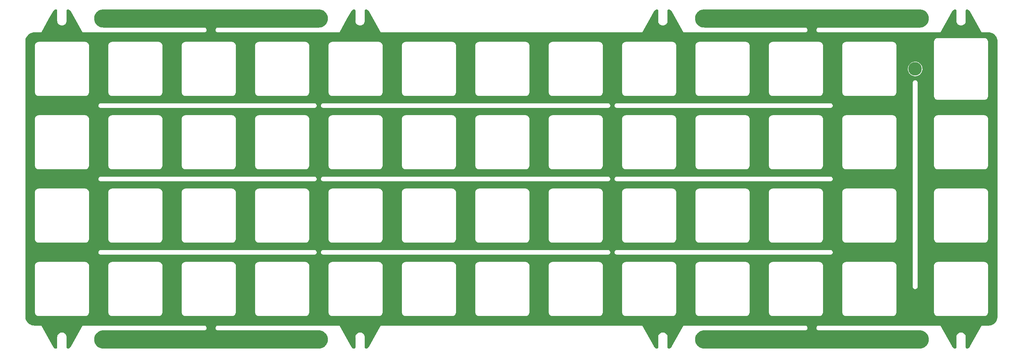
<source format=gbr>
G04 #@! TF.GenerationSoftware,KiCad,Pcbnew,(6.0.1-0)*
G04 #@! TF.CreationDate,2022-04-26T12:30:29-05:00*
G04 #@! TF.ProjectId,plate,706c6174-652e-46b6-9963-61645f706362,rev?*
G04 #@! TF.SameCoordinates,Original*
G04 #@! TF.FileFunction,Copper,L1,Top*
G04 #@! TF.FilePolarity,Positive*
%FSLAX46Y46*%
G04 Gerber Fmt 4.6, Leading zero omitted, Abs format (unit mm)*
G04 Created by KiCad (PCBNEW (6.0.1-0)) date 2022-04-26 12:30:29*
%MOMM*%
%LPD*%
G01*
G04 APERTURE LIST*
G04 #@! TA.AperFunction,ComponentPad*
%ADD10C,3.500000*%
G04 #@! TD*
G04 #@! TA.AperFunction,ViaPad*
%ADD11C,0.500000*%
G04 #@! TD*
G04 APERTURE END LIST*
D10*
X377429670Y-50006460D03*
D11*
X387531243Y-60133041D03*
G04 #@! TA.AperFunction,Conductor*
G36*
X166709847Y-34552510D02*
G01*
X166710042Y-34552482D01*
X222644545Y-34553154D01*
X222644545Y-34553177D01*
X222644585Y-34553171D01*
X222649518Y-34555214D01*
X222653835Y-34553426D01*
X222667040Y-34554257D01*
X222667041Y-34554257D01*
X222816364Y-34563651D01*
X222936965Y-34571238D01*
X222952661Y-34573221D01*
X223227799Y-34625707D01*
X223243109Y-34629638D01*
X223418581Y-34686652D01*
X223509498Y-34716193D01*
X223524210Y-34722018D01*
X223530828Y-34725132D01*
X223766593Y-34836074D01*
X223777641Y-34841273D01*
X223791507Y-34848896D01*
X224027986Y-34998970D01*
X224040788Y-35008270D01*
X224255797Y-35186141D01*
X224256609Y-35186813D01*
X224268143Y-35197645D01*
X224459874Y-35401818D01*
X224469960Y-35414010D01*
X224634102Y-35639931D01*
X224634590Y-35640603D01*
X224643065Y-35653957D01*
X224778009Y-35899418D01*
X224784743Y-35913730D01*
X224887849Y-36174149D01*
X224892738Y-36189197D01*
X224961558Y-36457229D01*
X224962393Y-36460483D01*
X224965358Y-36476026D01*
X225000462Y-36753903D01*
X225001456Y-36769695D01*
X225001456Y-37049789D01*
X225000462Y-37065581D01*
X224965443Y-37342786D01*
X224965358Y-37343458D01*
X224962394Y-37358995D01*
X224923881Y-37508993D01*
X224892738Y-37630287D01*
X224887849Y-37645335D01*
X224863317Y-37707296D01*
X224785614Y-37903555D01*
X224784743Y-37905754D01*
X224778009Y-37920066D01*
X224643438Y-38164849D01*
X224643069Y-38165521D01*
X224634593Y-38178876D01*
X224483347Y-38387049D01*
X224469960Y-38405474D01*
X224459874Y-38417666D01*
X224268143Y-38621839D01*
X224256609Y-38632671D01*
X224040788Y-38811214D01*
X224027986Y-38820514D01*
X223791507Y-38970588D01*
X223777641Y-38978211D01*
X223524210Y-39097466D01*
X223509498Y-39103291D01*
X223430336Y-39129012D01*
X223243109Y-39189846D01*
X223227799Y-39193777D01*
X222952662Y-39246263D01*
X222936965Y-39248246D01*
X222653835Y-39266058D01*
X222653673Y-39263490D01*
X222649566Y-39264290D01*
X222649518Y-39264270D01*
X222649386Y-39264325D01*
X222644547Y-39265267D01*
X222644547Y-39266329D01*
X222644545Y-39266330D01*
X222627666Y-39266330D01*
X222627143Y-39266302D01*
X222626949Y-39266330D01*
X200597513Y-39266047D01*
X196464021Y-39265994D01*
X196459964Y-39265681D01*
X196455746Y-39263934D01*
X196455746Y-39261438D01*
X196306205Y-39279596D01*
X196299079Y-39282298D01*
X196299077Y-39282299D01*
X196248707Y-39301402D01*
X196165355Y-39333013D01*
X196159079Y-39337345D01*
X196047655Y-39414255D01*
X196047653Y-39414257D01*
X196041381Y-39418586D01*
X196036325Y-39424293D01*
X196036324Y-39424294D01*
X196005204Y-39459422D01*
X195941489Y-39531341D01*
X195937949Y-39538086D01*
X195875023Y-39657979D01*
X195875021Y-39657983D01*
X195871483Y-39664725D01*
X195869661Y-39672118D01*
X195869660Y-39672120D01*
X195866715Y-39684071D01*
X195835433Y-39810987D01*
X195835433Y-39961627D01*
X195837255Y-39969017D01*
X195837255Y-39969021D01*
X195869660Y-40100494D01*
X195871483Y-40107889D01*
X195875021Y-40114631D01*
X195875023Y-40114635D01*
X195930369Y-40220085D01*
X195941489Y-40241273D01*
X195946541Y-40246976D01*
X195946542Y-40246977D01*
X196036324Y-40348320D01*
X196041381Y-40354028D01*
X196047653Y-40358357D01*
X196047655Y-40358359D01*
X196095370Y-40391294D01*
X196165355Y-40439601D01*
X196172485Y-40442305D01*
X196299077Y-40490315D01*
X196299079Y-40490316D01*
X196306205Y-40493018D01*
X196455746Y-40511176D01*
X196455746Y-40508680D01*
X196460293Y-40506797D01*
X196462431Y-40506620D01*
X199654099Y-40506603D01*
X228004677Y-40506452D01*
X228013541Y-40507470D01*
X228018908Y-40503209D01*
X228025241Y-40500586D01*
X228028656Y-40492342D01*
X228029724Y-40490420D01*
X228030163Y-40490066D01*
X228030598Y-40489270D01*
X228032160Y-40486035D01*
X229935246Y-37060480D01*
X230997849Y-35147796D01*
X231002538Y-35140926D01*
X231004320Y-35139871D01*
X231004958Y-35137382D01*
X231010880Y-35128706D01*
X231176711Y-34928110D01*
X231184728Y-34919297D01*
X231373647Y-34730378D01*
X231382460Y-34722361D01*
X231551965Y-34582233D01*
X231617213Y-34554245D01*
X231632298Y-34553345D01*
X231865662Y-34553440D01*
X231871727Y-34553919D01*
X231875554Y-34555504D01*
X231878156Y-34554426D01*
X231885323Y-34554992D01*
X231919744Y-34560445D01*
X231940111Y-34563671D01*
X231977608Y-34575857D01*
X231990119Y-34582233D01*
X232018063Y-34596474D01*
X232049953Y-34619649D01*
X232082059Y-34651766D01*
X232105221Y-34683657D01*
X232125831Y-34724128D01*
X232138003Y-34761625D01*
X232146664Y-34816410D01*
X232147228Y-34823584D01*
X232146150Y-34826185D01*
X232147733Y-34830011D01*
X232148210Y-34836074D01*
X232148211Y-34844648D01*
X232148211Y-34847915D01*
X232148179Y-34848516D01*
X232148211Y-34848738D01*
X232148298Y-37491691D01*
X232147412Y-37502053D01*
X232146238Y-37504887D01*
X232143655Y-37504887D01*
X232145078Y-37521155D01*
X232145078Y-37521157D01*
X232153611Y-37618687D01*
X232162194Y-37716784D01*
X232163618Y-37722098D01*
X232163618Y-37722099D01*
X232212828Y-37905754D01*
X232217246Y-37922244D01*
X232219568Y-37927225D01*
X232219569Y-37927226D01*
X232304814Y-38110035D01*
X232304817Y-38110040D01*
X232307140Y-38115022D01*
X232429144Y-38289261D01*
X232579550Y-38439667D01*
X232584058Y-38442824D01*
X232584061Y-38442826D01*
X232686207Y-38514349D01*
X232753790Y-38561671D01*
X232758772Y-38563994D01*
X232758777Y-38563997D01*
X232941585Y-38649242D01*
X232946567Y-38651565D01*
X232951875Y-38652987D01*
X232951877Y-38652988D01*
X233146712Y-38705193D01*
X233152027Y-38706617D01*
X233363924Y-38725156D01*
X233575821Y-38706617D01*
X233581136Y-38705193D01*
X233775971Y-38652988D01*
X233775973Y-38652987D01*
X233781281Y-38651565D01*
X233786263Y-38649242D01*
X233969072Y-38563997D01*
X233969077Y-38563994D01*
X233974059Y-38561671D01*
X234071564Y-38493397D01*
X234143787Y-38442826D01*
X234143790Y-38442824D01*
X234148298Y-38439667D01*
X234298704Y-38289261D01*
X234420708Y-38115022D01*
X234423031Y-38110040D01*
X234423034Y-38110035D01*
X234508279Y-37927226D01*
X234508280Y-37927225D01*
X234510602Y-37922244D01*
X234515021Y-37905754D01*
X234564230Y-37722099D01*
X234564230Y-37722098D01*
X234565654Y-37716784D01*
X234584193Y-37504887D01*
X234581610Y-37504887D01*
X234580173Y-37501418D01*
X234579550Y-37495153D01*
X234579471Y-35197645D01*
X234579458Y-34836019D01*
X234579939Y-34829911D01*
X234581518Y-34826100D01*
X234580443Y-34823505D01*
X234581010Y-34816302D01*
X234589685Y-34761543D01*
X234601871Y-34724046D01*
X234622487Y-34683593D01*
X234645663Y-34651701D01*
X234677780Y-34619595D01*
X234709671Y-34596433D01*
X234750142Y-34575823D01*
X234787637Y-34563651D01*
X234842448Y-34554986D01*
X234849591Y-34554423D01*
X234852199Y-34555504D01*
X234856038Y-34553915D01*
X234862069Y-34553440D01*
X234873813Y-34553435D01*
X234874485Y-34553471D01*
X234874737Y-34553435D01*
X235095550Y-34553345D01*
X235163679Y-34573319D01*
X235175883Y-34582233D01*
X235345388Y-34722361D01*
X235354201Y-34730378D01*
X235543120Y-34919297D01*
X235551137Y-34928110D01*
X235716968Y-35128706D01*
X235722890Y-35137382D01*
X235723528Y-35139871D01*
X235725310Y-35140926D01*
X235729999Y-35147796D01*
X238699192Y-40492342D01*
X238702607Y-40500586D01*
X238708940Y-40503209D01*
X238714307Y-40507470D01*
X238723167Y-40506452D01*
X238725374Y-40506452D01*
X238725894Y-40506663D01*
X238726817Y-40506656D01*
X238730378Y-40506452D01*
X306585993Y-40506452D01*
X306594857Y-40507470D01*
X306600224Y-40503209D01*
X306606557Y-40500586D01*
X306609972Y-40492342D01*
X306611040Y-40490420D01*
X306611479Y-40490066D01*
X306611914Y-40489270D01*
X306613476Y-40486035D01*
X308516562Y-37060480D01*
X309579165Y-35147796D01*
X309583854Y-35140926D01*
X309585636Y-35139871D01*
X309586274Y-35137382D01*
X309592196Y-35128706D01*
X309758027Y-34928110D01*
X309766044Y-34919297D01*
X309954963Y-34730378D01*
X309963776Y-34722361D01*
X310133281Y-34582233D01*
X310198529Y-34554245D01*
X310213614Y-34553345D01*
X310446978Y-34553440D01*
X310453043Y-34553919D01*
X310456870Y-34555504D01*
X310459472Y-34554426D01*
X310466639Y-34554992D01*
X310501060Y-34560445D01*
X310521427Y-34563671D01*
X310558924Y-34575857D01*
X310571435Y-34582233D01*
X310599379Y-34596474D01*
X310631269Y-34619649D01*
X310663375Y-34651766D01*
X310686537Y-34683657D01*
X310707147Y-34724128D01*
X310719319Y-34761625D01*
X310727980Y-34816410D01*
X310728544Y-34823584D01*
X310727466Y-34826185D01*
X310729049Y-34830011D01*
X310729526Y-34836074D01*
X310729527Y-34844648D01*
X310729527Y-34847915D01*
X310729495Y-34848516D01*
X310729527Y-34848738D01*
X310729614Y-37491691D01*
X310728728Y-37502053D01*
X310727554Y-37504887D01*
X310724971Y-37504887D01*
X310726394Y-37521155D01*
X310726394Y-37521157D01*
X310734927Y-37618687D01*
X310743510Y-37716784D01*
X310744934Y-37722098D01*
X310744934Y-37722099D01*
X310794144Y-37905754D01*
X310798562Y-37922244D01*
X310800884Y-37927225D01*
X310800885Y-37927226D01*
X310886130Y-38110035D01*
X310886133Y-38110040D01*
X310888456Y-38115022D01*
X311010460Y-38289261D01*
X311160866Y-38439667D01*
X311165374Y-38442824D01*
X311165377Y-38442826D01*
X311267523Y-38514349D01*
X311335106Y-38561671D01*
X311340088Y-38563994D01*
X311340093Y-38563997D01*
X311522901Y-38649242D01*
X311527883Y-38651565D01*
X311533191Y-38652987D01*
X311533193Y-38652988D01*
X311728028Y-38705193D01*
X311733343Y-38706617D01*
X311945240Y-38725156D01*
X312157137Y-38706617D01*
X312162452Y-38705193D01*
X312357287Y-38652988D01*
X312357289Y-38652987D01*
X312362597Y-38651565D01*
X312367579Y-38649242D01*
X312550388Y-38563997D01*
X312550393Y-38563994D01*
X312555375Y-38561671D01*
X312652880Y-38493397D01*
X312725103Y-38442826D01*
X312725106Y-38442824D01*
X312729614Y-38439667D01*
X312880020Y-38289261D01*
X313002024Y-38115022D01*
X313004347Y-38110040D01*
X313004350Y-38110035D01*
X313089595Y-37927226D01*
X313089596Y-37927225D01*
X313091918Y-37922244D01*
X313096337Y-37905754D01*
X313145546Y-37722099D01*
X313145546Y-37722098D01*
X313146970Y-37716784D01*
X313165509Y-37504887D01*
X313162926Y-37504887D01*
X313161489Y-37501418D01*
X313160866Y-37495153D01*
X313160787Y-35197645D01*
X313160774Y-34836019D01*
X313161255Y-34829911D01*
X313162834Y-34826100D01*
X313161759Y-34823505D01*
X313162326Y-34816302D01*
X313171001Y-34761543D01*
X313183187Y-34724046D01*
X313203803Y-34683593D01*
X313226979Y-34651701D01*
X313259096Y-34619595D01*
X313290987Y-34596433D01*
X313331458Y-34575823D01*
X313368953Y-34563651D01*
X313423764Y-34554986D01*
X313430907Y-34554423D01*
X313433515Y-34555504D01*
X313437354Y-34553915D01*
X313443385Y-34553440D01*
X313455129Y-34553435D01*
X313455801Y-34553471D01*
X313456053Y-34553435D01*
X313676866Y-34553345D01*
X313744995Y-34573319D01*
X313757199Y-34582233D01*
X313926704Y-34722361D01*
X313935517Y-34730378D01*
X314124436Y-34919297D01*
X314132453Y-34928110D01*
X314298284Y-35128706D01*
X314304206Y-35137382D01*
X314304844Y-35139871D01*
X314306626Y-35140926D01*
X314311315Y-35147796D01*
X317280508Y-40492342D01*
X317283923Y-40500586D01*
X317290256Y-40503209D01*
X317295623Y-40507470D01*
X317304483Y-40506452D01*
X317306690Y-40506452D01*
X317307210Y-40506663D01*
X317308134Y-40506656D01*
X317311694Y-40506452D01*
X338941455Y-40506567D01*
X348847598Y-40506620D01*
X348851656Y-40506933D01*
X348855874Y-40508680D01*
X348855874Y-40511176D01*
X349005415Y-40493018D01*
X349012541Y-40490316D01*
X349012543Y-40490315D01*
X349139135Y-40442305D01*
X349146265Y-40439601D01*
X349216250Y-40391294D01*
X349263965Y-40358359D01*
X349263967Y-40358357D01*
X349270239Y-40354028D01*
X349275296Y-40348320D01*
X349365078Y-40246977D01*
X349365079Y-40246976D01*
X349370131Y-40241273D01*
X349381251Y-40220085D01*
X349436597Y-40114635D01*
X349436599Y-40114631D01*
X349440137Y-40107889D01*
X349441960Y-40100494D01*
X349474365Y-39969021D01*
X349474365Y-39969017D01*
X349476187Y-39961627D01*
X349476187Y-39810987D01*
X349444906Y-39684071D01*
X349441960Y-39672120D01*
X349441959Y-39672118D01*
X349440137Y-39664725D01*
X349436599Y-39657983D01*
X349436597Y-39657979D01*
X349373671Y-39538086D01*
X349370131Y-39531341D01*
X349306417Y-39459422D01*
X349275296Y-39424294D01*
X349275295Y-39424293D01*
X349270239Y-39418586D01*
X349263967Y-39414257D01*
X349263965Y-39414255D01*
X349152541Y-39337345D01*
X349146265Y-39333013D01*
X349062913Y-39301402D01*
X349012543Y-39282299D01*
X349012541Y-39282298D01*
X349005415Y-39279596D01*
X348855874Y-39261438D01*
X348855874Y-39263934D01*
X348851328Y-39265817D01*
X348849187Y-39265994D01*
X322664451Y-39265658D01*
X322664451Y-39265635D01*
X322664411Y-39265641D01*
X322659478Y-39263598D01*
X322655161Y-39265386D01*
X322641956Y-39264555D01*
X322641955Y-39264555D01*
X322475470Y-39254081D01*
X322372031Y-39247574D01*
X322356334Y-39245591D01*
X322081197Y-39193105D01*
X322065887Y-39189174D01*
X321878660Y-39128340D01*
X321799498Y-39102619D01*
X321784786Y-39096794D01*
X321531355Y-38977539D01*
X321517489Y-38969916D01*
X321281010Y-38819842D01*
X321268208Y-38810542D01*
X321143164Y-38707096D01*
X321052384Y-38631996D01*
X321040853Y-38621167D01*
X320849122Y-38416994D01*
X320839036Y-38404802D01*
X320757922Y-38293158D01*
X320674403Y-38178204D01*
X320665927Y-38164849D01*
X320641013Y-38119530D01*
X320530987Y-37919394D01*
X320524253Y-37905082D01*
X320523649Y-37903555D01*
X320425196Y-37654889D01*
X320421147Y-37644663D01*
X320416258Y-37629615D01*
X320388866Y-37522931D01*
X320346602Y-37358323D01*
X320343638Y-37342786D01*
X320308534Y-37064909D01*
X320307540Y-37049117D01*
X320307540Y-36769023D01*
X320308534Y-36753231D01*
X320310856Y-36734848D01*
X320343639Y-36475348D01*
X320346603Y-36459811D01*
X320347094Y-36457901D01*
X320416258Y-36188525D01*
X320421147Y-36173477D01*
X320524253Y-35913058D01*
X320530987Y-35898746D01*
X320665931Y-35653285D01*
X320674406Y-35639931D01*
X320839036Y-35413338D01*
X320849122Y-35401146D01*
X321040853Y-35196973D01*
X321052387Y-35186141D01*
X321106111Y-35141697D01*
X321268208Y-35007598D01*
X321281010Y-34998298D01*
X321516430Y-34848896D01*
X321517491Y-34848223D01*
X321531355Y-34840601D01*
X321540976Y-34836074D01*
X321699188Y-34761625D01*
X321784786Y-34721346D01*
X321799498Y-34715521D01*
X321946586Y-34667729D01*
X322065887Y-34628966D01*
X322081197Y-34625035D01*
X322356335Y-34572549D01*
X322372031Y-34570566D01*
X322655161Y-34552754D01*
X322655323Y-34555322D01*
X322659430Y-34554522D01*
X322659478Y-34554542D01*
X322659610Y-34554487D01*
X322664449Y-34553545D01*
X322664449Y-34552483D01*
X322664451Y-34552482D01*
X322681330Y-34552482D01*
X322681853Y-34552510D01*
X322682048Y-34552482D01*
X378616551Y-34553154D01*
X378616551Y-34553177D01*
X378616591Y-34553171D01*
X378621524Y-34555214D01*
X378625841Y-34553426D01*
X378639046Y-34554257D01*
X378639047Y-34554257D01*
X378788370Y-34563651D01*
X378908971Y-34571238D01*
X378924667Y-34573221D01*
X379199805Y-34625707D01*
X379215115Y-34629638D01*
X379390587Y-34686652D01*
X379481504Y-34716193D01*
X379496216Y-34722018D01*
X379502834Y-34725132D01*
X379738599Y-34836074D01*
X379749647Y-34841273D01*
X379763513Y-34848896D01*
X379999992Y-34998970D01*
X380012794Y-35008270D01*
X380227803Y-35186141D01*
X380228615Y-35186813D01*
X380240149Y-35197645D01*
X380431880Y-35401818D01*
X380441966Y-35414010D01*
X380606108Y-35639931D01*
X380606596Y-35640603D01*
X380615071Y-35653957D01*
X380750015Y-35899418D01*
X380756749Y-35913730D01*
X380859855Y-36174149D01*
X380864744Y-36189197D01*
X380933564Y-36457229D01*
X380934399Y-36460483D01*
X380937364Y-36476026D01*
X380972468Y-36753903D01*
X380973462Y-36769695D01*
X380973462Y-37049789D01*
X380972468Y-37065581D01*
X380937449Y-37342786D01*
X380937364Y-37343458D01*
X380934400Y-37358995D01*
X380895887Y-37508993D01*
X380864744Y-37630287D01*
X380859855Y-37645335D01*
X380835323Y-37707296D01*
X380757620Y-37903555D01*
X380756749Y-37905754D01*
X380750015Y-37920066D01*
X380615444Y-38164849D01*
X380615075Y-38165521D01*
X380606599Y-38178876D01*
X380455353Y-38387049D01*
X380441966Y-38405474D01*
X380431880Y-38417666D01*
X380240149Y-38621839D01*
X380228615Y-38632671D01*
X380012794Y-38811214D01*
X379999992Y-38820514D01*
X379763513Y-38970588D01*
X379749647Y-38978211D01*
X379496216Y-39097466D01*
X379481504Y-39103291D01*
X379402342Y-39129012D01*
X379215115Y-39189846D01*
X379199805Y-39193777D01*
X378924668Y-39246263D01*
X378908971Y-39248246D01*
X378625841Y-39266058D01*
X378625679Y-39263490D01*
X378621572Y-39264290D01*
X378621524Y-39264270D01*
X378621392Y-39264325D01*
X378616553Y-39265267D01*
X378616553Y-39266329D01*
X378616551Y-39266330D01*
X378599672Y-39266330D01*
X378599149Y-39266302D01*
X378598955Y-39266330D01*
X356569519Y-39266047D01*
X352436027Y-39265994D01*
X352431970Y-39265681D01*
X352427752Y-39263934D01*
X352427752Y-39261438D01*
X352278211Y-39279596D01*
X352271085Y-39282298D01*
X352271083Y-39282299D01*
X352220713Y-39301402D01*
X352137361Y-39333013D01*
X352131085Y-39337345D01*
X352019661Y-39414255D01*
X352019659Y-39414257D01*
X352013387Y-39418586D01*
X352008331Y-39424293D01*
X352008330Y-39424294D01*
X351977210Y-39459422D01*
X351913495Y-39531341D01*
X351909955Y-39538086D01*
X351847029Y-39657979D01*
X351847027Y-39657983D01*
X351843489Y-39664725D01*
X351841667Y-39672118D01*
X351841666Y-39672120D01*
X351838721Y-39684071D01*
X351807439Y-39810987D01*
X351807439Y-39961627D01*
X351809261Y-39969017D01*
X351809261Y-39969021D01*
X351841666Y-40100494D01*
X351843489Y-40107889D01*
X351847027Y-40114631D01*
X351847029Y-40114635D01*
X351902375Y-40220085D01*
X351913495Y-40241273D01*
X351918547Y-40246976D01*
X351918548Y-40246977D01*
X352008330Y-40348320D01*
X352013387Y-40354028D01*
X352019659Y-40358357D01*
X352019661Y-40358359D01*
X352067376Y-40391294D01*
X352137361Y-40439601D01*
X352144491Y-40442305D01*
X352271083Y-40490315D01*
X352271085Y-40490316D01*
X352278211Y-40493018D01*
X352427752Y-40511176D01*
X352427752Y-40508680D01*
X352432299Y-40506797D01*
X352434437Y-40506620D01*
X355626105Y-40506603D01*
X383976683Y-40506452D01*
X383985547Y-40507470D01*
X383990914Y-40503209D01*
X383997247Y-40500586D01*
X384000662Y-40492342D01*
X384001730Y-40490420D01*
X384002169Y-40490066D01*
X384002604Y-40489270D01*
X384004166Y-40486035D01*
X385907252Y-37060480D01*
X386969855Y-35147796D01*
X386974544Y-35140926D01*
X386976326Y-35139871D01*
X386976964Y-35137382D01*
X386982886Y-35128706D01*
X387148717Y-34928110D01*
X387156734Y-34919297D01*
X387345653Y-34730378D01*
X387354466Y-34722361D01*
X387523971Y-34582233D01*
X387589219Y-34554245D01*
X387604304Y-34553345D01*
X387837668Y-34553440D01*
X387843733Y-34553919D01*
X387847560Y-34555504D01*
X387850162Y-34554426D01*
X387857329Y-34554992D01*
X387891750Y-34560445D01*
X387912117Y-34563671D01*
X387949614Y-34575857D01*
X387962125Y-34582233D01*
X387990069Y-34596474D01*
X388021959Y-34619649D01*
X388054065Y-34651766D01*
X388077227Y-34683657D01*
X388097837Y-34724128D01*
X388110009Y-34761625D01*
X388118670Y-34816410D01*
X388119234Y-34823584D01*
X388118156Y-34826185D01*
X388119739Y-34830011D01*
X388120216Y-34836074D01*
X388120217Y-34844648D01*
X388120217Y-34847915D01*
X388120185Y-34848516D01*
X388120217Y-34848738D01*
X388120304Y-37491691D01*
X388119418Y-37502053D01*
X388118244Y-37504887D01*
X388115661Y-37504887D01*
X388117084Y-37521155D01*
X388117084Y-37521157D01*
X388125617Y-37618687D01*
X388134200Y-37716784D01*
X388135624Y-37722098D01*
X388135624Y-37722099D01*
X388184834Y-37905754D01*
X388189252Y-37922244D01*
X388191574Y-37927225D01*
X388191575Y-37927226D01*
X388276820Y-38110035D01*
X388276823Y-38110040D01*
X388279146Y-38115022D01*
X388401150Y-38289261D01*
X388551556Y-38439667D01*
X388556064Y-38442824D01*
X388556067Y-38442826D01*
X388658213Y-38514349D01*
X388725796Y-38561671D01*
X388730778Y-38563994D01*
X388730783Y-38563997D01*
X388913591Y-38649242D01*
X388918573Y-38651565D01*
X388923881Y-38652987D01*
X388923883Y-38652988D01*
X389118718Y-38705193D01*
X389124033Y-38706617D01*
X389335930Y-38725156D01*
X389547827Y-38706617D01*
X389553142Y-38705193D01*
X389747977Y-38652988D01*
X389747979Y-38652987D01*
X389753287Y-38651565D01*
X389758269Y-38649242D01*
X389941078Y-38563997D01*
X389941083Y-38563994D01*
X389946065Y-38561671D01*
X390043570Y-38493397D01*
X390115793Y-38442826D01*
X390115796Y-38442824D01*
X390120304Y-38439667D01*
X390270710Y-38289261D01*
X390392714Y-38115022D01*
X390395037Y-38110040D01*
X390395040Y-38110035D01*
X390480285Y-37927226D01*
X390480286Y-37927225D01*
X390482608Y-37922244D01*
X390487027Y-37905754D01*
X390536236Y-37722099D01*
X390536236Y-37722098D01*
X390537660Y-37716784D01*
X390556199Y-37504887D01*
X390553616Y-37504887D01*
X390552179Y-37501418D01*
X390551556Y-37495153D01*
X390551477Y-35197645D01*
X390551464Y-34836019D01*
X390551945Y-34829911D01*
X390553524Y-34826100D01*
X390552449Y-34823505D01*
X390553016Y-34816302D01*
X390561691Y-34761543D01*
X390573877Y-34724046D01*
X390594493Y-34683593D01*
X390617669Y-34651701D01*
X390649786Y-34619595D01*
X390681677Y-34596433D01*
X390722148Y-34575823D01*
X390759643Y-34563651D01*
X390814454Y-34554986D01*
X390821597Y-34554423D01*
X390824205Y-34555504D01*
X390828044Y-34553915D01*
X390834075Y-34553440D01*
X390845819Y-34553435D01*
X390846491Y-34553471D01*
X390846743Y-34553435D01*
X391067556Y-34553345D01*
X391135685Y-34573319D01*
X391147889Y-34582233D01*
X391317394Y-34722361D01*
X391326207Y-34730378D01*
X391515126Y-34919297D01*
X391523143Y-34928110D01*
X391688974Y-35128706D01*
X391694896Y-35137382D01*
X391695534Y-35139871D01*
X391697316Y-35140926D01*
X391702005Y-35147796D01*
X394671198Y-40492342D01*
X394674613Y-40500586D01*
X394680946Y-40503209D01*
X394686313Y-40507470D01*
X394695173Y-40506452D01*
X394697380Y-40506452D01*
X394697900Y-40506663D01*
X394698823Y-40506656D01*
X394702384Y-40506452D01*
X396474661Y-40506456D01*
X396474661Y-40506481D01*
X396474704Y-40506474D01*
X396479634Y-40508516D01*
X396483973Y-40506718D01*
X396557670Y-40511176D01*
X396756043Y-40523176D01*
X396771147Y-40525010D01*
X397036026Y-40573551D01*
X397050799Y-40577192D01*
X397307894Y-40657306D01*
X397322119Y-40662700D01*
X397567703Y-40773227D01*
X397581167Y-40780295D01*
X397811618Y-40919608D01*
X397824140Y-40928251D01*
X398036129Y-41094334D01*
X398047517Y-41104424D01*
X398237926Y-41294833D01*
X398248016Y-41306221D01*
X398414099Y-41518210D01*
X398422742Y-41530732D01*
X398562053Y-41761179D01*
X398569123Y-41774647D01*
X398668114Y-41994600D01*
X398679649Y-42020229D01*
X398685043Y-42034454D01*
X398755191Y-42259566D01*
X398765158Y-42291551D01*
X398768799Y-42306324D01*
X398817340Y-42571203D01*
X398819174Y-42586307D01*
X398835632Y-42858377D01*
X398833153Y-42858527D01*
X398833921Y-42862506D01*
X398833834Y-42862716D01*
X398834072Y-42863292D01*
X398834921Y-42867689D01*
X398835894Y-42867689D01*
X398835894Y-42884503D01*
X398835864Y-42885067D01*
X398835894Y-42885278D01*
X398835894Y-114295171D01*
X398835869Y-114295171D01*
X398835876Y-114295214D01*
X398833834Y-114300144D01*
X398835632Y-114304483D01*
X398834825Y-114317825D01*
X398819174Y-114576553D01*
X398817340Y-114591657D01*
X398768799Y-114856536D01*
X398765158Y-114871309D01*
X398685044Y-115128404D01*
X398679650Y-115142629D01*
X398679644Y-115142643D01*
X398569125Y-115388208D01*
X398562055Y-115401677D01*
X398422742Y-115632128D01*
X398414100Y-115644649D01*
X398249943Y-115854179D01*
X398248016Y-115856639D01*
X398237926Y-115868027D01*
X398047517Y-116058436D01*
X398036129Y-116068526D01*
X397824140Y-116234609D01*
X397811619Y-116243251D01*
X397581167Y-116382565D01*
X397567703Y-116389633D01*
X397467593Y-116434688D01*
X397322121Y-116500159D01*
X397307894Y-116505554D01*
X397050799Y-116585668D01*
X397036026Y-116589309D01*
X396771147Y-116637850D01*
X396756043Y-116639684D01*
X396483973Y-116656142D01*
X396483823Y-116653664D01*
X396479845Y-116654431D01*
X396479634Y-116654344D01*
X396479055Y-116654584D01*
X396474659Y-116655432D01*
X396474659Y-116656405D01*
X396469614Y-116656405D01*
X396458540Y-116656406D01*
X396457874Y-116656406D01*
X396457291Y-116656375D01*
X396457073Y-116656406D01*
X394710391Y-116656515D01*
X394695170Y-116656516D01*
X394686313Y-116655498D01*
X394680946Y-116659759D01*
X394674612Y-116662383D01*
X394671198Y-116670626D01*
X394670128Y-116672551D01*
X394669687Y-116672907D01*
X394669257Y-116673696D01*
X394667694Y-116676933D01*
X391723370Y-121976715D01*
X391702006Y-122015171D01*
X391697316Y-122022042D01*
X391695534Y-122023097D01*
X391694896Y-122025586D01*
X391688974Y-122034261D01*
X391584682Y-122160418D01*
X391523143Y-122234858D01*
X391515126Y-122243671D01*
X391326207Y-122432590D01*
X391317394Y-122440607D01*
X391147889Y-122580735D01*
X391082641Y-122608723D01*
X391067556Y-122609623D01*
X390834192Y-122609528D01*
X390828127Y-122609049D01*
X390824300Y-122607464D01*
X390821698Y-122608542D01*
X390814531Y-122607976D01*
X390770619Y-122601020D01*
X390759743Y-122599297D01*
X390722246Y-122587111D01*
X390681919Y-122566559D01*
X390681791Y-122566494D01*
X390649901Y-122543319D01*
X390617795Y-122511202D01*
X390594633Y-122479311D01*
X390574023Y-122438840D01*
X390561851Y-122401343D01*
X390553190Y-122346558D01*
X390552626Y-122339384D01*
X390553704Y-122336783D01*
X390552121Y-122332957D01*
X390551644Y-122326894D01*
X390551644Y-122321583D01*
X390551643Y-122315045D01*
X390551675Y-122314452D01*
X390551643Y-122314227D01*
X390551641Y-122234877D01*
X390551556Y-119671274D01*
X390552442Y-119660915D01*
X390553616Y-119658081D01*
X390556199Y-119658081D01*
X390554621Y-119640037D01*
X390543065Y-119507967D01*
X390537660Y-119446184D01*
X390487586Y-119259301D01*
X390484031Y-119246034D01*
X390484030Y-119246032D01*
X390482608Y-119240724D01*
X390405463Y-119075287D01*
X390395040Y-119052934D01*
X390395037Y-119052929D01*
X390392714Y-119047947D01*
X390389557Y-119043438D01*
X390273869Y-118878218D01*
X390273867Y-118878215D01*
X390270710Y-118873707D01*
X390120304Y-118723301D01*
X390111089Y-118716848D01*
X390043570Y-118669571D01*
X389946065Y-118601297D01*
X389941083Y-118598974D01*
X389941078Y-118598971D01*
X389758269Y-118513726D01*
X389758268Y-118513725D01*
X389753287Y-118511403D01*
X389747979Y-118509981D01*
X389747977Y-118509980D01*
X389553142Y-118457775D01*
X389553141Y-118457775D01*
X389547827Y-118456351D01*
X389335930Y-118437812D01*
X389124033Y-118456351D01*
X389118719Y-118457775D01*
X389118718Y-118457775D01*
X388923883Y-118509980D01*
X388923881Y-118509981D01*
X388918573Y-118511403D01*
X388913593Y-118513725D01*
X388913591Y-118513726D01*
X388730783Y-118598971D01*
X388730778Y-118598974D01*
X388725796Y-118601297D01*
X388721289Y-118604453D01*
X388721287Y-118604454D01*
X388556067Y-118720142D01*
X388556064Y-118720144D01*
X388551556Y-118723301D01*
X388401150Y-118873707D01*
X388397993Y-118878215D01*
X388397991Y-118878218D01*
X388282303Y-119043438D01*
X388279146Y-119047947D01*
X388276823Y-119052929D01*
X388276820Y-119052934D01*
X388266397Y-119075287D01*
X388189252Y-119240724D01*
X388187830Y-119246032D01*
X388187829Y-119246034D01*
X388184274Y-119259301D01*
X388134200Y-119446184D01*
X388115661Y-119658081D01*
X388118244Y-119658081D01*
X388119681Y-119661550D01*
X388120304Y-119667815D01*
X388120330Y-120405196D01*
X388120396Y-122315072D01*
X388120396Y-122326947D01*
X388119915Y-122333057D01*
X388118336Y-122336868D01*
X388119411Y-122339463D01*
X388118844Y-122346662D01*
X388115733Y-122366305D01*
X388110169Y-122401425D01*
X388097983Y-122438922D01*
X388087434Y-122459620D01*
X388077394Y-122479323D01*
X388077367Y-122479375D01*
X388054191Y-122511267D01*
X388022074Y-122543373D01*
X387990183Y-122566535D01*
X387949712Y-122587145D01*
X387912217Y-122599317D01*
X387857407Y-122607982D01*
X387850263Y-122608545D01*
X387847655Y-122607464D01*
X387843816Y-122609053D01*
X387837785Y-122609528D01*
X387826041Y-122609533D01*
X387825369Y-122609497D01*
X387825117Y-122609533D01*
X387604304Y-122609623D01*
X387536175Y-122589649D01*
X387523971Y-122580735D01*
X387354466Y-122440607D01*
X387345653Y-122432590D01*
X387156734Y-122243671D01*
X387148717Y-122234858D01*
X387087178Y-122160418D01*
X386982886Y-122034261D01*
X386976964Y-122025586D01*
X386976326Y-122023097D01*
X386974544Y-122022042D01*
X386969854Y-122015171D01*
X386948490Y-121976715D01*
X384000662Y-116670626D01*
X383997247Y-116662382D01*
X383990914Y-116659759D01*
X383985547Y-116655498D01*
X383976683Y-116656516D01*
X383974480Y-116656516D01*
X383973958Y-116656304D01*
X383973053Y-116656311D01*
X383969473Y-116656516D01*
X362340660Y-116656401D01*
X352433572Y-116656348D01*
X352429514Y-116656035D01*
X352425296Y-116654288D01*
X352425296Y-116651792D01*
X352275755Y-116669950D01*
X352268629Y-116672652D01*
X352268627Y-116672653D01*
X352168036Y-116710802D01*
X352134905Y-116723367D01*
X352128629Y-116727699D01*
X352017205Y-116804609D01*
X352017203Y-116804611D01*
X352010931Y-116808940D01*
X352005875Y-116814647D01*
X352005874Y-116814648D01*
X351916192Y-116915879D01*
X351911039Y-116921695D01*
X351907499Y-116928440D01*
X351844573Y-117048333D01*
X351844571Y-117048337D01*
X351841033Y-117055079D01*
X351839211Y-117062472D01*
X351839210Y-117062474D01*
X351836265Y-117074425D01*
X351804983Y-117201341D01*
X351804983Y-117351981D01*
X351806805Y-117359371D01*
X351806805Y-117359375D01*
X351839210Y-117490848D01*
X351841033Y-117498243D01*
X351844571Y-117504985D01*
X351844573Y-117504989D01*
X351899919Y-117610439D01*
X351911039Y-117631627D01*
X351916091Y-117637330D01*
X351916092Y-117637331D01*
X352005775Y-117738562D01*
X352010931Y-117744382D01*
X352017203Y-117748711D01*
X352017205Y-117748713D01*
X352064758Y-117781536D01*
X352134905Y-117829955D01*
X352142035Y-117832659D01*
X352268627Y-117880669D01*
X352268629Y-117880670D01*
X352275755Y-117883372D01*
X352425296Y-117901530D01*
X352425296Y-117899034D01*
X352429842Y-117897151D01*
X352431983Y-117896974D01*
X378616746Y-117897310D01*
X378616719Y-117897310D01*
X378616719Y-117897333D01*
X378616759Y-117897327D01*
X378621692Y-117899370D01*
X378626009Y-117897582D01*
X378639214Y-117898413D01*
X378639215Y-117898413D01*
X378805700Y-117908887D01*
X378909139Y-117915394D01*
X378924835Y-117917377D01*
X379199973Y-117969863D01*
X379215283Y-117973794D01*
X379402510Y-118034628D01*
X379481672Y-118060349D01*
X379496384Y-118066174D01*
X379749815Y-118185429D01*
X379763679Y-118193051D01*
X380000160Y-118343126D01*
X380012962Y-118352426D01*
X380228648Y-118530857D01*
X380228783Y-118530969D01*
X380240314Y-118541798D01*
X380391138Y-118702410D01*
X380432048Y-118745974D01*
X380442134Y-118758166D01*
X380606683Y-118984647D01*
X380606764Y-118984759D01*
X380615239Y-118998113D01*
X380750183Y-119243574D01*
X380756914Y-119257880D01*
X380757529Y-119259432D01*
X380860023Y-119518305D01*
X380864912Y-119533353D01*
X380934366Y-119803855D01*
X380934567Y-119804639D01*
X380937532Y-119820182D01*
X380972636Y-120098059D01*
X380973630Y-120113851D01*
X380973630Y-120393945D01*
X380972636Y-120409737D01*
X380937617Y-120686942D01*
X380937532Y-120687614D01*
X380934568Y-120703151D01*
X380933904Y-120705739D01*
X380864912Y-120974443D01*
X380860023Y-120989491D01*
X380756917Y-121249910D01*
X380750183Y-121264222D01*
X380615243Y-121509677D01*
X380606767Y-121523032D01*
X380590596Y-121545290D01*
X380442134Y-121749630D01*
X380432048Y-121761822D01*
X380240317Y-121965995D01*
X380228786Y-121976824D01*
X380132626Y-122056375D01*
X380012962Y-122155370D01*
X380000161Y-122164670D01*
X379764318Y-122314340D01*
X379763681Y-122314744D01*
X379749817Y-122322366D01*
X379711314Y-122340484D01*
X379496384Y-122441622D01*
X379481672Y-122447447D01*
X379402510Y-122473168D01*
X379215283Y-122534002D01*
X379199973Y-122537933D01*
X378925423Y-122590307D01*
X378924836Y-122590419D01*
X378909139Y-122592402D01*
X378626009Y-122610214D01*
X378625847Y-122607646D01*
X378621740Y-122608446D01*
X378621692Y-122608426D01*
X378621560Y-122608481D01*
X378616721Y-122609423D01*
X378616721Y-122610485D01*
X378616719Y-122610486D01*
X378599840Y-122610486D01*
X378599317Y-122610458D01*
X378599122Y-122610486D01*
X322664619Y-122609814D01*
X322664619Y-122609791D01*
X322664579Y-122609797D01*
X322659646Y-122607754D01*
X322655329Y-122609542D01*
X322642124Y-122608711D01*
X322642123Y-122608711D01*
X322475638Y-122598237D01*
X322372199Y-122591730D01*
X322356502Y-122589747D01*
X322356088Y-122589668D01*
X322081365Y-122537261D01*
X322066055Y-122533330D01*
X321878828Y-122472496D01*
X321799666Y-122446775D01*
X321784954Y-122440950D01*
X321571452Y-122340484D01*
X321531521Y-122321694D01*
X321517657Y-122314072D01*
X321282061Y-122164558D01*
X321281177Y-122163998D01*
X321268376Y-122154698D01*
X321148550Y-122055569D01*
X321052552Y-121976152D01*
X321041021Y-121965323D01*
X320849290Y-121761150D01*
X320839204Y-121748958D01*
X320825817Y-121730533D01*
X320674571Y-121522360D01*
X320666095Y-121509005D01*
X320531155Y-121263550D01*
X320524421Y-121249238D01*
X320421315Y-120988819D01*
X320416426Y-120973771D01*
X320396843Y-120897499D01*
X320346770Y-120702479D01*
X320343806Y-120686942D01*
X320308702Y-120409065D01*
X320307708Y-120393273D01*
X320307708Y-120113179D01*
X320308702Y-120097387D01*
X320311024Y-120079004D01*
X320343807Y-119819504D01*
X320346771Y-119803967D01*
X320347262Y-119802057D01*
X320416426Y-119532681D01*
X320421315Y-119517633D01*
X320523543Y-119259432D01*
X320524424Y-119257208D01*
X320531155Y-119242902D01*
X320666099Y-118997441D01*
X320674574Y-118984087D01*
X320674656Y-118983975D01*
X320825817Y-118775919D01*
X320839204Y-118757494D01*
X320849290Y-118745302D01*
X320890200Y-118701738D01*
X321041024Y-118541126D01*
X321052555Y-118530297D01*
X321052691Y-118530185D01*
X321268376Y-118351754D01*
X321281178Y-118342454D01*
X321517659Y-118192379D01*
X321531523Y-118184757D01*
X321784954Y-118065502D01*
X321799666Y-118059677D01*
X321946754Y-118011885D01*
X322066055Y-117973122D01*
X322081365Y-117969191D01*
X322356503Y-117916705D01*
X322372199Y-117914722D01*
X322655329Y-117896910D01*
X322655491Y-117899478D01*
X322659598Y-117898678D01*
X322659646Y-117898698D01*
X322659778Y-117898643D01*
X322664617Y-117897701D01*
X322664617Y-117896639D01*
X322664619Y-117896638D01*
X322681498Y-117896638D01*
X322682021Y-117896666D01*
X322682215Y-117896638D01*
X344711651Y-117896921D01*
X348845143Y-117896974D01*
X348849200Y-117897287D01*
X348853418Y-117899034D01*
X348853418Y-117901530D01*
X349002959Y-117883372D01*
X349010085Y-117880670D01*
X349010087Y-117880669D01*
X349136679Y-117832659D01*
X349143809Y-117829955D01*
X349213956Y-117781536D01*
X349261509Y-117748713D01*
X349261511Y-117748711D01*
X349267783Y-117744382D01*
X349272939Y-117738562D01*
X349362622Y-117637331D01*
X349362623Y-117637330D01*
X349367675Y-117631627D01*
X349378795Y-117610439D01*
X349434141Y-117504989D01*
X349434143Y-117504985D01*
X349437681Y-117498243D01*
X349439504Y-117490848D01*
X349471909Y-117359375D01*
X349471909Y-117359371D01*
X349473731Y-117351981D01*
X349473731Y-117201341D01*
X349442450Y-117074425D01*
X349439504Y-117062474D01*
X349439503Y-117062472D01*
X349437681Y-117055079D01*
X349434143Y-117048337D01*
X349434141Y-117048333D01*
X349371215Y-116928440D01*
X349367675Y-116921695D01*
X349362523Y-116915879D01*
X349272840Y-116814648D01*
X349272839Y-116814647D01*
X349267783Y-116808940D01*
X349261511Y-116804611D01*
X349261509Y-116804609D01*
X349150085Y-116727699D01*
X349143809Y-116723367D01*
X349110678Y-116710802D01*
X349010087Y-116672653D01*
X349010085Y-116672652D01*
X349002959Y-116669950D01*
X348853418Y-116651792D01*
X348853418Y-116654288D01*
X348848871Y-116656171D01*
X348846733Y-116656348D01*
X345657518Y-116656365D01*
X317304483Y-116656516D01*
X317295623Y-116655498D01*
X317290256Y-116659759D01*
X317283923Y-116662382D01*
X317280508Y-116670626D01*
X317279440Y-116672548D01*
X317279001Y-116672902D01*
X317278566Y-116673698D01*
X317277004Y-116676933D01*
X316207975Y-118601185D01*
X314332992Y-121976155D01*
X314311316Y-122015171D01*
X314306626Y-122022042D01*
X314304844Y-122023097D01*
X314304206Y-122025586D01*
X314298284Y-122034261D01*
X314193992Y-122160418D01*
X314132453Y-122234858D01*
X314124436Y-122243671D01*
X313935517Y-122432590D01*
X313926704Y-122440607D01*
X313757199Y-122580735D01*
X313691951Y-122608723D01*
X313676866Y-122609623D01*
X313443502Y-122609528D01*
X313437437Y-122609049D01*
X313433610Y-122607464D01*
X313431008Y-122608542D01*
X313423841Y-122607976D01*
X313379929Y-122601020D01*
X313369053Y-122599297D01*
X313331556Y-122587111D01*
X313291229Y-122566559D01*
X313291101Y-122566494D01*
X313259211Y-122543319D01*
X313227105Y-122511202D01*
X313203943Y-122479311D01*
X313183333Y-122438840D01*
X313171161Y-122401343D01*
X313162500Y-122346558D01*
X313161936Y-122339384D01*
X313163014Y-122336783D01*
X313161431Y-122332957D01*
X313160954Y-122326894D01*
X313160954Y-122321583D01*
X313160953Y-122315045D01*
X313160985Y-122314452D01*
X313160953Y-122314227D01*
X313160951Y-122234877D01*
X313160866Y-119671274D01*
X313161752Y-119660915D01*
X313162926Y-119658081D01*
X313165509Y-119658081D01*
X313163931Y-119640037D01*
X313152375Y-119507967D01*
X313146970Y-119446184D01*
X313096896Y-119259301D01*
X313093341Y-119246034D01*
X313093340Y-119246032D01*
X313091918Y-119240724D01*
X313014773Y-119075287D01*
X313004350Y-119052934D01*
X313004347Y-119052929D01*
X313002024Y-119047947D01*
X312998867Y-119043438D01*
X312883179Y-118878218D01*
X312883177Y-118878215D01*
X312880020Y-118873707D01*
X312729614Y-118723301D01*
X312720399Y-118716848D01*
X312652880Y-118669571D01*
X312555375Y-118601297D01*
X312550393Y-118598974D01*
X312550388Y-118598971D01*
X312367579Y-118513726D01*
X312367578Y-118513725D01*
X312362597Y-118511403D01*
X312357289Y-118509981D01*
X312357287Y-118509980D01*
X312162452Y-118457775D01*
X312162451Y-118457775D01*
X312157137Y-118456351D01*
X311945240Y-118437812D01*
X311733343Y-118456351D01*
X311728029Y-118457775D01*
X311728028Y-118457775D01*
X311533193Y-118509980D01*
X311533191Y-118509981D01*
X311527883Y-118511403D01*
X311522903Y-118513725D01*
X311522901Y-118513726D01*
X311340093Y-118598971D01*
X311340088Y-118598974D01*
X311335106Y-118601297D01*
X311330599Y-118604453D01*
X311330597Y-118604454D01*
X311165377Y-118720142D01*
X311165374Y-118720144D01*
X311160866Y-118723301D01*
X311010460Y-118873707D01*
X311007303Y-118878215D01*
X311007301Y-118878218D01*
X310891613Y-119043438D01*
X310888456Y-119047947D01*
X310886133Y-119052929D01*
X310886130Y-119052934D01*
X310875707Y-119075287D01*
X310798562Y-119240724D01*
X310797140Y-119246032D01*
X310797139Y-119246034D01*
X310793584Y-119259301D01*
X310743510Y-119446184D01*
X310724971Y-119658081D01*
X310727554Y-119658081D01*
X310728991Y-119661550D01*
X310729614Y-119667815D01*
X310729640Y-120405196D01*
X310729706Y-122315072D01*
X310729706Y-122326947D01*
X310729225Y-122333057D01*
X310727646Y-122336868D01*
X310728721Y-122339463D01*
X310728154Y-122346662D01*
X310725043Y-122366305D01*
X310719479Y-122401425D01*
X310707293Y-122438922D01*
X310696744Y-122459620D01*
X310686704Y-122479323D01*
X310686677Y-122479375D01*
X310663501Y-122511267D01*
X310631384Y-122543373D01*
X310599493Y-122566535D01*
X310559022Y-122587145D01*
X310521527Y-122599317D01*
X310466717Y-122607982D01*
X310459573Y-122608545D01*
X310456965Y-122607464D01*
X310453126Y-122609053D01*
X310447095Y-122609528D01*
X310435351Y-122609533D01*
X310434679Y-122609497D01*
X310434427Y-122609533D01*
X310213614Y-122609623D01*
X310145485Y-122589649D01*
X310133281Y-122580735D01*
X309963776Y-122440607D01*
X309954963Y-122432590D01*
X309766044Y-122243671D01*
X309758027Y-122234858D01*
X309696488Y-122160418D01*
X309592196Y-122034261D01*
X309586274Y-122025586D01*
X309585636Y-122023097D01*
X309583854Y-122022042D01*
X309579164Y-122015171D01*
X309557800Y-121976715D01*
X306609972Y-116670626D01*
X306606557Y-116662382D01*
X306600224Y-116659759D01*
X306594857Y-116655498D01*
X306585993Y-116656516D01*
X306583790Y-116656516D01*
X306583268Y-116656304D01*
X306582364Y-116656311D01*
X306578783Y-116656516D01*
X284764066Y-116656522D01*
X238723167Y-116656535D01*
X238714307Y-116655517D01*
X238708940Y-116659778D01*
X238702607Y-116662401D01*
X238699192Y-116670645D01*
X238698124Y-116672567D01*
X238697685Y-116672921D01*
X238697250Y-116673717D01*
X238695688Y-116676952D01*
X237624843Y-118604473D01*
X235730011Y-122015171D01*
X235730000Y-122015190D01*
X235725310Y-122022061D01*
X235723528Y-122023116D01*
X235722890Y-122025605D01*
X235716968Y-122034280D01*
X235576717Y-122203934D01*
X235551137Y-122234877D01*
X235543120Y-122243690D01*
X235354201Y-122432609D01*
X235345388Y-122440626D01*
X235175883Y-122580754D01*
X235110635Y-122608742D01*
X235095550Y-122609642D01*
X234862186Y-122609547D01*
X234856121Y-122609068D01*
X234852294Y-122607483D01*
X234849692Y-122608561D01*
X234842525Y-122607995D01*
X234798493Y-122601020D01*
X234787737Y-122599316D01*
X234750240Y-122587130D01*
X234729542Y-122576581D01*
X234709785Y-122566513D01*
X234677895Y-122543338D01*
X234645789Y-122511221D01*
X234622627Y-122479330D01*
X234602017Y-122438859D01*
X234589845Y-122401362D01*
X234581184Y-122346577D01*
X234580620Y-122339403D01*
X234581698Y-122336802D01*
X234580115Y-122332976D01*
X234579638Y-122326913D01*
X234579638Y-122321583D01*
X234579637Y-122315064D01*
X234579669Y-122314471D01*
X234579637Y-122314246D01*
X234579635Y-122234877D01*
X234579550Y-119671293D01*
X234580436Y-119660934D01*
X234581610Y-119658100D01*
X234584193Y-119658100D01*
X234582759Y-119641699D01*
X234571126Y-119508751D01*
X234565654Y-119446203D01*
X234515575Y-119259301D01*
X234512025Y-119246053D01*
X234512024Y-119246051D01*
X234510602Y-119240743D01*
X234508218Y-119235630D01*
X234423034Y-119052953D01*
X234423031Y-119052948D01*
X234420708Y-119047966D01*
X234417551Y-119043457D01*
X234301863Y-118878237D01*
X234301861Y-118878234D01*
X234298704Y-118873726D01*
X234148298Y-118723320D01*
X234143760Y-118720142D01*
X234071564Y-118669590D01*
X233974059Y-118601316D01*
X233969077Y-118598993D01*
X233969072Y-118598990D01*
X233786263Y-118513745D01*
X233786262Y-118513744D01*
X233781281Y-118511422D01*
X233775973Y-118510000D01*
X233775971Y-118509999D01*
X233581136Y-118457794D01*
X233581135Y-118457794D01*
X233575821Y-118456370D01*
X233363924Y-118437831D01*
X233152027Y-118456370D01*
X233146713Y-118457794D01*
X233146712Y-118457794D01*
X232951877Y-118509999D01*
X232951875Y-118510000D01*
X232946567Y-118511422D01*
X232941587Y-118513744D01*
X232941585Y-118513745D01*
X232758777Y-118598990D01*
X232758772Y-118598993D01*
X232753790Y-118601316D01*
X232749283Y-118604472D01*
X232749281Y-118604473D01*
X232584061Y-118720161D01*
X232584058Y-118720163D01*
X232579550Y-118723320D01*
X232429144Y-118873726D01*
X232425987Y-118878234D01*
X232425985Y-118878237D01*
X232310297Y-119043457D01*
X232307140Y-119047966D01*
X232304817Y-119052948D01*
X232304814Y-119052953D01*
X232219630Y-119235630D01*
X232217246Y-119240743D01*
X232215824Y-119246051D01*
X232215823Y-119246053D01*
X232212273Y-119259301D01*
X232162194Y-119446203D01*
X232143655Y-119658100D01*
X232146238Y-119658100D01*
X232147675Y-119661569D01*
X232148298Y-119667834D01*
X232148324Y-120405196D01*
X232148390Y-122315072D01*
X232148390Y-122326966D01*
X232147909Y-122333076D01*
X232146330Y-122336887D01*
X232147405Y-122339482D01*
X232146838Y-122346681D01*
X232143730Y-122366305D01*
X232138163Y-122401444D01*
X232125977Y-122438941D01*
X232122890Y-122444998D01*
X232105371Y-122479375D01*
X232105361Y-122479394D01*
X232082185Y-122511286D01*
X232050068Y-122543392D01*
X232018177Y-122566554D01*
X231977706Y-122587164D01*
X231940211Y-122599336D01*
X231885401Y-122608001D01*
X231878257Y-122608564D01*
X231875649Y-122607483D01*
X231871810Y-122609072D01*
X231865779Y-122609547D01*
X231854035Y-122609552D01*
X231853363Y-122609516D01*
X231853111Y-122609552D01*
X231632298Y-122609642D01*
X231564169Y-122589668D01*
X231551965Y-122580754D01*
X231382460Y-122440626D01*
X231373647Y-122432609D01*
X231184728Y-122243690D01*
X231176711Y-122234877D01*
X231151131Y-122203934D01*
X231010880Y-122034280D01*
X231004958Y-122025605D01*
X231004320Y-122023116D01*
X231002538Y-122022061D01*
X230997848Y-122015190D01*
X228028869Y-116671029D01*
X228025241Y-116662270D01*
X228018563Y-116659504D01*
X228013541Y-116655517D01*
X228005818Y-116656404D01*
X228002152Y-116656404D01*
X228001952Y-116656323D01*
X228000081Y-116656337D01*
X228000081Y-116656320D01*
X227998607Y-116656404D01*
X206368071Y-116656289D01*
X196461566Y-116656236D01*
X196457508Y-116655923D01*
X196453290Y-116654176D01*
X196453290Y-116651680D01*
X196303749Y-116669838D01*
X196296623Y-116672540D01*
X196296621Y-116672541D01*
X196201900Y-116708464D01*
X196162899Y-116723255D01*
X196156623Y-116727587D01*
X196045199Y-116804497D01*
X196045197Y-116804499D01*
X196038925Y-116808828D01*
X196033869Y-116814535D01*
X196033868Y-116814536D01*
X196002748Y-116849664D01*
X195939033Y-116921583D01*
X195935493Y-116928328D01*
X195872567Y-117048221D01*
X195872565Y-117048225D01*
X195869027Y-117054967D01*
X195867205Y-117062360D01*
X195867204Y-117062362D01*
X195864259Y-117074313D01*
X195832977Y-117201229D01*
X195832977Y-117351869D01*
X195834799Y-117359259D01*
X195834799Y-117359263D01*
X195864286Y-117478897D01*
X195869027Y-117498131D01*
X195872565Y-117504873D01*
X195872567Y-117504877D01*
X195922826Y-117600636D01*
X195939033Y-117631515D01*
X195944085Y-117637218D01*
X195944086Y-117637219D01*
X196002847Y-117703546D01*
X196038925Y-117744270D01*
X196045197Y-117748599D01*
X196045199Y-117748601D01*
X196092914Y-117781536D01*
X196162899Y-117829843D01*
X196170029Y-117832547D01*
X196296621Y-117880557D01*
X196296623Y-117880558D01*
X196303749Y-117883260D01*
X196453290Y-117901418D01*
X196453290Y-117898922D01*
X196457836Y-117897039D01*
X196459977Y-117896862D01*
X222644700Y-117897198D01*
X222644713Y-117897198D01*
X222644713Y-117897221D01*
X222644753Y-117897215D01*
X222649686Y-117899258D01*
X222654003Y-117897470D01*
X222667208Y-117898301D01*
X222667209Y-117898301D01*
X222833694Y-117908775D01*
X222937133Y-117915282D01*
X222952829Y-117917265D01*
X223227967Y-117969751D01*
X223243277Y-117973682D01*
X223430504Y-118034516D01*
X223509666Y-118060237D01*
X223524378Y-118066062D01*
X223777809Y-118185317D01*
X223791673Y-118192939D01*
X224028154Y-118343014D01*
X224040956Y-118352314D01*
X224255965Y-118530185D01*
X224256777Y-118530857D01*
X224268308Y-118541686D01*
X224324304Y-118601316D01*
X224460042Y-118745862D01*
X224470128Y-118758054D01*
X224634270Y-118983975D01*
X224634758Y-118984647D01*
X224643233Y-118998001D01*
X224778177Y-119243462D01*
X224784908Y-119257768D01*
X224785567Y-119259432D01*
X224888017Y-119518193D01*
X224892906Y-119533241D01*
X224961927Y-119802057D01*
X224962561Y-119804527D01*
X224965526Y-119820070D01*
X225000630Y-120097947D01*
X225001624Y-120113739D01*
X225001624Y-120393833D01*
X225000630Y-120409625D01*
X224965597Y-120686942D01*
X224965526Y-120687502D01*
X224962562Y-120703039D01*
X224961898Y-120705627D01*
X224892906Y-120974331D01*
X224888017Y-120989379D01*
X224884190Y-120999045D01*
X224785133Y-121249238D01*
X224784911Y-121249798D01*
X224778177Y-121264110D01*
X224643237Y-121509565D01*
X224634761Y-121522920D01*
X224483515Y-121731093D01*
X224470128Y-121749518D01*
X224460042Y-121761710D01*
X224268311Y-121965883D01*
X224256780Y-121976712D01*
X224187192Y-122034281D01*
X224040956Y-122155258D01*
X224028155Y-122164558D01*
X223791929Y-122314471D01*
X223791675Y-122314632D01*
X223777811Y-122322254D01*
X223739070Y-122340484D01*
X223524378Y-122441510D01*
X223509666Y-122447335D01*
X223430504Y-122473056D01*
X223243277Y-122533890D01*
X223227967Y-122537821D01*
X222952830Y-122590307D01*
X222937133Y-122592290D01*
X222654003Y-122610102D01*
X222653841Y-122607534D01*
X222649734Y-122608334D01*
X222649686Y-122608314D01*
X222649554Y-122608369D01*
X222644715Y-122609311D01*
X222644715Y-122610373D01*
X222644713Y-122610374D01*
X222627834Y-122610374D01*
X222627311Y-122610346D01*
X222627116Y-122610374D01*
X166692613Y-122609702D01*
X166692613Y-122609679D01*
X166692573Y-122609685D01*
X166687640Y-122607642D01*
X166683323Y-122609430D01*
X166670118Y-122608599D01*
X166670117Y-122608599D01*
X166503632Y-122598125D01*
X166400193Y-122591618D01*
X166384496Y-122589635D01*
X166109359Y-122537149D01*
X166094049Y-122533218D01*
X165906822Y-122472384D01*
X165827660Y-122446663D01*
X165812948Y-122440838D01*
X165599684Y-122340484D01*
X165559515Y-122321582D01*
X165545651Y-122313960D01*
X165428274Y-122239470D01*
X165309171Y-122163886D01*
X165296370Y-122154586D01*
X165080546Y-121976040D01*
X165069015Y-121965211D01*
X164877284Y-121761038D01*
X164867198Y-121748846D01*
X164719794Y-121545962D01*
X164702565Y-121522248D01*
X164694089Y-121508893D01*
X164559149Y-121263438D01*
X164552415Y-121249126D01*
X164449309Y-120988707D01*
X164444420Y-120973659D01*
X164424837Y-120897387D01*
X164374764Y-120702367D01*
X164371800Y-120686830D01*
X164336696Y-120408953D01*
X164335702Y-120393161D01*
X164335702Y-120113067D01*
X164336696Y-120097275D01*
X164371701Y-119820182D01*
X164371801Y-119819392D01*
X164374765Y-119803855D01*
X164375256Y-119801945D01*
X164444420Y-119532569D01*
X164449309Y-119517521D01*
X164482869Y-119432758D01*
X164552418Y-119257096D01*
X164559149Y-119242790D01*
X164694093Y-118997329D01*
X164702568Y-118983975D01*
X164718655Y-118961834D01*
X164867198Y-118757382D01*
X164877284Y-118745190D01*
X165012391Y-118601316D01*
X165069018Y-118541014D01*
X165080549Y-118530185D01*
X165100445Y-118513726D01*
X165296370Y-118351642D01*
X165309172Y-118342342D01*
X165545651Y-118192268D01*
X165559517Y-118184645D01*
X165812948Y-118065390D01*
X165827660Y-118059565D01*
X165906822Y-118033844D01*
X166094049Y-117973010D01*
X166109359Y-117969079D01*
X166384497Y-117916593D01*
X166400193Y-117914610D01*
X166683323Y-117896798D01*
X166683485Y-117899366D01*
X166687592Y-117898566D01*
X166687640Y-117898586D01*
X166687772Y-117898531D01*
X166692611Y-117897589D01*
X166692611Y-117896527D01*
X166692613Y-117896526D01*
X166709492Y-117896526D01*
X166710015Y-117896554D01*
X166710209Y-117896526D01*
X188739646Y-117896809D01*
X192873137Y-117896862D01*
X192877194Y-117897175D01*
X192881412Y-117898922D01*
X192881412Y-117901418D01*
X193030953Y-117883260D01*
X193038079Y-117880558D01*
X193038081Y-117880557D01*
X193164673Y-117832547D01*
X193171803Y-117829843D01*
X193241788Y-117781536D01*
X193289503Y-117748601D01*
X193289505Y-117748599D01*
X193295777Y-117744270D01*
X193331855Y-117703546D01*
X193390616Y-117637219D01*
X193390617Y-117637218D01*
X193395669Y-117631515D01*
X193411876Y-117600636D01*
X193462135Y-117504877D01*
X193462137Y-117504873D01*
X193465675Y-117498131D01*
X193470416Y-117478897D01*
X193499903Y-117359263D01*
X193499903Y-117359259D01*
X193501725Y-117351869D01*
X193501725Y-117201229D01*
X193470444Y-117074313D01*
X193467498Y-117062362D01*
X193467497Y-117062360D01*
X193465675Y-117054967D01*
X193462137Y-117048225D01*
X193462135Y-117048221D01*
X193399209Y-116928328D01*
X193395669Y-116921583D01*
X193331955Y-116849664D01*
X193300834Y-116814536D01*
X193300833Y-116814535D01*
X193295777Y-116808828D01*
X193289505Y-116804499D01*
X193289503Y-116804497D01*
X193178079Y-116727587D01*
X193171803Y-116723255D01*
X193132802Y-116708464D01*
X193038081Y-116672541D01*
X193038079Y-116672540D01*
X193030953Y-116669838D01*
X192881412Y-116651680D01*
X192881412Y-116654176D01*
X192876865Y-116656059D01*
X192874727Y-116656236D01*
X189681169Y-116656253D01*
X161332483Y-116656404D01*
X161323616Y-116655386D01*
X161318248Y-116659648D01*
X161311917Y-116662270D01*
X161308504Y-116670509D01*
X161307432Y-116672439D01*
X161306994Y-116672792D01*
X161306564Y-116673580D01*
X161305003Y-116676811D01*
X158339674Y-122015051D01*
X158334978Y-122021931D01*
X158333198Y-122022985D01*
X158332560Y-122025474D01*
X158326643Y-122034144D01*
X158160797Y-122234758D01*
X158152790Y-122243559D01*
X157963871Y-122432478D01*
X157955058Y-122440495D01*
X157785553Y-122580623D01*
X157720305Y-122608611D01*
X157705220Y-122609511D01*
X157471856Y-122609416D01*
X157465791Y-122608937D01*
X157461964Y-122607352D01*
X157459362Y-122608430D01*
X157452195Y-122607864D01*
X157408990Y-122601020D01*
X157397407Y-122599185D01*
X157359910Y-122586999D01*
X157339212Y-122576450D01*
X157319455Y-122566382D01*
X157287565Y-122543207D01*
X157255459Y-122511090D01*
X157232297Y-122479199D01*
X157211687Y-122438728D01*
X157199515Y-122401231D01*
X157190854Y-122346446D01*
X157190290Y-122339272D01*
X157191368Y-122336671D01*
X157189785Y-122332845D01*
X157189308Y-122326782D01*
X157189308Y-122321583D01*
X157189307Y-122314933D01*
X157189339Y-122314340D01*
X157189307Y-122314115D01*
X157189305Y-122234877D01*
X157189220Y-119671162D01*
X157190106Y-119660803D01*
X157191280Y-119657969D01*
X157193863Y-119657969D01*
X157192295Y-119640037D01*
X157180739Y-119507967D01*
X157175324Y-119446072D01*
X157125280Y-119259301D01*
X157121695Y-119245922D01*
X157121694Y-119245920D01*
X157120272Y-119240612D01*
X157117949Y-119235630D01*
X157032704Y-119052822D01*
X157032701Y-119052817D01*
X157030378Y-119047835D01*
X156995018Y-118997335D01*
X156911533Y-118878106D01*
X156911531Y-118878103D01*
X156908374Y-118873595D01*
X156757968Y-118723189D01*
X156748913Y-118716848D01*
X156681234Y-118669459D01*
X156583729Y-118601185D01*
X156578747Y-118598862D01*
X156578742Y-118598859D01*
X156395933Y-118513614D01*
X156395932Y-118513613D01*
X156390951Y-118511291D01*
X156385643Y-118509869D01*
X156385641Y-118509868D01*
X156190806Y-118457663D01*
X156190805Y-118457663D01*
X156185491Y-118456239D01*
X155973594Y-118437700D01*
X155761697Y-118456239D01*
X155756383Y-118457663D01*
X155756382Y-118457663D01*
X155561547Y-118509868D01*
X155561545Y-118509869D01*
X155556237Y-118511291D01*
X155551257Y-118513613D01*
X155551255Y-118513614D01*
X155368447Y-118598859D01*
X155368442Y-118598862D01*
X155363460Y-118601185D01*
X155358953Y-118604341D01*
X155358951Y-118604342D01*
X155193731Y-118720030D01*
X155193728Y-118720032D01*
X155189220Y-118723189D01*
X155038814Y-118873595D01*
X155035657Y-118878103D01*
X155035655Y-118878106D01*
X154952170Y-118997335D01*
X154916810Y-119047835D01*
X154914487Y-119052817D01*
X154914484Y-119052822D01*
X154829239Y-119235630D01*
X154826916Y-119240612D01*
X154825494Y-119245920D01*
X154825493Y-119245922D01*
X154821908Y-119259301D01*
X154771864Y-119446072D01*
X154753325Y-119657969D01*
X154755908Y-119657969D01*
X154757345Y-119661438D01*
X154757968Y-119667703D01*
X154757994Y-120405196D01*
X154758060Y-122315072D01*
X154758060Y-122326835D01*
X154757579Y-122332945D01*
X154756000Y-122336756D01*
X154757075Y-122339351D01*
X154756508Y-122346550D01*
X154750190Y-122386433D01*
X154747833Y-122401313D01*
X154735647Y-122438810D01*
X154715031Y-122479263D01*
X154691855Y-122511155D01*
X154659738Y-122543261D01*
X154627847Y-122566423D01*
X154587376Y-122587033D01*
X154549881Y-122599205D01*
X154495071Y-122607870D01*
X154487927Y-122608433D01*
X154485319Y-122607352D01*
X154481480Y-122608941D01*
X154475449Y-122609416D01*
X154463705Y-122609421D01*
X154463033Y-122609385D01*
X154462781Y-122609421D01*
X154241968Y-122609511D01*
X154173839Y-122589537D01*
X154161635Y-122580623D01*
X153992130Y-122440495D01*
X153983317Y-122432478D01*
X153794398Y-122243559D01*
X153786391Y-122234758D01*
X153620544Y-122034143D01*
X153614628Y-122025477D01*
X153613990Y-122022985D01*
X153612207Y-122021929D01*
X153607517Y-122015059D01*
X150645349Y-116683801D01*
X150645348Y-116683799D01*
X150637966Y-116670514D01*
X150634551Y-116662270D01*
X150628218Y-116659647D01*
X150622849Y-116655385D01*
X150613984Y-116656404D01*
X150611784Y-116656404D01*
X150611261Y-116656192D01*
X150610340Y-116656199D01*
X150606764Y-116656404D01*
X148834786Y-116656404D01*
X148834786Y-116656385D01*
X148834753Y-116656390D01*
X148829842Y-116654356D01*
X148825503Y-116656154D01*
X148668779Y-116646674D01*
X148553433Y-116639696D01*
X148538329Y-116637862D01*
X148273450Y-116589321D01*
X148258677Y-116585680D01*
X148001582Y-116505566D01*
X147987355Y-116500171D01*
X147741773Y-116389645D01*
X147728309Y-116382577D01*
X147497857Y-116243263D01*
X147485336Y-116234621D01*
X147273347Y-116068538D01*
X147261959Y-116058448D01*
X147071550Y-115868039D01*
X147061460Y-115856651D01*
X146895377Y-115644662D01*
X146886734Y-115632140D01*
X146747423Y-115401693D01*
X146740351Y-115388220D01*
X146629827Y-115142643D01*
X146624432Y-115128416D01*
X146544318Y-114871321D01*
X146540677Y-114856548D01*
X146492136Y-114591669D01*
X146490302Y-114576565D01*
X146473844Y-114304495D01*
X146476323Y-114304345D01*
X146475555Y-114300366D01*
X146475642Y-114300156D01*
X146475404Y-114299580D01*
X146474555Y-114295183D01*
X146473582Y-114295183D01*
X146473582Y-114278369D01*
X146473612Y-114277802D01*
X146473582Y-114277594D01*
X146473582Y-113156700D01*
X148943615Y-113156700D01*
X148959246Y-113335369D01*
X149005666Y-113508610D01*
X149007989Y-113513591D01*
X149007989Y-113513592D01*
X149079137Y-113666171D01*
X149079140Y-113666176D01*
X149081463Y-113671158D01*
X149138901Y-113753188D01*
X149160069Y-113783418D01*
X149184335Y-113818074D01*
X149311156Y-113944895D01*
X149315664Y-113948052D01*
X149315667Y-113948054D01*
X149320380Y-113951354D01*
X149458072Y-114047767D01*
X149463054Y-114050090D01*
X149463059Y-114050093D01*
X149606303Y-114116888D01*
X149620620Y-114123564D01*
X149625928Y-114124986D01*
X149625930Y-114124987D01*
X149678891Y-114139178D01*
X149793861Y-114169984D01*
X149899231Y-114179202D01*
X149954845Y-114184068D01*
X149954846Y-114184068D01*
X149972530Y-114185615D01*
X149972530Y-114183760D01*
X149977142Y-114181850D01*
X149978645Y-114181700D01*
X161963563Y-114181700D01*
X161968596Y-114182130D01*
X161972530Y-114183760D01*
X161972530Y-114185615D01*
X161988798Y-114184192D01*
X161988799Y-114184192D01*
X162063803Y-114177630D01*
X162151199Y-114169984D01*
X162266169Y-114139178D01*
X162319130Y-114124987D01*
X162319132Y-114124986D01*
X162324440Y-114123564D01*
X162338757Y-114116888D01*
X162482001Y-114050093D01*
X162482006Y-114050090D01*
X162486988Y-114047767D01*
X162624680Y-113951354D01*
X162629393Y-113948054D01*
X162629396Y-113948052D01*
X162633904Y-113944895D01*
X162760725Y-113818074D01*
X162784992Y-113783418D01*
X162806159Y-113753188D01*
X162863597Y-113671158D01*
X162865920Y-113666176D01*
X162865923Y-113666171D01*
X162937071Y-113513592D01*
X162937071Y-113513591D01*
X162939394Y-113508610D01*
X162985814Y-113335369D01*
X163001445Y-113156700D01*
X167993695Y-113156700D01*
X168009326Y-113335369D01*
X168055746Y-113508610D01*
X168058069Y-113513591D01*
X168058069Y-113513592D01*
X168129217Y-113666171D01*
X168129220Y-113666176D01*
X168131543Y-113671158D01*
X168188981Y-113753188D01*
X168210149Y-113783418D01*
X168234415Y-113818074D01*
X168361236Y-113944895D01*
X168365744Y-113948052D01*
X168365747Y-113948054D01*
X168370460Y-113951354D01*
X168508152Y-114047767D01*
X168513134Y-114050090D01*
X168513139Y-114050093D01*
X168656383Y-114116888D01*
X168670700Y-114123564D01*
X168676008Y-114124986D01*
X168676010Y-114124987D01*
X168728971Y-114139178D01*
X168843941Y-114169984D01*
X168949311Y-114179202D01*
X169004925Y-114184068D01*
X169004926Y-114184068D01*
X169022610Y-114185615D01*
X169022610Y-114183760D01*
X169027222Y-114181850D01*
X169028725Y-114181700D01*
X181013643Y-114181700D01*
X181018676Y-114182130D01*
X181022610Y-114183760D01*
X181022610Y-114185615D01*
X181038878Y-114184192D01*
X181038879Y-114184192D01*
X181113883Y-114177630D01*
X181201279Y-114169984D01*
X181316249Y-114139178D01*
X181369210Y-114124987D01*
X181369212Y-114124986D01*
X181374520Y-114123564D01*
X181388837Y-114116888D01*
X181532081Y-114050093D01*
X181532086Y-114050090D01*
X181537068Y-114047767D01*
X181674760Y-113951354D01*
X181679473Y-113948054D01*
X181679476Y-113948052D01*
X181683984Y-113944895D01*
X181810805Y-113818074D01*
X181835072Y-113783418D01*
X181856239Y-113753188D01*
X181913677Y-113671158D01*
X181916000Y-113666176D01*
X181916003Y-113666171D01*
X181987151Y-113513592D01*
X181987151Y-113513591D01*
X181989474Y-113508610D01*
X182035894Y-113335369D01*
X182051525Y-113156700D01*
X187043775Y-113156700D01*
X187059406Y-113335369D01*
X187105826Y-113508610D01*
X187108149Y-113513591D01*
X187108149Y-113513592D01*
X187179297Y-113666171D01*
X187179300Y-113666176D01*
X187181623Y-113671158D01*
X187239061Y-113753188D01*
X187260229Y-113783418D01*
X187284495Y-113818074D01*
X187411316Y-113944895D01*
X187415824Y-113948052D01*
X187415827Y-113948054D01*
X187420540Y-113951354D01*
X187558232Y-114047767D01*
X187563214Y-114050090D01*
X187563219Y-114050093D01*
X187706463Y-114116888D01*
X187720780Y-114123564D01*
X187726088Y-114124986D01*
X187726090Y-114124987D01*
X187779051Y-114139178D01*
X187894021Y-114169984D01*
X187999391Y-114179202D01*
X188055005Y-114184068D01*
X188055006Y-114184068D01*
X188072690Y-114185615D01*
X188072690Y-114183760D01*
X188077302Y-114181850D01*
X188078805Y-114181700D01*
X200063723Y-114181700D01*
X200068756Y-114182130D01*
X200072690Y-114183760D01*
X200072690Y-114185615D01*
X200088958Y-114184192D01*
X200088959Y-114184192D01*
X200163963Y-114177630D01*
X200251359Y-114169984D01*
X200366329Y-114139178D01*
X200419290Y-114124987D01*
X200419292Y-114124986D01*
X200424600Y-114123564D01*
X200438917Y-114116888D01*
X200582161Y-114050093D01*
X200582166Y-114050090D01*
X200587148Y-114047767D01*
X200724840Y-113951354D01*
X200729553Y-113948054D01*
X200729556Y-113948052D01*
X200734064Y-113944895D01*
X200860885Y-113818074D01*
X200885152Y-113783418D01*
X200906319Y-113753188D01*
X200963757Y-113671158D01*
X200966080Y-113666176D01*
X200966083Y-113666171D01*
X201037231Y-113513592D01*
X201037231Y-113513591D01*
X201039554Y-113508610D01*
X201085974Y-113335369D01*
X201101605Y-113156700D01*
X206093855Y-113156700D01*
X206109486Y-113335369D01*
X206155906Y-113508610D01*
X206158229Y-113513591D01*
X206158229Y-113513592D01*
X206229377Y-113666171D01*
X206229380Y-113666176D01*
X206231703Y-113671158D01*
X206289141Y-113753188D01*
X206310309Y-113783418D01*
X206334575Y-113818074D01*
X206461396Y-113944895D01*
X206465904Y-113948052D01*
X206465907Y-113948054D01*
X206470620Y-113951354D01*
X206608312Y-114047767D01*
X206613294Y-114050090D01*
X206613299Y-114050093D01*
X206756543Y-114116888D01*
X206770860Y-114123564D01*
X206776168Y-114124986D01*
X206776170Y-114124987D01*
X206829131Y-114139178D01*
X206944101Y-114169984D01*
X207049471Y-114179202D01*
X207105085Y-114184068D01*
X207105086Y-114184068D01*
X207122770Y-114185615D01*
X207122770Y-114183760D01*
X207127382Y-114181850D01*
X207128885Y-114181700D01*
X219113803Y-114181700D01*
X219118836Y-114182130D01*
X219122770Y-114183760D01*
X219122770Y-114185615D01*
X219139038Y-114184192D01*
X219139039Y-114184192D01*
X219214043Y-114177630D01*
X219301439Y-114169984D01*
X219416409Y-114139178D01*
X219469370Y-114124987D01*
X219469372Y-114124986D01*
X219474680Y-114123564D01*
X219488997Y-114116888D01*
X219632241Y-114050093D01*
X219632246Y-114050090D01*
X219637228Y-114047767D01*
X219774920Y-113951354D01*
X219779633Y-113948054D01*
X219779636Y-113948052D01*
X219784144Y-113944895D01*
X219910965Y-113818074D01*
X219935232Y-113783418D01*
X219956399Y-113753188D01*
X220013837Y-113671158D01*
X220016160Y-113666176D01*
X220016163Y-113666171D01*
X220087311Y-113513592D01*
X220087311Y-113513591D01*
X220089634Y-113508610D01*
X220136054Y-113335369D01*
X220151685Y-113156700D01*
X225143935Y-113156700D01*
X225159566Y-113335369D01*
X225205986Y-113508610D01*
X225208309Y-113513591D01*
X225208309Y-113513592D01*
X225279457Y-113666171D01*
X225279460Y-113666176D01*
X225281783Y-113671158D01*
X225339221Y-113753188D01*
X225360389Y-113783418D01*
X225384655Y-113818074D01*
X225511476Y-113944895D01*
X225515984Y-113948052D01*
X225515987Y-113948054D01*
X225520700Y-113951354D01*
X225658392Y-114047767D01*
X225663374Y-114050090D01*
X225663379Y-114050093D01*
X225806623Y-114116888D01*
X225820940Y-114123564D01*
X225826248Y-114124986D01*
X225826250Y-114124987D01*
X225879211Y-114139178D01*
X225994181Y-114169984D01*
X226099551Y-114179202D01*
X226155165Y-114184068D01*
X226155166Y-114184068D01*
X226172850Y-114185615D01*
X226172850Y-114183760D01*
X226177462Y-114181850D01*
X226178965Y-114181700D01*
X238163883Y-114181700D01*
X238168916Y-114182130D01*
X238172850Y-114183760D01*
X238172850Y-114185615D01*
X238189118Y-114184192D01*
X238189119Y-114184192D01*
X238264123Y-114177630D01*
X238351519Y-114169984D01*
X238466489Y-114139178D01*
X238519450Y-114124987D01*
X238519452Y-114124986D01*
X238524760Y-114123564D01*
X238539077Y-114116888D01*
X238682321Y-114050093D01*
X238682326Y-114050090D01*
X238687308Y-114047767D01*
X238825000Y-113951354D01*
X238829713Y-113948054D01*
X238829716Y-113948052D01*
X238834224Y-113944895D01*
X238961045Y-113818074D01*
X238985312Y-113783418D01*
X239006479Y-113753188D01*
X239063917Y-113671158D01*
X239066240Y-113666176D01*
X239066243Y-113666171D01*
X239137391Y-113513592D01*
X239137391Y-113513591D01*
X239139714Y-113508610D01*
X239186134Y-113335369D01*
X239201765Y-113156700D01*
X244194015Y-113156700D01*
X244209646Y-113335369D01*
X244256066Y-113508610D01*
X244258389Y-113513591D01*
X244258389Y-113513592D01*
X244329537Y-113666171D01*
X244329540Y-113666176D01*
X244331863Y-113671158D01*
X244389301Y-113753188D01*
X244410469Y-113783418D01*
X244434735Y-113818074D01*
X244561556Y-113944895D01*
X244566064Y-113948052D01*
X244566067Y-113948054D01*
X244570780Y-113951354D01*
X244708472Y-114047767D01*
X244713454Y-114050090D01*
X244713459Y-114050093D01*
X244856703Y-114116888D01*
X244871020Y-114123564D01*
X244876328Y-114124986D01*
X244876330Y-114124987D01*
X244929291Y-114139178D01*
X245044261Y-114169984D01*
X245149631Y-114179202D01*
X245205245Y-114184068D01*
X245205246Y-114184068D01*
X245222930Y-114185615D01*
X245222930Y-114183760D01*
X245227542Y-114181850D01*
X245229045Y-114181700D01*
X257213963Y-114181700D01*
X257218996Y-114182130D01*
X257222930Y-114183760D01*
X257222930Y-114185615D01*
X257239198Y-114184192D01*
X257239199Y-114184192D01*
X257314203Y-114177630D01*
X257401599Y-114169984D01*
X257516569Y-114139178D01*
X257569530Y-114124987D01*
X257569532Y-114124986D01*
X257574840Y-114123564D01*
X257589157Y-114116888D01*
X257732401Y-114050093D01*
X257732406Y-114050090D01*
X257737388Y-114047767D01*
X257875080Y-113951354D01*
X257879793Y-113948054D01*
X257879796Y-113948052D01*
X257884304Y-113944895D01*
X258011125Y-113818074D01*
X258035392Y-113783418D01*
X258056559Y-113753188D01*
X258113997Y-113671158D01*
X258116320Y-113666176D01*
X258116323Y-113666171D01*
X258187471Y-113513592D01*
X258187471Y-113513591D01*
X258189794Y-113508610D01*
X258236214Y-113335369D01*
X258251845Y-113156700D01*
X263244095Y-113156700D01*
X263259726Y-113335369D01*
X263306146Y-113508610D01*
X263308469Y-113513591D01*
X263308469Y-113513592D01*
X263379617Y-113666171D01*
X263379620Y-113666176D01*
X263381943Y-113671158D01*
X263439381Y-113753188D01*
X263460549Y-113783418D01*
X263484815Y-113818074D01*
X263611636Y-113944895D01*
X263616144Y-113948052D01*
X263616147Y-113948054D01*
X263620860Y-113951354D01*
X263758552Y-114047767D01*
X263763534Y-114050090D01*
X263763539Y-114050093D01*
X263906783Y-114116888D01*
X263921100Y-114123564D01*
X263926408Y-114124986D01*
X263926410Y-114124987D01*
X263979371Y-114139178D01*
X264094341Y-114169984D01*
X264199711Y-114179202D01*
X264255325Y-114184068D01*
X264255326Y-114184068D01*
X264273010Y-114185615D01*
X264273010Y-114183760D01*
X264277622Y-114181850D01*
X264279125Y-114181700D01*
X276264043Y-114181700D01*
X276269076Y-114182130D01*
X276273010Y-114183760D01*
X276273010Y-114185615D01*
X276289278Y-114184192D01*
X276289279Y-114184192D01*
X276364283Y-114177630D01*
X276451679Y-114169984D01*
X276566649Y-114139178D01*
X276619610Y-114124987D01*
X276619612Y-114124986D01*
X276624920Y-114123564D01*
X276639237Y-114116888D01*
X276782481Y-114050093D01*
X276782486Y-114050090D01*
X276787468Y-114047767D01*
X276925160Y-113951354D01*
X276929873Y-113948054D01*
X276929876Y-113948052D01*
X276934384Y-113944895D01*
X277061205Y-113818074D01*
X277085472Y-113783418D01*
X277106639Y-113753188D01*
X277164077Y-113671158D01*
X277166400Y-113666176D01*
X277166403Y-113666171D01*
X277237551Y-113513592D01*
X277237551Y-113513591D01*
X277239874Y-113508610D01*
X277286294Y-113335369D01*
X277301925Y-113156700D01*
X282294175Y-113156700D01*
X282309806Y-113335369D01*
X282356226Y-113508610D01*
X282358549Y-113513591D01*
X282358549Y-113513592D01*
X282429697Y-113666171D01*
X282429700Y-113666176D01*
X282432023Y-113671158D01*
X282489461Y-113753188D01*
X282510629Y-113783418D01*
X282534895Y-113818074D01*
X282661716Y-113944895D01*
X282666224Y-113948052D01*
X282666227Y-113948054D01*
X282670940Y-113951354D01*
X282808632Y-114047767D01*
X282813614Y-114050090D01*
X282813619Y-114050093D01*
X282956863Y-114116888D01*
X282971180Y-114123564D01*
X282976488Y-114124986D01*
X282976490Y-114124987D01*
X283029451Y-114139178D01*
X283144421Y-114169984D01*
X283249791Y-114179202D01*
X283305405Y-114184068D01*
X283305406Y-114184068D01*
X283323090Y-114185615D01*
X283323090Y-114183760D01*
X283327702Y-114181850D01*
X283329205Y-114181700D01*
X295314123Y-114181700D01*
X295319156Y-114182130D01*
X295323090Y-114183760D01*
X295323090Y-114185615D01*
X295339358Y-114184192D01*
X295339359Y-114184192D01*
X295414363Y-114177630D01*
X295501759Y-114169984D01*
X295616729Y-114139178D01*
X295669690Y-114124987D01*
X295669692Y-114124986D01*
X295675000Y-114123564D01*
X295689317Y-114116888D01*
X295832561Y-114050093D01*
X295832566Y-114050090D01*
X295837548Y-114047767D01*
X295975240Y-113951354D01*
X295979953Y-113948054D01*
X295979956Y-113948052D01*
X295984464Y-113944895D01*
X296111285Y-113818074D01*
X296135552Y-113783418D01*
X296156719Y-113753188D01*
X296214157Y-113671158D01*
X296216480Y-113666176D01*
X296216483Y-113666171D01*
X296287631Y-113513592D01*
X296287631Y-113513591D01*
X296289954Y-113508610D01*
X296336374Y-113335369D01*
X296352005Y-113156700D01*
X301344255Y-113156700D01*
X301359886Y-113335369D01*
X301406306Y-113508610D01*
X301408629Y-113513591D01*
X301408629Y-113513592D01*
X301479777Y-113666171D01*
X301479780Y-113666176D01*
X301482103Y-113671158D01*
X301539541Y-113753188D01*
X301560709Y-113783418D01*
X301584975Y-113818074D01*
X301711796Y-113944895D01*
X301716304Y-113948052D01*
X301716307Y-113948054D01*
X301721020Y-113951354D01*
X301858712Y-114047767D01*
X301863694Y-114050090D01*
X301863699Y-114050093D01*
X302006943Y-114116888D01*
X302021260Y-114123564D01*
X302026568Y-114124986D01*
X302026570Y-114124987D01*
X302079531Y-114139178D01*
X302194501Y-114169984D01*
X302299871Y-114179202D01*
X302355485Y-114184068D01*
X302355486Y-114184068D01*
X302373170Y-114185615D01*
X302373170Y-114183760D01*
X302377782Y-114181850D01*
X302379285Y-114181700D01*
X314364203Y-114181700D01*
X314369236Y-114182130D01*
X314373170Y-114183760D01*
X314373170Y-114185615D01*
X314389438Y-114184192D01*
X314389439Y-114184192D01*
X314464443Y-114177630D01*
X314551839Y-114169984D01*
X314666809Y-114139178D01*
X314719770Y-114124987D01*
X314719772Y-114124986D01*
X314725080Y-114123564D01*
X314739397Y-114116888D01*
X314882641Y-114050093D01*
X314882646Y-114050090D01*
X314887628Y-114047767D01*
X315025320Y-113951354D01*
X315030033Y-113948054D01*
X315030036Y-113948052D01*
X315034544Y-113944895D01*
X315161365Y-113818074D01*
X315185632Y-113783418D01*
X315206799Y-113753188D01*
X315264237Y-113671158D01*
X315266560Y-113666176D01*
X315266563Y-113666171D01*
X315337711Y-113513592D01*
X315337711Y-113513591D01*
X315340034Y-113508610D01*
X315386454Y-113335369D01*
X315402085Y-113156700D01*
X320394335Y-113156700D01*
X320409966Y-113335369D01*
X320456386Y-113508610D01*
X320458709Y-113513591D01*
X320458709Y-113513592D01*
X320529857Y-113666171D01*
X320529860Y-113666176D01*
X320532183Y-113671158D01*
X320589621Y-113753188D01*
X320610789Y-113783418D01*
X320635055Y-113818074D01*
X320761876Y-113944895D01*
X320766384Y-113948052D01*
X320766387Y-113948054D01*
X320771100Y-113951354D01*
X320908792Y-114047767D01*
X320913774Y-114050090D01*
X320913779Y-114050093D01*
X321057023Y-114116888D01*
X321071340Y-114123564D01*
X321076648Y-114124986D01*
X321076650Y-114124987D01*
X321129611Y-114139178D01*
X321244581Y-114169984D01*
X321349951Y-114179202D01*
X321405565Y-114184068D01*
X321405566Y-114184068D01*
X321423250Y-114185615D01*
X321423250Y-114183760D01*
X321427862Y-114181850D01*
X321429365Y-114181700D01*
X333414283Y-114181700D01*
X333419316Y-114182130D01*
X333423250Y-114183760D01*
X333423250Y-114185615D01*
X333439518Y-114184192D01*
X333439519Y-114184192D01*
X333514523Y-114177630D01*
X333601919Y-114169984D01*
X333716889Y-114139178D01*
X333769850Y-114124987D01*
X333769852Y-114124986D01*
X333775160Y-114123564D01*
X333789477Y-114116888D01*
X333932721Y-114050093D01*
X333932726Y-114050090D01*
X333937708Y-114047767D01*
X334075400Y-113951354D01*
X334080113Y-113948054D01*
X334080116Y-113948052D01*
X334084624Y-113944895D01*
X334211445Y-113818074D01*
X334235712Y-113783418D01*
X334256879Y-113753188D01*
X334314317Y-113671158D01*
X334316640Y-113666176D01*
X334316643Y-113666171D01*
X334387791Y-113513592D01*
X334387791Y-113513591D01*
X334390114Y-113508610D01*
X334436534Y-113335369D01*
X334451876Y-113160000D01*
X339444415Y-113160000D01*
X339460046Y-113338669D01*
X339506466Y-113511910D01*
X339508789Y-113516891D01*
X339508789Y-113516892D01*
X339579937Y-113669471D01*
X339579940Y-113669476D01*
X339582263Y-113674458D01*
X339585420Y-113678966D01*
X339679666Y-113813563D01*
X339685135Y-113821374D01*
X339811956Y-113948195D01*
X339816464Y-113951352D01*
X339816467Y-113951354D01*
X339876842Y-113993629D01*
X339958872Y-114051067D01*
X339963854Y-114053390D01*
X339963859Y-114053393D01*
X340100026Y-114116888D01*
X340121420Y-114126864D01*
X340126728Y-114128286D01*
X340126730Y-114128287D01*
X340179691Y-114142478D01*
X340294661Y-114173284D01*
X340400031Y-114182502D01*
X340455645Y-114187368D01*
X340455646Y-114187368D01*
X340473330Y-114188915D01*
X340473330Y-114187060D01*
X340477942Y-114185150D01*
X340479445Y-114185000D01*
X352464363Y-114185000D01*
X352469396Y-114185430D01*
X352473330Y-114187060D01*
X352473330Y-114188915D01*
X352489598Y-114187492D01*
X352489599Y-114187492D01*
X352564603Y-114180930D01*
X352651999Y-114173284D01*
X352766969Y-114142478D01*
X352819930Y-114128287D01*
X352819932Y-114128286D01*
X352825240Y-114126864D01*
X352846634Y-114116888D01*
X352982801Y-114053393D01*
X352982806Y-114053390D01*
X352987788Y-114051067D01*
X353069818Y-113993629D01*
X353130193Y-113951354D01*
X353130196Y-113951352D01*
X353134704Y-113948195D01*
X353261525Y-113821374D01*
X353266995Y-113813563D01*
X353361240Y-113678966D01*
X353364397Y-113674458D01*
X353366720Y-113669476D01*
X353366723Y-113669471D01*
X353437871Y-113516892D01*
X353437871Y-113516891D01*
X353440194Y-113511910D01*
X353486614Y-113338669D01*
X353502245Y-113160000D01*
X353500390Y-113160000D01*
X353499023Y-113156700D01*
X358494495Y-113156700D01*
X358510126Y-113335369D01*
X358556546Y-113508610D01*
X358558869Y-113513591D01*
X358558869Y-113513592D01*
X358630017Y-113666171D01*
X358630020Y-113666176D01*
X358632343Y-113671158D01*
X358689781Y-113753188D01*
X358710949Y-113783418D01*
X358735215Y-113818074D01*
X358862036Y-113944895D01*
X358866544Y-113948052D01*
X358866547Y-113948054D01*
X358871260Y-113951354D01*
X359008952Y-114047767D01*
X359013934Y-114050090D01*
X359013939Y-114050093D01*
X359157183Y-114116888D01*
X359171500Y-114123564D01*
X359176808Y-114124986D01*
X359176810Y-114124987D01*
X359229771Y-114139178D01*
X359344741Y-114169984D01*
X359450111Y-114179202D01*
X359505725Y-114184068D01*
X359505726Y-114184068D01*
X359523410Y-114185615D01*
X359523410Y-114183760D01*
X359528022Y-114181850D01*
X359529525Y-114181700D01*
X371514443Y-114181700D01*
X371519476Y-114182130D01*
X371523410Y-114183760D01*
X371523410Y-114185615D01*
X371539678Y-114184192D01*
X371539679Y-114184192D01*
X371614683Y-114177630D01*
X371702079Y-114169984D01*
X371817049Y-114139178D01*
X371870010Y-114124987D01*
X371870012Y-114124986D01*
X371875320Y-114123564D01*
X371889637Y-114116888D01*
X372032881Y-114050093D01*
X372032886Y-114050090D01*
X372037868Y-114047767D01*
X372175560Y-113951354D01*
X372180273Y-113948054D01*
X372180276Y-113948052D01*
X372184784Y-113944895D01*
X372311605Y-113818074D01*
X372335872Y-113783418D01*
X372357039Y-113753188D01*
X372414477Y-113671158D01*
X372416800Y-113666176D01*
X372416803Y-113666171D01*
X372487951Y-113513592D01*
X372487951Y-113513591D01*
X372490274Y-113508610D01*
X372536694Y-113335369D01*
X372552325Y-113156700D01*
X382307095Y-113156700D01*
X382322726Y-113335369D01*
X382369146Y-113508610D01*
X382371469Y-113513591D01*
X382371469Y-113513592D01*
X382442617Y-113666171D01*
X382442620Y-113666176D01*
X382444943Y-113671158D01*
X382502381Y-113753188D01*
X382523549Y-113783418D01*
X382547815Y-113818074D01*
X382674636Y-113944895D01*
X382679144Y-113948052D01*
X382679147Y-113948054D01*
X382683860Y-113951354D01*
X382821552Y-114047767D01*
X382826534Y-114050090D01*
X382826539Y-114050093D01*
X382969783Y-114116888D01*
X382984100Y-114123564D01*
X382989408Y-114124986D01*
X382989410Y-114124987D01*
X383042371Y-114139178D01*
X383157341Y-114169984D01*
X383262711Y-114179202D01*
X383318325Y-114184068D01*
X383318326Y-114184068D01*
X383336010Y-114185615D01*
X383336010Y-114183760D01*
X383340622Y-114181850D01*
X383342125Y-114181700D01*
X395327043Y-114181700D01*
X395332076Y-114182130D01*
X395336010Y-114183760D01*
X395336010Y-114185615D01*
X395352278Y-114184192D01*
X395352279Y-114184192D01*
X395427283Y-114177630D01*
X395514679Y-114169984D01*
X395629649Y-114139178D01*
X395682610Y-114124987D01*
X395682612Y-114124986D01*
X395687920Y-114123564D01*
X395702237Y-114116888D01*
X395845481Y-114050093D01*
X395845486Y-114050090D01*
X395850468Y-114047767D01*
X395988160Y-113951354D01*
X395992873Y-113948054D01*
X395992876Y-113948052D01*
X395997384Y-113944895D01*
X396124205Y-113818074D01*
X396148472Y-113783418D01*
X396169639Y-113753188D01*
X396227077Y-113671158D01*
X396229400Y-113666176D01*
X396229403Y-113666171D01*
X396300551Y-113513592D01*
X396300551Y-113513591D01*
X396302874Y-113508610D01*
X396349294Y-113335369D01*
X396364925Y-113156700D01*
X396363070Y-113156700D01*
X396361160Y-113152088D01*
X396361010Y-113150585D01*
X396361010Y-101165667D01*
X396361440Y-101160634D01*
X396363070Y-101156700D01*
X396364925Y-101156700D01*
X396349294Y-100978031D01*
X396302874Y-100804790D01*
X396300551Y-100799808D01*
X396229403Y-100647229D01*
X396229400Y-100647224D01*
X396227077Y-100642242D01*
X396150782Y-100533282D01*
X396127364Y-100499837D01*
X396127362Y-100499834D01*
X396124205Y-100495326D01*
X395997384Y-100368505D01*
X395992876Y-100365348D01*
X395992873Y-100365346D01*
X395917151Y-100312325D01*
X395850468Y-100265633D01*
X395845486Y-100263310D01*
X395845481Y-100263307D01*
X395692902Y-100192159D01*
X395692901Y-100192159D01*
X395687920Y-100189836D01*
X395682612Y-100188414D01*
X395682610Y-100188413D01*
X395629649Y-100174222D01*
X395514679Y-100143416D01*
X395409309Y-100134198D01*
X395353695Y-100129332D01*
X395353694Y-100129332D01*
X395336010Y-100127785D01*
X395336010Y-100129640D01*
X395331398Y-100131550D01*
X395329895Y-100131700D01*
X383344977Y-100131700D01*
X383339944Y-100131270D01*
X383336010Y-100129640D01*
X383336010Y-100127785D01*
X383319742Y-100129208D01*
X383319741Y-100129208D01*
X383253539Y-100135000D01*
X383157341Y-100143416D01*
X383042371Y-100174222D01*
X382989410Y-100188413D01*
X382989408Y-100188414D01*
X382984100Y-100189836D01*
X382979119Y-100192159D01*
X382979118Y-100192159D01*
X382826539Y-100263307D01*
X382826534Y-100263310D01*
X382821552Y-100265633D01*
X382754869Y-100312325D01*
X382679147Y-100365346D01*
X382679144Y-100365348D01*
X382674636Y-100368505D01*
X382547815Y-100495326D01*
X382544658Y-100499834D01*
X382544656Y-100499837D01*
X382521238Y-100533282D01*
X382444943Y-100642242D01*
X382442620Y-100647224D01*
X382442617Y-100647229D01*
X382371469Y-100799808D01*
X382369146Y-100804790D01*
X382322726Y-100978031D01*
X382307095Y-101156700D01*
X382308950Y-101156700D01*
X382310860Y-101161312D01*
X382311010Y-101162815D01*
X382311010Y-113147733D01*
X382310580Y-113152766D01*
X382308950Y-113156700D01*
X382307095Y-113156700D01*
X372552325Y-113156700D01*
X372550470Y-113156700D01*
X372548560Y-113152088D01*
X372548410Y-113150585D01*
X372548410Y-106561027D01*
X376803573Y-106561027D01*
X376821731Y-106710568D01*
X376875148Y-106851418D01*
X376960721Y-106975392D01*
X377073476Y-107075284D01*
X377080222Y-107078824D01*
X377080221Y-107078824D01*
X377200114Y-107141750D01*
X377200118Y-107141752D01*
X377206860Y-107145290D01*
X377214253Y-107147112D01*
X377214255Y-107147113D01*
X377345728Y-107179518D01*
X377345732Y-107179518D01*
X377353122Y-107181340D01*
X377503762Y-107181340D01*
X377511152Y-107179518D01*
X377511156Y-107179518D01*
X377642629Y-107147113D01*
X377642631Y-107147112D01*
X377650024Y-107145290D01*
X377656766Y-107141752D01*
X377656770Y-107141750D01*
X377776663Y-107078824D01*
X377776662Y-107078824D01*
X377783408Y-107075284D01*
X377896163Y-106975392D01*
X377981736Y-106851418D01*
X378035153Y-106710568D01*
X378053311Y-106561027D01*
X378050815Y-106561027D01*
X378048932Y-106556480D01*
X378048755Y-106554341D01*
X378048755Y-94106428D01*
X382306975Y-94106428D01*
X382322606Y-94285097D01*
X382369026Y-94458338D01*
X382371349Y-94463319D01*
X382371349Y-94463320D01*
X382442497Y-94615899D01*
X382442500Y-94615904D01*
X382444823Y-94620886D01*
X382447980Y-94625394D01*
X382523429Y-94733146D01*
X382547695Y-94767802D01*
X382674516Y-94894623D01*
X382679024Y-94897780D01*
X382679027Y-94897782D01*
X382739402Y-94940057D01*
X382821432Y-94997495D01*
X382826414Y-94999818D01*
X382826419Y-94999821D01*
X382969663Y-95066616D01*
X382983980Y-95073292D01*
X382989288Y-95074714D01*
X382989290Y-95074715D01*
X383015060Y-95081620D01*
X383157221Y-95119712D01*
X383262591Y-95128930D01*
X383318205Y-95133796D01*
X383318206Y-95133796D01*
X383335890Y-95135343D01*
X383335890Y-95133488D01*
X383340502Y-95131578D01*
X383342005Y-95131428D01*
X395326923Y-95131428D01*
X395331956Y-95131858D01*
X395335890Y-95133488D01*
X395335890Y-95135343D01*
X395352158Y-95133920D01*
X395352159Y-95133920D01*
X395427163Y-95127358D01*
X395514559Y-95119712D01*
X395656720Y-95081620D01*
X395682490Y-95074715D01*
X395682492Y-95074714D01*
X395687800Y-95073292D01*
X395702117Y-95066616D01*
X395845361Y-94999821D01*
X395845366Y-94999818D01*
X395850348Y-94997495D01*
X395932378Y-94940057D01*
X395992753Y-94897782D01*
X395992756Y-94897780D01*
X395997264Y-94894623D01*
X396124085Y-94767802D01*
X396148352Y-94733146D01*
X396223800Y-94625394D01*
X396226957Y-94620886D01*
X396229280Y-94615904D01*
X396229283Y-94615899D01*
X396300431Y-94463320D01*
X396300431Y-94463319D01*
X396302754Y-94458338D01*
X396349174Y-94285097D01*
X396364805Y-94106428D01*
X396362950Y-94106428D01*
X396361040Y-94101816D01*
X396360890Y-94100313D01*
X396360890Y-82115395D01*
X396361320Y-82110362D01*
X396362950Y-82106428D01*
X396364805Y-82106428D01*
X396349174Y-81927759D01*
X396318368Y-81812789D01*
X396304177Y-81759828D01*
X396304176Y-81759826D01*
X396302754Y-81754518D01*
X396300431Y-81749536D01*
X396229283Y-81596957D01*
X396229280Y-81596952D01*
X396226957Y-81591970D01*
X396148486Y-81479902D01*
X396127244Y-81449565D01*
X396127242Y-81449562D01*
X396124085Y-81445054D01*
X395997264Y-81318233D01*
X395992756Y-81315076D01*
X395992753Y-81315074D01*
X395917031Y-81262053D01*
X395850348Y-81215361D01*
X395845366Y-81213038D01*
X395845361Y-81213035D01*
X395692782Y-81141887D01*
X395692781Y-81141887D01*
X395687800Y-81139564D01*
X395682492Y-81138142D01*
X395682490Y-81138141D01*
X395629529Y-81123950D01*
X395514559Y-81093144D01*
X395409189Y-81083926D01*
X395353575Y-81079060D01*
X395353574Y-81079060D01*
X395335890Y-81077513D01*
X395335890Y-81079368D01*
X395331278Y-81081278D01*
X395329775Y-81081428D01*
X383344857Y-81081428D01*
X383339824Y-81080998D01*
X383335890Y-81079368D01*
X383335890Y-81077513D01*
X383319622Y-81078936D01*
X383319621Y-81078936D01*
X383244617Y-81085498D01*
X383157221Y-81093144D01*
X383042251Y-81123950D01*
X382989290Y-81138141D01*
X382989288Y-81138142D01*
X382983980Y-81139564D01*
X382978999Y-81141887D01*
X382978998Y-81141887D01*
X382826419Y-81213035D01*
X382826414Y-81213038D01*
X382821432Y-81215361D01*
X382754749Y-81262053D01*
X382679027Y-81315074D01*
X382679024Y-81315076D01*
X382674516Y-81318233D01*
X382547695Y-81445054D01*
X382544538Y-81449562D01*
X382544536Y-81449565D01*
X382523294Y-81479902D01*
X382444823Y-81591970D01*
X382442500Y-81596952D01*
X382442497Y-81596957D01*
X382371349Y-81749536D01*
X382369026Y-81754518D01*
X382367604Y-81759826D01*
X382367603Y-81759828D01*
X382353412Y-81812789D01*
X382322606Y-81927759D01*
X382306975Y-82106428D01*
X382308830Y-82106428D01*
X382310740Y-82111040D01*
X382310890Y-82112543D01*
X382310890Y-94097461D01*
X382310460Y-94102494D01*
X382308830Y-94106428D01*
X382306975Y-94106428D01*
X378048755Y-94106428D01*
X378048755Y-75056444D01*
X382306975Y-75056444D01*
X382308398Y-75072712D01*
X382308398Y-75072713D01*
X382314960Y-75147717D01*
X382322606Y-75235113D01*
X382369026Y-75408354D01*
X382371349Y-75413335D01*
X382371349Y-75413336D01*
X382442497Y-75565915D01*
X382442500Y-75565920D01*
X382444823Y-75570902D01*
X382447980Y-75575410D01*
X382523429Y-75683162D01*
X382547695Y-75717818D01*
X382674516Y-75844639D01*
X382679024Y-75847796D01*
X382679027Y-75847798D01*
X382739402Y-75890073D01*
X382821432Y-75947511D01*
X382826414Y-75949834D01*
X382826419Y-75949837D01*
X382969663Y-76016632D01*
X382983980Y-76023308D01*
X382989288Y-76024730D01*
X382989290Y-76024731D01*
X383014702Y-76031540D01*
X383157221Y-76069728D01*
X383262591Y-76078946D01*
X383318205Y-76083812D01*
X383318206Y-76083812D01*
X383335890Y-76085359D01*
X383335890Y-76083504D01*
X383340502Y-76081594D01*
X383342005Y-76081444D01*
X395326923Y-76081444D01*
X395331956Y-76081874D01*
X395335890Y-76083504D01*
X395335890Y-76085359D01*
X395352158Y-76083936D01*
X395352159Y-76083936D01*
X395427163Y-76077374D01*
X395514559Y-76069728D01*
X395657078Y-76031540D01*
X395682490Y-76024731D01*
X395682492Y-76024730D01*
X395687800Y-76023308D01*
X395702117Y-76016632D01*
X395845361Y-75949837D01*
X395845366Y-75949834D01*
X395850348Y-75947511D01*
X395932378Y-75890073D01*
X395992753Y-75847798D01*
X395992756Y-75847796D01*
X395997264Y-75844639D01*
X396124085Y-75717818D01*
X396148352Y-75683162D01*
X396223800Y-75575410D01*
X396226957Y-75570902D01*
X396229280Y-75565920D01*
X396229283Y-75565915D01*
X396300431Y-75413336D01*
X396300431Y-75413335D01*
X396302754Y-75408354D01*
X396349174Y-75235113D01*
X396358392Y-75129743D01*
X396363258Y-75074129D01*
X396363258Y-75074128D01*
X396364805Y-75056444D01*
X396362950Y-75056444D01*
X396361040Y-75051832D01*
X396360890Y-75050329D01*
X396360890Y-63065411D01*
X396361320Y-63060378D01*
X396362950Y-63056444D01*
X396364805Y-63056444D01*
X396363267Y-63038855D01*
X396349993Y-62887137D01*
X396349174Y-62877775D01*
X396302754Y-62704534D01*
X396300431Y-62699552D01*
X396229283Y-62546973D01*
X396229280Y-62546968D01*
X396226957Y-62541986D01*
X396148419Y-62429822D01*
X396127244Y-62399581D01*
X396127242Y-62399578D01*
X396124085Y-62395070D01*
X395997264Y-62268249D01*
X395992756Y-62265092D01*
X395992753Y-62265090D01*
X395917031Y-62212069D01*
X395850348Y-62165377D01*
X395845366Y-62163054D01*
X395845361Y-62163051D01*
X395692782Y-62091903D01*
X395692781Y-62091903D01*
X395687800Y-62089580D01*
X395682492Y-62088158D01*
X395682490Y-62088157D01*
X395629529Y-62073966D01*
X395514559Y-62043160D01*
X395409189Y-62033942D01*
X395353575Y-62029076D01*
X395353574Y-62029076D01*
X395335890Y-62027529D01*
X395335890Y-62029384D01*
X395331278Y-62031294D01*
X395329775Y-62031444D01*
X383344857Y-62031444D01*
X383339824Y-62031014D01*
X383335890Y-62029384D01*
X383335890Y-62027529D01*
X383319622Y-62028952D01*
X383319621Y-62028952D01*
X383244617Y-62035514D01*
X383157221Y-62043160D01*
X383042251Y-62073966D01*
X382989290Y-62088157D01*
X382989288Y-62088158D01*
X382983980Y-62089580D01*
X382978999Y-62091903D01*
X382978998Y-62091903D01*
X382826419Y-62163051D01*
X382826414Y-62163054D01*
X382821432Y-62165377D01*
X382754749Y-62212069D01*
X382679027Y-62265090D01*
X382679024Y-62265092D01*
X382674516Y-62268249D01*
X382547695Y-62395070D01*
X382544538Y-62399578D01*
X382544536Y-62399581D01*
X382523361Y-62429822D01*
X382444823Y-62541986D01*
X382442500Y-62546968D01*
X382442497Y-62546973D01*
X382371349Y-62699552D01*
X382369026Y-62704534D01*
X382322606Y-62877775D01*
X382306975Y-63056444D01*
X382308830Y-63056444D01*
X382310740Y-63061056D01*
X382310890Y-63062559D01*
X382310890Y-75047477D01*
X382310460Y-75052510D01*
X382308830Y-75056444D01*
X382306975Y-75056444D01*
X378048755Y-75056444D01*
X378048755Y-57006460D01*
X382307095Y-57006460D01*
X382308518Y-57022728D01*
X382308518Y-57022729D01*
X382315080Y-57097733D01*
X382322726Y-57185129D01*
X382369146Y-57358370D01*
X382371469Y-57363351D01*
X382371469Y-57363352D01*
X382442617Y-57515931D01*
X382442620Y-57515936D01*
X382444943Y-57520918D01*
X382448100Y-57525426D01*
X382523549Y-57633178D01*
X382547815Y-57667834D01*
X382674636Y-57794655D01*
X382679144Y-57797812D01*
X382679147Y-57797814D01*
X382739522Y-57840089D01*
X382821552Y-57897527D01*
X382826534Y-57899850D01*
X382826539Y-57899853D01*
X382969783Y-57966648D01*
X382984100Y-57973324D01*
X382989408Y-57974746D01*
X382989410Y-57974747D01*
X383042371Y-57988938D01*
X383157341Y-58019744D01*
X383262711Y-58028962D01*
X383318325Y-58033828D01*
X383318326Y-58033828D01*
X383336010Y-58035375D01*
X383336010Y-58033520D01*
X383340622Y-58031610D01*
X383342125Y-58031460D01*
X395327043Y-58031460D01*
X395332076Y-58031890D01*
X395336010Y-58033520D01*
X395336010Y-58035375D01*
X395352278Y-58033952D01*
X395352279Y-58033952D01*
X395427283Y-58027390D01*
X395514679Y-58019744D01*
X395629649Y-57988938D01*
X395682610Y-57974747D01*
X395682612Y-57974746D01*
X395687920Y-57973324D01*
X395702237Y-57966648D01*
X395845481Y-57899853D01*
X395845486Y-57899850D01*
X395850468Y-57897527D01*
X395932498Y-57840089D01*
X395992873Y-57797814D01*
X395992876Y-57797812D01*
X395997384Y-57794655D01*
X396124205Y-57667834D01*
X396148472Y-57633178D01*
X396223920Y-57525426D01*
X396227077Y-57520918D01*
X396229400Y-57515936D01*
X396229403Y-57515931D01*
X396300551Y-57363352D01*
X396300551Y-57363351D01*
X396302874Y-57358370D01*
X396349294Y-57185129D01*
X396364925Y-57006460D01*
X396363070Y-57006460D01*
X396361160Y-57001848D01*
X396361010Y-57000345D01*
X396361010Y-56536431D01*
X396361032Y-56536431D01*
X396361026Y-56536393D01*
X396363069Y-56531460D01*
X396361010Y-56526489D01*
X396361010Y-56509617D01*
X396361038Y-56509087D01*
X396361010Y-56508893D01*
X396361010Y-43015427D01*
X396361440Y-43010394D01*
X396363070Y-43006460D01*
X396364925Y-43006460D01*
X396362396Y-42977545D01*
X396353806Y-42879370D01*
X396349294Y-42827791D01*
X396302874Y-42654550D01*
X396271052Y-42586307D01*
X396229403Y-42496989D01*
X396229400Y-42496984D01*
X396227077Y-42492002D01*
X396169639Y-42409972D01*
X396127364Y-42349597D01*
X396127362Y-42349594D01*
X396124205Y-42345086D01*
X395997384Y-42218265D01*
X395992876Y-42215108D01*
X395992873Y-42215106D01*
X395917151Y-42162085D01*
X395850468Y-42115393D01*
X395845486Y-42113070D01*
X395845481Y-42113067D01*
X395692902Y-42041919D01*
X395692901Y-42041919D01*
X395687920Y-42039596D01*
X395682612Y-42038174D01*
X395682610Y-42038173D01*
X395615642Y-42020229D01*
X395514679Y-41993176D01*
X395409309Y-41983958D01*
X395353695Y-41979092D01*
X395353694Y-41979092D01*
X395336010Y-41977545D01*
X395336010Y-41979400D01*
X395331398Y-41981310D01*
X395329895Y-41981460D01*
X383344977Y-41981460D01*
X383339944Y-41981030D01*
X383336010Y-41979400D01*
X383336010Y-41977545D01*
X383319742Y-41978968D01*
X383319741Y-41978968D01*
X383244737Y-41985530D01*
X383157341Y-41993176D01*
X383056378Y-42020229D01*
X382989410Y-42038173D01*
X382989408Y-42038174D01*
X382984100Y-42039596D01*
X382979119Y-42041919D01*
X382979118Y-42041919D01*
X382826539Y-42113067D01*
X382826534Y-42113070D01*
X382821552Y-42115393D01*
X382754869Y-42162085D01*
X382679147Y-42215106D01*
X382679144Y-42215108D01*
X382674636Y-42218265D01*
X382547815Y-42345086D01*
X382544658Y-42349594D01*
X382544656Y-42349597D01*
X382502381Y-42409972D01*
X382444943Y-42492002D01*
X382442620Y-42496984D01*
X382442617Y-42496989D01*
X382400968Y-42586307D01*
X382369146Y-42654550D01*
X382322726Y-42827791D01*
X382307095Y-43006460D01*
X382308950Y-43006460D01*
X382310860Y-43011072D01*
X382311010Y-43012575D01*
X382311010Y-56997493D01*
X382310580Y-57002526D01*
X382308950Y-57006460D01*
X382307095Y-57006460D01*
X378048755Y-57006460D01*
X378048755Y-53586447D01*
X378049068Y-53582388D01*
X378050815Y-53578170D01*
X378053311Y-53578170D01*
X378035153Y-53428629D01*
X377981736Y-53287779D01*
X377896163Y-53163805D01*
X377783408Y-53063913D01*
X377762220Y-53052793D01*
X377656770Y-52997447D01*
X377656766Y-52997445D01*
X377650024Y-52993907D01*
X377642631Y-52992085D01*
X377642629Y-52992084D01*
X377511156Y-52959679D01*
X377511152Y-52959679D01*
X377503762Y-52957857D01*
X377353122Y-52957857D01*
X377345732Y-52959679D01*
X377345728Y-52959679D01*
X377214255Y-52992084D01*
X377214253Y-52992085D01*
X377206860Y-52993907D01*
X377200118Y-52997445D01*
X377200114Y-52997447D01*
X377094664Y-53052793D01*
X377073476Y-53063913D01*
X376960721Y-53163805D01*
X376875148Y-53287779D01*
X376821731Y-53428629D01*
X376803573Y-53578170D01*
X376806069Y-53578170D01*
X376807952Y-53582717D01*
X376808129Y-53584856D01*
X376808129Y-106552750D01*
X376807816Y-106556809D01*
X376806069Y-106561027D01*
X376803573Y-106561027D01*
X372548410Y-106561027D01*
X372548410Y-101165667D01*
X372548840Y-101160634D01*
X372550470Y-101156700D01*
X372552325Y-101156700D01*
X372536694Y-100978031D01*
X372490274Y-100804790D01*
X372487951Y-100799808D01*
X372416803Y-100647229D01*
X372416800Y-100647224D01*
X372414477Y-100642242D01*
X372338182Y-100533282D01*
X372314764Y-100499837D01*
X372314762Y-100499834D01*
X372311605Y-100495326D01*
X372184784Y-100368505D01*
X372180276Y-100365348D01*
X372180273Y-100365346D01*
X372104551Y-100312325D01*
X372037868Y-100265633D01*
X372032886Y-100263310D01*
X372032881Y-100263307D01*
X371880302Y-100192159D01*
X371880301Y-100192159D01*
X371875320Y-100189836D01*
X371870012Y-100188414D01*
X371870010Y-100188413D01*
X371817049Y-100174222D01*
X371702079Y-100143416D01*
X371596709Y-100134198D01*
X371541095Y-100129332D01*
X371541094Y-100129332D01*
X371523410Y-100127785D01*
X371523410Y-100129640D01*
X371518798Y-100131550D01*
X371517295Y-100131700D01*
X359532377Y-100131700D01*
X359527344Y-100131270D01*
X359523410Y-100129640D01*
X359523410Y-100127785D01*
X359507142Y-100129208D01*
X359507141Y-100129208D01*
X359440939Y-100135000D01*
X359344741Y-100143416D01*
X359229771Y-100174222D01*
X359176810Y-100188413D01*
X359176808Y-100188414D01*
X359171500Y-100189836D01*
X359166519Y-100192159D01*
X359166518Y-100192159D01*
X359013939Y-100263307D01*
X359013934Y-100263310D01*
X359008952Y-100265633D01*
X358942269Y-100312325D01*
X358866547Y-100365346D01*
X358866544Y-100365348D01*
X358862036Y-100368505D01*
X358735215Y-100495326D01*
X358732058Y-100499834D01*
X358732056Y-100499837D01*
X358708638Y-100533282D01*
X358632343Y-100642242D01*
X358630020Y-100647224D01*
X358630017Y-100647229D01*
X358558869Y-100799808D01*
X358556546Y-100804790D01*
X358510126Y-100978031D01*
X358494495Y-101156700D01*
X358496350Y-101156700D01*
X358498260Y-101161312D01*
X358498410Y-101162815D01*
X358498410Y-113147733D01*
X358497980Y-113152766D01*
X358496350Y-113156700D01*
X358494495Y-113156700D01*
X353499023Y-113156700D01*
X353498480Y-113155388D01*
X353498330Y-113153885D01*
X353498330Y-101168967D01*
X353498760Y-101163934D01*
X353500390Y-101160000D01*
X353502245Y-101160000D01*
X353486614Y-100981331D01*
X353440194Y-100808090D01*
X353375429Y-100669200D01*
X353366723Y-100650529D01*
X353366720Y-100650524D01*
X353364397Y-100645542D01*
X353306959Y-100563512D01*
X353264684Y-100503137D01*
X353264682Y-100503134D01*
X353261525Y-100498626D01*
X353134704Y-100371805D01*
X353130196Y-100368648D01*
X353130193Y-100368646D01*
X353049758Y-100312325D01*
X352987788Y-100268933D01*
X352982806Y-100266610D01*
X352982801Y-100266607D01*
X352830222Y-100195459D01*
X352830221Y-100195459D01*
X352825240Y-100193136D01*
X352819932Y-100191714D01*
X352819930Y-100191713D01*
X352766969Y-100177522D01*
X352651999Y-100146716D01*
X352546629Y-100137498D01*
X352491015Y-100132632D01*
X352491014Y-100132632D01*
X352473330Y-100131085D01*
X352473330Y-100132940D01*
X352468718Y-100134850D01*
X352467215Y-100135000D01*
X340482297Y-100135000D01*
X340477264Y-100134570D01*
X340473330Y-100132940D01*
X340473330Y-100131085D01*
X340457062Y-100132508D01*
X340457061Y-100132508D01*
X340382057Y-100139070D01*
X340294661Y-100146716D01*
X340179691Y-100177522D01*
X340126730Y-100191713D01*
X340126728Y-100191714D01*
X340121420Y-100193136D01*
X340116439Y-100195459D01*
X340116438Y-100195459D01*
X339963859Y-100266607D01*
X339963854Y-100266610D01*
X339958872Y-100268933D01*
X339896902Y-100312325D01*
X339816467Y-100368646D01*
X339816464Y-100368648D01*
X339811956Y-100371805D01*
X339685135Y-100498626D01*
X339681978Y-100503134D01*
X339681976Y-100503137D01*
X339639701Y-100563512D01*
X339582263Y-100645542D01*
X339579940Y-100650524D01*
X339579937Y-100650529D01*
X339571231Y-100669200D01*
X339506466Y-100808090D01*
X339460046Y-100981331D01*
X339444415Y-101160000D01*
X339446270Y-101160000D01*
X339448180Y-101164612D01*
X339448330Y-101166115D01*
X339448330Y-113151033D01*
X339447900Y-113156066D01*
X339446270Y-113160000D01*
X339444415Y-113160000D01*
X334451876Y-113160000D01*
X334452165Y-113156700D01*
X334450310Y-113156700D01*
X334448400Y-113152088D01*
X334448250Y-113150585D01*
X334448250Y-101165667D01*
X334448680Y-101160634D01*
X334450310Y-101156700D01*
X334452165Y-101156700D01*
X334436534Y-100978031D01*
X334390114Y-100804790D01*
X334387791Y-100799808D01*
X334316643Y-100647229D01*
X334316640Y-100647224D01*
X334314317Y-100642242D01*
X334238022Y-100533282D01*
X334214604Y-100499837D01*
X334214602Y-100499834D01*
X334211445Y-100495326D01*
X334084624Y-100368505D01*
X334080116Y-100365348D01*
X334080113Y-100365346D01*
X334004391Y-100312325D01*
X333937708Y-100265633D01*
X333932726Y-100263310D01*
X333932721Y-100263307D01*
X333780142Y-100192159D01*
X333780141Y-100192159D01*
X333775160Y-100189836D01*
X333769852Y-100188414D01*
X333769850Y-100188413D01*
X333716889Y-100174222D01*
X333601919Y-100143416D01*
X333496549Y-100134198D01*
X333440935Y-100129332D01*
X333440934Y-100129332D01*
X333423250Y-100127785D01*
X333423250Y-100129640D01*
X333418638Y-100131550D01*
X333417135Y-100131700D01*
X321432217Y-100131700D01*
X321427184Y-100131270D01*
X321423250Y-100129640D01*
X321423250Y-100127785D01*
X321406982Y-100129208D01*
X321406981Y-100129208D01*
X321340779Y-100135000D01*
X321244581Y-100143416D01*
X321129611Y-100174222D01*
X321076650Y-100188413D01*
X321076648Y-100188414D01*
X321071340Y-100189836D01*
X321066359Y-100192159D01*
X321066358Y-100192159D01*
X320913779Y-100263307D01*
X320913774Y-100263310D01*
X320908792Y-100265633D01*
X320842109Y-100312325D01*
X320766387Y-100365346D01*
X320766384Y-100365348D01*
X320761876Y-100368505D01*
X320635055Y-100495326D01*
X320631898Y-100499834D01*
X320631896Y-100499837D01*
X320608478Y-100533282D01*
X320532183Y-100642242D01*
X320529860Y-100647224D01*
X320529857Y-100647229D01*
X320458709Y-100799808D01*
X320456386Y-100804790D01*
X320409966Y-100978031D01*
X320394335Y-101156700D01*
X320396190Y-101156700D01*
X320398100Y-101161312D01*
X320398250Y-101162815D01*
X320398250Y-113147733D01*
X320397820Y-113152766D01*
X320396190Y-113156700D01*
X320394335Y-113156700D01*
X315402085Y-113156700D01*
X315400230Y-113156700D01*
X315398320Y-113152088D01*
X315398170Y-113150585D01*
X315398170Y-101165667D01*
X315398600Y-101160634D01*
X315400230Y-101156700D01*
X315402085Y-101156700D01*
X315386454Y-100978031D01*
X315340034Y-100804790D01*
X315337711Y-100799808D01*
X315266563Y-100647229D01*
X315266560Y-100647224D01*
X315264237Y-100642242D01*
X315187942Y-100533282D01*
X315164524Y-100499837D01*
X315164522Y-100499834D01*
X315161365Y-100495326D01*
X315034544Y-100368505D01*
X315030036Y-100365348D01*
X315030033Y-100365346D01*
X314954311Y-100312325D01*
X314887628Y-100265633D01*
X314882646Y-100263310D01*
X314882641Y-100263307D01*
X314730062Y-100192159D01*
X314730061Y-100192159D01*
X314725080Y-100189836D01*
X314719772Y-100188414D01*
X314719770Y-100188413D01*
X314666809Y-100174222D01*
X314551839Y-100143416D01*
X314446469Y-100134198D01*
X314390855Y-100129332D01*
X314390854Y-100129332D01*
X314373170Y-100127785D01*
X314373170Y-100129640D01*
X314368558Y-100131550D01*
X314367055Y-100131700D01*
X302382137Y-100131700D01*
X302377104Y-100131270D01*
X302373170Y-100129640D01*
X302373170Y-100127785D01*
X302356902Y-100129208D01*
X302356901Y-100129208D01*
X302290699Y-100135000D01*
X302194501Y-100143416D01*
X302079531Y-100174222D01*
X302026570Y-100188413D01*
X302026568Y-100188414D01*
X302021260Y-100189836D01*
X302016279Y-100192159D01*
X302016278Y-100192159D01*
X301863699Y-100263307D01*
X301863694Y-100263310D01*
X301858712Y-100265633D01*
X301792029Y-100312325D01*
X301716307Y-100365346D01*
X301716304Y-100365348D01*
X301711796Y-100368505D01*
X301584975Y-100495326D01*
X301581818Y-100499834D01*
X301581816Y-100499837D01*
X301558398Y-100533282D01*
X301482103Y-100642242D01*
X301479780Y-100647224D01*
X301479777Y-100647229D01*
X301408629Y-100799808D01*
X301406306Y-100804790D01*
X301359886Y-100978031D01*
X301344255Y-101156700D01*
X301346110Y-101156700D01*
X301348020Y-101161312D01*
X301348170Y-101162815D01*
X301348170Y-113147733D01*
X301347740Y-113152766D01*
X301346110Y-113156700D01*
X301344255Y-113156700D01*
X296352005Y-113156700D01*
X296350150Y-113156700D01*
X296348240Y-113152088D01*
X296348090Y-113150585D01*
X296348090Y-101165667D01*
X296348520Y-101160634D01*
X296350150Y-101156700D01*
X296352005Y-101156700D01*
X296336374Y-100978031D01*
X296289954Y-100804790D01*
X296287631Y-100799808D01*
X296216483Y-100647229D01*
X296216480Y-100647224D01*
X296214157Y-100642242D01*
X296137862Y-100533282D01*
X296114444Y-100499837D01*
X296114442Y-100499834D01*
X296111285Y-100495326D01*
X295984464Y-100368505D01*
X295979956Y-100365348D01*
X295979953Y-100365346D01*
X295904231Y-100312325D01*
X295837548Y-100265633D01*
X295832566Y-100263310D01*
X295832561Y-100263307D01*
X295679982Y-100192159D01*
X295679981Y-100192159D01*
X295675000Y-100189836D01*
X295669692Y-100188414D01*
X295669690Y-100188413D01*
X295616729Y-100174222D01*
X295501759Y-100143416D01*
X295396389Y-100134198D01*
X295340775Y-100129332D01*
X295340774Y-100129332D01*
X295323090Y-100127785D01*
X295323090Y-100129640D01*
X295318478Y-100131550D01*
X295316975Y-100131700D01*
X283332057Y-100131700D01*
X283327024Y-100131270D01*
X283323090Y-100129640D01*
X283323090Y-100127785D01*
X283306822Y-100129208D01*
X283306821Y-100129208D01*
X283240619Y-100135000D01*
X283144421Y-100143416D01*
X283029451Y-100174222D01*
X282976490Y-100188413D01*
X282976488Y-100188414D01*
X282971180Y-100189836D01*
X282966199Y-100192159D01*
X282966198Y-100192159D01*
X282813619Y-100263307D01*
X282813614Y-100263310D01*
X282808632Y-100265633D01*
X282741949Y-100312325D01*
X282666227Y-100365346D01*
X282666224Y-100365348D01*
X282661716Y-100368505D01*
X282534895Y-100495326D01*
X282531738Y-100499834D01*
X282531736Y-100499837D01*
X282508318Y-100533282D01*
X282432023Y-100642242D01*
X282429700Y-100647224D01*
X282429697Y-100647229D01*
X282358549Y-100799808D01*
X282356226Y-100804790D01*
X282309806Y-100978031D01*
X282294175Y-101156700D01*
X282296030Y-101156700D01*
X282297940Y-101161312D01*
X282298090Y-101162815D01*
X282298090Y-113147733D01*
X282297660Y-113152766D01*
X282296030Y-113156700D01*
X282294175Y-113156700D01*
X277301925Y-113156700D01*
X277300070Y-113156700D01*
X277298160Y-113152088D01*
X277298010Y-113150585D01*
X277298010Y-101165667D01*
X277298440Y-101160634D01*
X277300070Y-101156700D01*
X277301925Y-101156700D01*
X277286294Y-100978031D01*
X277239874Y-100804790D01*
X277237551Y-100799808D01*
X277166403Y-100647229D01*
X277166400Y-100647224D01*
X277164077Y-100642242D01*
X277087782Y-100533282D01*
X277064364Y-100499837D01*
X277064362Y-100499834D01*
X277061205Y-100495326D01*
X276934384Y-100368505D01*
X276929876Y-100365348D01*
X276929873Y-100365346D01*
X276854151Y-100312325D01*
X276787468Y-100265633D01*
X276782486Y-100263310D01*
X276782481Y-100263307D01*
X276629902Y-100192159D01*
X276629901Y-100192159D01*
X276624920Y-100189836D01*
X276619612Y-100188414D01*
X276619610Y-100188413D01*
X276566649Y-100174222D01*
X276451679Y-100143416D01*
X276346309Y-100134198D01*
X276290695Y-100129332D01*
X276290694Y-100129332D01*
X276273010Y-100127785D01*
X276273010Y-100129640D01*
X276268398Y-100131550D01*
X276266895Y-100131700D01*
X264281977Y-100131700D01*
X264276944Y-100131270D01*
X264273010Y-100129640D01*
X264273010Y-100127785D01*
X264256742Y-100129208D01*
X264256741Y-100129208D01*
X264190539Y-100135000D01*
X264094341Y-100143416D01*
X263979371Y-100174222D01*
X263926410Y-100188413D01*
X263926408Y-100188414D01*
X263921100Y-100189836D01*
X263916119Y-100192159D01*
X263916118Y-100192159D01*
X263763539Y-100263307D01*
X263763534Y-100263310D01*
X263758552Y-100265633D01*
X263691869Y-100312325D01*
X263616147Y-100365346D01*
X263616144Y-100365348D01*
X263611636Y-100368505D01*
X263484815Y-100495326D01*
X263481658Y-100499834D01*
X263481656Y-100499837D01*
X263458238Y-100533282D01*
X263381943Y-100642242D01*
X263379620Y-100647224D01*
X263379617Y-100647229D01*
X263308469Y-100799808D01*
X263306146Y-100804790D01*
X263259726Y-100978031D01*
X263244095Y-101156700D01*
X263245950Y-101156700D01*
X263247860Y-101161312D01*
X263248010Y-101162815D01*
X263248010Y-113147733D01*
X263247580Y-113152766D01*
X263245950Y-113156700D01*
X263244095Y-113156700D01*
X258251845Y-113156700D01*
X258249990Y-113156700D01*
X258248080Y-113152088D01*
X258247930Y-113150585D01*
X258247930Y-101165667D01*
X258248360Y-101160634D01*
X258249990Y-101156700D01*
X258251845Y-101156700D01*
X258236214Y-100978031D01*
X258189794Y-100804790D01*
X258187471Y-100799808D01*
X258116323Y-100647229D01*
X258116320Y-100647224D01*
X258113997Y-100642242D01*
X258037702Y-100533282D01*
X258014284Y-100499837D01*
X258014282Y-100499834D01*
X258011125Y-100495326D01*
X257884304Y-100368505D01*
X257879796Y-100365348D01*
X257879793Y-100365346D01*
X257804071Y-100312325D01*
X257737388Y-100265633D01*
X257732406Y-100263310D01*
X257732401Y-100263307D01*
X257579822Y-100192159D01*
X257579821Y-100192159D01*
X257574840Y-100189836D01*
X257569532Y-100188414D01*
X257569530Y-100188413D01*
X257516569Y-100174222D01*
X257401599Y-100143416D01*
X257296229Y-100134198D01*
X257240615Y-100129332D01*
X257240614Y-100129332D01*
X257222930Y-100127785D01*
X257222930Y-100129640D01*
X257218318Y-100131550D01*
X257216815Y-100131700D01*
X245231897Y-100131700D01*
X245226864Y-100131270D01*
X245222930Y-100129640D01*
X245222930Y-100127785D01*
X245206662Y-100129208D01*
X245206661Y-100129208D01*
X245140459Y-100135000D01*
X245044261Y-100143416D01*
X244929291Y-100174222D01*
X244876330Y-100188413D01*
X244876328Y-100188414D01*
X244871020Y-100189836D01*
X244866039Y-100192159D01*
X244866038Y-100192159D01*
X244713459Y-100263307D01*
X244713454Y-100263310D01*
X244708472Y-100265633D01*
X244641789Y-100312325D01*
X244566067Y-100365346D01*
X244566064Y-100365348D01*
X244561556Y-100368505D01*
X244434735Y-100495326D01*
X244431578Y-100499834D01*
X244431576Y-100499837D01*
X244408158Y-100533282D01*
X244331863Y-100642242D01*
X244329540Y-100647224D01*
X244329537Y-100647229D01*
X244258389Y-100799808D01*
X244256066Y-100804790D01*
X244209646Y-100978031D01*
X244194015Y-101156700D01*
X244195870Y-101156700D01*
X244197780Y-101161312D01*
X244197930Y-101162815D01*
X244197930Y-113147733D01*
X244197500Y-113152766D01*
X244195870Y-113156700D01*
X244194015Y-113156700D01*
X239201765Y-113156700D01*
X239199910Y-113156700D01*
X239198000Y-113152088D01*
X239197850Y-113150585D01*
X239197850Y-101165667D01*
X239198280Y-101160634D01*
X239199910Y-101156700D01*
X239201765Y-101156700D01*
X239186134Y-100978031D01*
X239139714Y-100804790D01*
X239137391Y-100799808D01*
X239066243Y-100647229D01*
X239066240Y-100647224D01*
X239063917Y-100642242D01*
X238987622Y-100533282D01*
X238964204Y-100499837D01*
X238964202Y-100499834D01*
X238961045Y-100495326D01*
X238834224Y-100368505D01*
X238829716Y-100365348D01*
X238829713Y-100365346D01*
X238753991Y-100312325D01*
X238687308Y-100265633D01*
X238682326Y-100263310D01*
X238682321Y-100263307D01*
X238529742Y-100192159D01*
X238529741Y-100192159D01*
X238524760Y-100189836D01*
X238519452Y-100188414D01*
X238519450Y-100188413D01*
X238466489Y-100174222D01*
X238351519Y-100143416D01*
X238246149Y-100134198D01*
X238190535Y-100129332D01*
X238190534Y-100129332D01*
X238172850Y-100127785D01*
X238172850Y-100129640D01*
X238168238Y-100131550D01*
X238166735Y-100131700D01*
X226181817Y-100131700D01*
X226176784Y-100131270D01*
X226172850Y-100129640D01*
X226172850Y-100127785D01*
X226156582Y-100129208D01*
X226156581Y-100129208D01*
X226090379Y-100135000D01*
X225994181Y-100143416D01*
X225879211Y-100174222D01*
X225826250Y-100188413D01*
X225826248Y-100188414D01*
X225820940Y-100189836D01*
X225815959Y-100192159D01*
X225815958Y-100192159D01*
X225663379Y-100263307D01*
X225663374Y-100263310D01*
X225658392Y-100265633D01*
X225591709Y-100312325D01*
X225515987Y-100365346D01*
X225515984Y-100365348D01*
X225511476Y-100368505D01*
X225384655Y-100495326D01*
X225381498Y-100499834D01*
X225381496Y-100499837D01*
X225358078Y-100533282D01*
X225281783Y-100642242D01*
X225279460Y-100647224D01*
X225279457Y-100647229D01*
X225208309Y-100799808D01*
X225205986Y-100804790D01*
X225159566Y-100978031D01*
X225143935Y-101156700D01*
X225145790Y-101156700D01*
X225147700Y-101161312D01*
X225147850Y-101162815D01*
X225147850Y-113147733D01*
X225147420Y-113152766D01*
X225145790Y-113156700D01*
X225143935Y-113156700D01*
X220151685Y-113156700D01*
X220149830Y-113156700D01*
X220147920Y-113152088D01*
X220147770Y-113150585D01*
X220147770Y-101165667D01*
X220148200Y-101160634D01*
X220149830Y-101156700D01*
X220151685Y-101156700D01*
X220136054Y-100978031D01*
X220089634Y-100804790D01*
X220087311Y-100799808D01*
X220016163Y-100647229D01*
X220016160Y-100647224D01*
X220013837Y-100642242D01*
X219937542Y-100533282D01*
X219914124Y-100499837D01*
X219914122Y-100499834D01*
X219910965Y-100495326D01*
X219784144Y-100368505D01*
X219779636Y-100365348D01*
X219779633Y-100365346D01*
X219703911Y-100312325D01*
X219637228Y-100265633D01*
X219632246Y-100263310D01*
X219632241Y-100263307D01*
X219479662Y-100192159D01*
X219479661Y-100192159D01*
X219474680Y-100189836D01*
X219469372Y-100188414D01*
X219469370Y-100188413D01*
X219416409Y-100174222D01*
X219301439Y-100143416D01*
X219196069Y-100134198D01*
X219140455Y-100129332D01*
X219140454Y-100129332D01*
X219122770Y-100127785D01*
X219122770Y-100129640D01*
X219118158Y-100131550D01*
X219116655Y-100131700D01*
X207131737Y-100131700D01*
X207126704Y-100131270D01*
X207122770Y-100129640D01*
X207122770Y-100127785D01*
X207106502Y-100129208D01*
X207106501Y-100129208D01*
X207040299Y-100135000D01*
X206944101Y-100143416D01*
X206829131Y-100174222D01*
X206776170Y-100188413D01*
X206776168Y-100188414D01*
X206770860Y-100189836D01*
X206765879Y-100192159D01*
X206765878Y-100192159D01*
X206613299Y-100263307D01*
X206613294Y-100263310D01*
X206608312Y-100265633D01*
X206541629Y-100312325D01*
X206465907Y-100365346D01*
X206465904Y-100365348D01*
X206461396Y-100368505D01*
X206334575Y-100495326D01*
X206331418Y-100499834D01*
X206331416Y-100499837D01*
X206307998Y-100533282D01*
X206231703Y-100642242D01*
X206229380Y-100647224D01*
X206229377Y-100647229D01*
X206158229Y-100799808D01*
X206155906Y-100804790D01*
X206109486Y-100978031D01*
X206093855Y-101156700D01*
X206095710Y-101156700D01*
X206097620Y-101161312D01*
X206097770Y-101162815D01*
X206097770Y-113147733D01*
X206097340Y-113152766D01*
X206095710Y-113156700D01*
X206093855Y-113156700D01*
X201101605Y-113156700D01*
X201099750Y-113156700D01*
X201097840Y-113152088D01*
X201097690Y-113150585D01*
X201097690Y-101165667D01*
X201098120Y-101160634D01*
X201099750Y-101156700D01*
X201101605Y-101156700D01*
X201085974Y-100978031D01*
X201039554Y-100804790D01*
X201037231Y-100799808D01*
X200966083Y-100647229D01*
X200966080Y-100647224D01*
X200963757Y-100642242D01*
X200887462Y-100533282D01*
X200864044Y-100499837D01*
X200864042Y-100499834D01*
X200860885Y-100495326D01*
X200734064Y-100368505D01*
X200729556Y-100365348D01*
X200729553Y-100365346D01*
X200653831Y-100312325D01*
X200587148Y-100265633D01*
X200582166Y-100263310D01*
X200582161Y-100263307D01*
X200429582Y-100192159D01*
X200429581Y-100192159D01*
X200424600Y-100189836D01*
X200419292Y-100188414D01*
X200419290Y-100188413D01*
X200366329Y-100174222D01*
X200251359Y-100143416D01*
X200145989Y-100134198D01*
X200090375Y-100129332D01*
X200090374Y-100129332D01*
X200072690Y-100127785D01*
X200072690Y-100129640D01*
X200068078Y-100131550D01*
X200066575Y-100131700D01*
X188081657Y-100131700D01*
X188076624Y-100131270D01*
X188072690Y-100129640D01*
X188072690Y-100127785D01*
X188056422Y-100129208D01*
X188056421Y-100129208D01*
X187990219Y-100135000D01*
X187894021Y-100143416D01*
X187779051Y-100174222D01*
X187726090Y-100188413D01*
X187726088Y-100188414D01*
X187720780Y-100189836D01*
X187715799Y-100192159D01*
X187715798Y-100192159D01*
X187563219Y-100263307D01*
X187563214Y-100263310D01*
X187558232Y-100265633D01*
X187491549Y-100312325D01*
X187415827Y-100365346D01*
X187415824Y-100365348D01*
X187411316Y-100368505D01*
X187284495Y-100495326D01*
X187281338Y-100499834D01*
X187281336Y-100499837D01*
X187257918Y-100533282D01*
X187181623Y-100642242D01*
X187179300Y-100647224D01*
X187179297Y-100647229D01*
X187108149Y-100799808D01*
X187105826Y-100804790D01*
X187059406Y-100978031D01*
X187043775Y-101156700D01*
X187045630Y-101156700D01*
X187047540Y-101161312D01*
X187047690Y-101162815D01*
X187047690Y-113147733D01*
X187047260Y-113152766D01*
X187045630Y-113156700D01*
X187043775Y-113156700D01*
X182051525Y-113156700D01*
X182049670Y-113156700D01*
X182047760Y-113152088D01*
X182047610Y-113150585D01*
X182047610Y-101165667D01*
X182048040Y-101160634D01*
X182049670Y-101156700D01*
X182051525Y-101156700D01*
X182035894Y-100978031D01*
X181989474Y-100804790D01*
X181987151Y-100799808D01*
X181916003Y-100647229D01*
X181916000Y-100647224D01*
X181913677Y-100642242D01*
X181837382Y-100533282D01*
X181813964Y-100499837D01*
X181813962Y-100499834D01*
X181810805Y-100495326D01*
X181683984Y-100368505D01*
X181679476Y-100365348D01*
X181679473Y-100365346D01*
X181603751Y-100312325D01*
X181537068Y-100265633D01*
X181532086Y-100263310D01*
X181532081Y-100263307D01*
X181379502Y-100192159D01*
X181379501Y-100192159D01*
X181374520Y-100189836D01*
X181369212Y-100188414D01*
X181369210Y-100188413D01*
X181316249Y-100174222D01*
X181201279Y-100143416D01*
X181095909Y-100134198D01*
X181040295Y-100129332D01*
X181040294Y-100129332D01*
X181022610Y-100127785D01*
X181022610Y-100129640D01*
X181017998Y-100131550D01*
X181016495Y-100131700D01*
X169031577Y-100131700D01*
X169026544Y-100131270D01*
X169022610Y-100129640D01*
X169022610Y-100127785D01*
X169006342Y-100129208D01*
X169006341Y-100129208D01*
X168940139Y-100135000D01*
X168843941Y-100143416D01*
X168728971Y-100174222D01*
X168676010Y-100188413D01*
X168676008Y-100188414D01*
X168670700Y-100189836D01*
X168665719Y-100192159D01*
X168665718Y-100192159D01*
X168513139Y-100263307D01*
X168513134Y-100263310D01*
X168508152Y-100265633D01*
X168441469Y-100312325D01*
X168365747Y-100365346D01*
X168365744Y-100365348D01*
X168361236Y-100368505D01*
X168234415Y-100495326D01*
X168231258Y-100499834D01*
X168231256Y-100499837D01*
X168207838Y-100533282D01*
X168131543Y-100642242D01*
X168129220Y-100647224D01*
X168129217Y-100647229D01*
X168058069Y-100799808D01*
X168055746Y-100804790D01*
X168009326Y-100978031D01*
X167993695Y-101156700D01*
X167995550Y-101156700D01*
X167997460Y-101161312D01*
X167997610Y-101162815D01*
X167997610Y-113147733D01*
X167997180Y-113152766D01*
X167995550Y-113156700D01*
X167993695Y-113156700D01*
X163001445Y-113156700D01*
X162999590Y-113156700D01*
X162997680Y-113152088D01*
X162997530Y-113150585D01*
X162997530Y-101165667D01*
X162997960Y-101160634D01*
X162999590Y-101156700D01*
X163001445Y-101156700D01*
X162985814Y-100978031D01*
X162939394Y-100804790D01*
X162937071Y-100799808D01*
X162865923Y-100647229D01*
X162865920Y-100647224D01*
X162863597Y-100642242D01*
X162787302Y-100533282D01*
X162763884Y-100499837D01*
X162763882Y-100499834D01*
X162760725Y-100495326D01*
X162633904Y-100368505D01*
X162629396Y-100365348D01*
X162629393Y-100365346D01*
X162553671Y-100312325D01*
X162486988Y-100265633D01*
X162482006Y-100263310D01*
X162482001Y-100263307D01*
X162329422Y-100192159D01*
X162329421Y-100192159D01*
X162324440Y-100189836D01*
X162319132Y-100188414D01*
X162319130Y-100188413D01*
X162266169Y-100174222D01*
X162151199Y-100143416D01*
X162045829Y-100134198D01*
X161990215Y-100129332D01*
X161990214Y-100129332D01*
X161972530Y-100127785D01*
X161972530Y-100129640D01*
X161967918Y-100131550D01*
X161966415Y-100131700D01*
X149981497Y-100131700D01*
X149976464Y-100131270D01*
X149972530Y-100129640D01*
X149972530Y-100127785D01*
X149956262Y-100129208D01*
X149956261Y-100129208D01*
X149890059Y-100135000D01*
X149793861Y-100143416D01*
X149678891Y-100174222D01*
X149625930Y-100188413D01*
X149625928Y-100188414D01*
X149620620Y-100189836D01*
X149615639Y-100192159D01*
X149615638Y-100192159D01*
X149463059Y-100263307D01*
X149463054Y-100263310D01*
X149458072Y-100265633D01*
X149391389Y-100312325D01*
X149315667Y-100365346D01*
X149315664Y-100365348D01*
X149311156Y-100368505D01*
X149184335Y-100495326D01*
X149181178Y-100499834D01*
X149181176Y-100499837D01*
X149157758Y-100533282D01*
X149081463Y-100642242D01*
X149079140Y-100647224D01*
X149079137Y-100647229D01*
X149007989Y-100799808D01*
X149005666Y-100804790D01*
X148959246Y-100978031D01*
X148943615Y-101156700D01*
X148945470Y-101156700D01*
X148947380Y-101161312D01*
X148947530Y-101162815D01*
X148947530Y-113147733D01*
X148947100Y-113152766D01*
X148945470Y-113156700D01*
X148943615Y-113156700D01*
X146473582Y-113156700D01*
X146473582Y-97706652D01*
X165472014Y-97706652D01*
X165473836Y-97714042D01*
X165473836Y-97714046D01*
X165506241Y-97845519D01*
X165508064Y-97852914D01*
X165511602Y-97859656D01*
X165511604Y-97859660D01*
X165566950Y-97965110D01*
X165578070Y-97986298D01*
X165583122Y-97992001D01*
X165583123Y-97992002D01*
X165672905Y-98093345D01*
X165677962Y-98099053D01*
X165684234Y-98103382D01*
X165684236Y-98103384D01*
X165731951Y-98136319D01*
X165801936Y-98184626D01*
X165809066Y-98187330D01*
X165935658Y-98235340D01*
X165935660Y-98235341D01*
X165942786Y-98238043D01*
X166092327Y-98256201D01*
X166092327Y-98253705D01*
X166096874Y-98251822D01*
X166099013Y-98251645D01*
X221448159Y-98251645D01*
X221452218Y-98251958D01*
X221456436Y-98253705D01*
X221456436Y-98256201D01*
X221605977Y-98238043D01*
X221613103Y-98235341D01*
X221613105Y-98235340D01*
X221739697Y-98187330D01*
X221746827Y-98184626D01*
X221816812Y-98136319D01*
X221864527Y-98103384D01*
X221864529Y-98103382D01*
X221870801Y-98099053D01*
X221875858Y-98093345D01*
X221965640Y-97992002D01*
X221965641Y-97992001D01*
X221970693Y-97986298D01*
X221981813Y-97965110D01*
X222037159Y-97859660D01*
X222037161Y-97859656D01*
X222040699Y-97852914D01*
X222042522Y-97845519D01*
X222074927Y-97714046D01*
X222074927Y-97714042D01*
X222076749Y-97706652D01*
X223217375Y-97706652D01*
X223219197Y-97714042D01*
X223219197Y-97714046D01*
X223251602Y-97845519D01*
X223253425Y-97852914D01*
X223256963Y-97859656D01*
X223256965Y-97859660D01*
X223312311Y-97965110D01*
X223323431Y-97986298D01*
X223328483Y-97992001D01*
X223328484Y-97992002D01*
X223418266Y-98093345D01*
X223423323Y-98099053D01*
X223429595Y-98103382D01*
X223429597Y-98103384D01*
X223477312Y-98136319D01*
X223547297Y-98184626D01*
X223554427Y-98187330D01*
X223681019Y-98235340D01*
X223681021Y-98235341D01*
X223688147Y-98238043D01*
X223837688Y-98256201D01*
X223837688Y-98253705D01*
X223842235Y-98251822D01*
X223844374Y-98251645D01*
X297648223Y-98251645D01*
X297652282Y-98251958D01*
X297656500Y-98253705D01*
X297656500Y-98256201D01*
X297806041Y-98238043D01*
X297813167Y-98235341D01*
X297813169Y-98235340D01*
X297939761Y-98187330D01*
X297946891Y-98184626D01*
X298016876Y-98136319D01*
X298064591Y-98103384D01*
X298064593Y-98103382D01*
X298070865Y-98099053D01*
X298075922Y-98093345D01*
X298165704Y-97992002D01*
X298165705Y-97992001D01*
X298170757Y-97986298D01*
X298181877Y-97965110D01*
X298237223Y-97859660D01*
X298237225Y-97859656D01*
X298240763Y-97852914D01*
X298242586Y-97845519D01*
X298274991Y-97714046D01*
X298274991Y-97714042D01*
X298276813Y-97706652D01*
X299417439Y-97706652D01*
X299419261Y-97714042D01*
X299419261Y-97714046D01*
X299451666Y-97845519D01*
X299453489Y-97852914D01*
X299457027Y-97859656D01*
X299457029Y-97859660D01*
X299512375Y-97965110D01*
X299523495Y-97986298D01*
X299528547Y-97992001D01*
X299528548Y-97992002D01*
X299618330Y-98093345D01*
X299623387Y-98099053D01*
X299629659Y-98103382D01*
X299629661Y-98103384D01*
X299677376Y-98136319D01*
X299747361Y-98184626D01*
X299754491Y-98187330D01*
X299881083Y-98235340D01*
X299881085Y-98235341D01*
X299888211Y-98238043D01*
X300037752Y-98256201D01*
X300037752Y-98253705D01*
X300042299Y-98251822D01*
X300044438Y-98251645D01*
X355393584Y-98251645D01*
X355397643Y-98251958D01*
X355401861Y-98253705D01*
X355401861Y-98256201D01*
X355551402Y-98238043D01*
X355558528Y-98235341D01*
X355558530Y-98235340D01*
X355685122Y-98187330D01*
X355692252Y-98184626D01*
X355762237Y-98136319D01*
X355809952Y-98103384D01*
X355809954Y-98103382D01*
X355816226Y-98099053D01*
X355821283Y-98093345D01*
X355911065Y-97992002D01*
X355911066Y-97992001D01*
X355916118Y-97986298D01*
X355927238Y-97965110D01*
X355982584Y-97859660D01*
X355982586Y-97859656D01*
X355986124Y-97852914D01*
X355987947Y-97845519D01*
X356020352Y-97714046D01*
X356020352Y-97714042D01*
X356022174Y-97706652D01*
X356022174Y-97556012D01*
X355990893Y-97429096D01*
X355987947Y-97417145D01*
X355987946Y-97417143D01*
X355986124Y-97409750D01*
X355982586Y-97403008D01*
X355982584Y-97403004D01*
X355919658Y-97283111D01*
X355916118Y-97276366D01*
X355852404Y-97204447D01*
X355821283Y-97169319D01*
X355821282Y-97169318D01*
X355816226Y-97163611D01*
X355809954Y-97159282D01*
X355809952Y-97159280D01*
X355698528Y-97082370D01*
X355692252Y-97078038D01*
X355647376Y-97061019D01*
X355558530Y-97027324D01*
X355558528Y-97027323D01*
X355551402Y-97024621D01*
X355401861Y-97006463D01*
X355401861Y-97008959D01*
X355397314Y-97010842D01*
X355395175Y-97011019D01*
X300046029Y-97011019D01*
X300041970Y-97010706D01*
X300037752Y-97008959D01*
X300037752Y-97006463D01*
X299888211Y-97024621D01*
X299881085Y-97027323D01*
X299881083Y-97027324D01*
X299792237Y-97061019D01*
X299747361Y-97078038D01*
X299741085Y-97082370D01*
X299629661Y-97159280D01*
X299629659Y-97159282D01*
X299623387Y-97163611D01*
X299618331Y-97169318D01*
X299618330Y-97169319D01*
X299587210Y-97204447D01*
X299523495Y-97276366D01*
X299519955Y-97283111D01*
X299457029Y-97403004D01*
X299457027Y-97403008D01*
X299453489Y-97409750D01*
X299451667Y-97417143D01*
X299451666Y-97417145D01*
X299448721Y-97429096D01*
X299417439Y-97556012D01*
X299417439Y-97706652D01*
X298276813Y-97706652D01*
X298276813Y-97556012D01*
X298245532Y-97429096D01*
X298242586Y-97417145D01*
X298242585Y-97417143D01*
X298240763Y-97409750D01*
X298237225Y-97403008D01*
X298237223Y-97403004D01*
X298174297Y-97283111D01*
X298170757Y-97276366D01*
X298107043Y-97204447D01*
X298075922Y-97169319D01*
X298075921Y-97169318D01*
X298070865Y-97163611D01*
X298064593Y-97159282D01*
X298064591Y-97159280D01*
X297953167Y-97082370D01*
X297946891Y-97078038D01*
X297902015Y-97061019D01*
X297813169Y-97027324D01*
X297813167Y-97027323D01*
X297806041Y-97024621D01*
X297656500Y-97006463D01*
X297656500Y-97008959D01*
X297651953Y-97010842D01*
X297649814Y-97011019D01*
X223845965Y-97011019D01*
X223841906Y-97010706D01*
X223837688Y-97008959D01*
X223837688Y-97006463D01*
X223688147Y-97024621D01*
X223681021Y-97027323D01*
X223681019Y-97027324D01*
X223592173Y-97061019D01*
X223547297Y-97078038D01*
X223541021Y-97082370D01*
X223429597Y-97159280D01*
X223429595Y-97159282D01*
X223423323Y-97163611D01*
X223418267Y-97169318D01*
X223418266Y-97169319D01*
X223387146Y-97204447D01*
X223323431Y-97276366D01*
X223319891Y-97283111D01*
X223256965Y-97403004D01*
X223256963Y-97403008D01*
X223253425Y-97409750D01*
X223251603Y-97417143D01*
X223251602Y-97417145D01*
X223248657Y-97429096D01*
X223217375Y-97556012D01*
X223217375Y-97706652D01*
X222076749Y-97706652D01*
X222076749Y-97556012D01*
X222045468Y-97429096D01*
X222042522Y-97417145D01*
X222042521Y-97417143D01*
X222040699Y-97409750D01*
X222037161Y-97403008D01*
X222037159Y-97403004D01*
X221974233Y-97283111D01*
X221970693Y-97276366D01*
X221906979Y-97204447D01*
X221875858Y-97169319D01*
X221875857Y-97169318D01*
X221870801Y-97163611D01*
X221864529Y-97159282D01*
X221864527Y-97159280D01*
X221753103Y-97082370D01*
X221746827Y-97078038D01*
X221701951Y-97061019D01*
X221613105Y-97027324D01*
X221613103Y-97027323D01*
X221605977Y-97024621D01*
X221456436Y-97006463D01*
X221456436Y-97008959D01*
X221451889Y-97010842D01*
X221449750Y-97011019D01*
X166100604Y-97011019D01*
X166096545Y-97010706D01*
X166092327Y-97008959D01*
X166092327Y-97006463D01*
X165942786Y-97024621D01*
X165935660Y-97027323D01*
X165935658Y-97027324D01*
X165846812Y-97061019D01*
X165801936Y-97078038D01*
X165795660Y-97082370D01*
X165684236Y-97159280D01*
X165684234Y-97159282D01*
X165677962Y-97163611D01*
X165672906Y-97169318D01*
X165672905Y-97169319D01*
X165641785Y-97204447D01*
X165578070Y-97276366D01*
X165574530Y-97283111D01*
X165511604Y-97403004D01*
X165511602Y-97403008D01*
X165508064Y-97409750D01*
X165506242Y-97417143D01*
X165506241Y-97417145D01*
X165503296Y-97429096D01*
X165472014Y-97556012D01*
X165472014Y-97706652D01*
X146473582Y-97706652D01*
X146473582Y-94106620D01*
X148943615Y-94106620D01*
X148959246Y-94285289D01*
X148960670Y-94290602D01*
X149000674Y-94439898D01*
X149005666Y-94458530D01*
X149007989Y-94463511D01*
X149007989Y-94463512D01*
X149079137Y-94616091D01*
X149079140Y-94616096D01*
X149081463Y-94621078D01*
X149084620Y-94625586D01*
X149160069Y-94733338D01*
X149184335Y-94767994D01*
X149311156Y-94894815D01*
X149315664Y-94897972D01*
X149315667Y-94897974D01*
X149376042Y-94940249D01*
X149458072Y-94997687D01*
X149463054Y-95000010D01*
X149463059Y-95000013D01*
X149615638Y-95071161D01*
X149620620Y-95073484D01*
X149625928Y-95074906D01*
X149625930Y-95074907D01*
X149678891Y-95089098D01*
X149793861Y-95119904D01*
X149899231Y-95129122D01*
X149954845Y-95133988D01*
X149954846Y-95133988D01*
X149972530Y-95135535D01*
X149972530Y-95133680D01*
X149977142Y-95131770D01*
X149978645Y-95131620D01*
X161963563Y-95131620D01*
X161968596Y-95132050D01*
X161972530Y-95133680D01*
X161972530Y-95135535D01*
X161988798Y-95134112D01*
X161988799Y-95134112D01*
X162063803Y-95127550D01*
X162151199Y-95119904D01*
X162266169Y-95089098D01*
X162319130Y-95074907D01*
X162319132Y-95074906D01*
X162324440Y-95073484D01*
X162329422Y-95071161D01*
X162482001Y-95000013D01*
X162482006Y-95000010D01*
X162486988Y-94997687D01*
X162569018Y-94940249D01*
X162629393Y-94897974D01*
X162629396Y-94897972D01*
X162633904Y-94894815D01*
X162760725Y-94767994D01*
X162784992Y-94733338D01*
X162860440Y-94625586D01*
X162863597Y-94621078D01*
X162865920Y-94616096D01*
X162865923Y-94616091D01*
X162937071Y-94463512D01*
X162937071Y-94463511D01*
X162939394Y-94458530D01*
X162944387Y-94439898D01*
X162984390Y-94290602D01*
X162985814Y-94285289D01*
X163001445Y-94106620D01*
X167993695Y-94106620D01*
X168009326Y-94285289D01*
X168010750Y-94290602D01*
X168050754Y-94439898D01*
X168055746Y-94458530D01*
X168058069Y-94463511D01*
X168058069Y-94463512D01*
X168129217Y-94616091D01*
X168129220Y-94616096D01*
X168131543Y-94621078D01*
X168134700Y-94625586D01*
X168210149Y-94733338D01*
X168234415Y-94767994D01*
X168361236Y-94894815D01*
X168365744Y-94897972D01*
X168365747Y-94897974D01*
X168426122Y-94940249D01*
X168508152Y-94997687D01*
X168513134Y-95000010D01*
X168513139Y-95000013D01*
X168665718Y-95071161D01*
X168670700Y-95073484D01*
X168676008Y-95074906D01*
X168676010Y-95074907D01*
X168728971Y-95089098D01*
X168843941Y-95119904D01*
X168949311Y-95129122D01*
X169004925Y-95133988D01*
X169004926Y-95133988D01*
X169022610Y-95135535D01*
X169022610Y-95133680D01*
X169027222Y-95131770D01*
X169028725Y-95131620D01*
X181013643Y-95131620D01*
X181018676Y-95132050D01*
X181022610Y-95133680D01*
X181022610Y-95135535D01*
X181038878Y-95134112D01*
X181038879Y-95134112D01*
X181113883Y-95127550D01*
X181201279Y-95119904D01*
X181316249Y-95089098D01*
X181369210Y-95074907D01*
X181369212Y-95074906D01*
X181374520Y-95073484D01*
X181379502Y-95071161D01*
X181532081Y-95000013D01*
X181532086Y-95000010D01*
X181537068Y-94997687D01*
X181619098Y-94940249D01*
X181679473Y-94897974D01*
X181679476Y-94897972D01*
X181683984Y-94894815D01*
X181810805Y-94767994D01*
X181835072Y-94733338D01*
X181910520Y-94625586D01*
X181913677Y-94621078D01*
X181916000Y-94616096D01*
X181916003Y-94616091D01*
X181987151Y-94463512D01*
X181987151Y-94463511D01*
X181989474Y-94458530D01*
X181994467Y-94439898D01*
X182034470Y-94290602D01*
X182035894Y-94285289D01*
X182051525Y-94106620D01*
X187043775Y-94106620D01*
X187059406Y-94285289D01*
X187060830Y-94290602D01*
X187100834Y-94439898D01*
X187105826Y-94458530D01*
X187108149Y-94463511D01*
X187108149Y-94463512D01*
X187179297Y-94616091D01*
X187179300Y-94616096D01*
X187181623Y-94621078D01*
X187184780Y-94625586D01*
X187260229Y-94733338D01*
X187284495Y-94767994D01*
X187411316Y-94894815D01*
X187415824Y-94897972D01*
X187415827Y-94897974D01*
X187476202Y-94940249D01*
X187558232Y-94997687D01*
X187563214Y-95000010D01*
X187563219Y-95000013D01*
X187715798Y-95071161D01*
X187720780Y-95073484D01*
X187726088Y-95074906D01*
X187726090Y-95074907D01*
X187779051Y-95089098D01*
X187894021Y-95119904D01*
X187999391Y-95129122D01*
X188055005Y-95133988D01*
X188055006Y-95133988D01*
X188072690Y-95135535D01*
X188072690Y-95133680D01*
X188077302Y-95131770D01*
X188078805Y-95131620D01*
X200063723Y-95131620D01*
X200068756Y-95132050D01*
X200072690Y-95133680D01*
X200072690Y-95135535D01*
X200088958Y-95134112D01*
X200088959Y-95134112D01*
X200163963Y-95127550D01*
X200251359Y-95119904D01*
X200366329Y-95089098D01*
X200419290Y-95074907D01*
X200419292Y-95074906D01*
X200424600Y-95073484D01*
X200429582Y-95071161D01*
X200582161Y-95000013D01*
X200582166Y-95000010D01*
X200587148Y-94997687D01*
X200669178Y-94940249D01*
X200729553Y-94897974D01*
X200729556Y-94897972D01*
X200734064Y-94894815D01*
X200860885Y-94767994D01*
X200885152Y-94733338D01*
X200960600Y-94625586D01*
X200963757Y-94621078D01*
X200966080Y-94616096D01*
X200966083Y-94616091D01*
X201037231Y-94463512D01*
X201037231Y-94463511D01*
X201039554Y-94458530D01*
X201044547Y-94439898D01*
X201084550Y-94290602D01*
X201085974Y-94285289D01*
X201101605Y-94106620D01*
X206093855Y-94106620D01*
X206109486Y-94285289D01*
X206110910Y-94290602D01*
X206150914Y-94439898D01*
X206155906Y-94458530D01*
X206158229Y-94463511D01*
X206158229Y-94463512D01*
X206229377Y-94616091D01*
X206229380Y-94616096D01*
X206231703Y-94621078D01*
X206234860Y-94625586D01*
X206310309Y-94733338D01*
X206334575Y-94767994D01*
X206461396Y-94894815D01*
X206465904Y-94897972D01*
X206465907Y-94897974D01*
X206526282Y-94940249D01*
X206608312Y-94997687D01*
X206613294Y-95000010D01*
X206613299Y-95000013D01*
X206765878Y-95071161D01*
X206770860Y-95073484D01*
X206776168Y-95074906D01*
X206776170Y-95074907D01*
X206829131Y-95089098D01*
X206944101Y-95119904D01*
X207049471Y-95129122D01*
X207105085Y-95133988D01*
X207105086Y-95133988D01*
X207122770Y-95135535D01*
X207122770Y-95133680D01*
X207127382Y-95131770D01*
X207128885Y-95131620D01*
X219113803Y-95131620D01*
X219118836Y-95132050D01*
X219122770Y-95133680D01*
X219122770Y-95135535D01*
X219139038Y-95134112D01*
X219139039Y-95134112D01*
X219214043Y-95127550D01*
X219301439Y-95119904D01*
X219416409Y-95089098D01*
X219469370Y-95074907D01*
X219469372Y-95074906D01*
X219474680Y-95073484D01*
X219479662Y-95071161D01*
X219632241Y-95000013D01*
X219632246Y-95000010D01*
X219637228Y-94997687D01*
X219719258Y-94940249D01*
X219779633Y-94897974D01*
X219779636Y-94897972D01*
X219784144Y-94894815D01*
X219910965Y-94767994D01*
X219935232Y-94733338D01*
X220010680Y-94625586D01*
X220013837Y-94621078D01*
X220016160Y-94616096D01*
X220016163Y-94616091D01*
X220087311Y-94463512D01*
X220087311Y-94463511D01*
X220089634Y-94458530D01*
X220094627Y-94439898D01*
X220134630Y-94290602D01*
X220136054Y-94285289D01*
X220151685Y-94106620D01*
X225143935Y-94106620D01*
X225159566Y-94285289D01*
X225160990Y-94290602D01*
X225200994Y-94439898D01*
X225205986Y-94458530D01*
X225208309Y-94463511D01*
X225208309Y-94463512D01*
X225279457Y-94616091D01*
X225279460Y-94616096D01*
X225281783Y-94621078D01*
X225284940Y-94625586D01*
X225360389Y-94733338D01*
X225384655Y-94767994D01*
X225511476Y-94894815D01*
X225515984Y-94897972D01*
X225515987Y-94897974D01*
X225576362Y-94940249D01*
X225658392Y-94997687D01*
X225663374Y-95000010D01*
X225663379Y-95000013D01*
X225815958Y-95071161D01*
X225820940Y-95073484D01*
X225826248Y-95074906D01*
X225826250Y-95074907D01*
X225879211Y-95089098D01*
X225994181Y-95119904D01*
X226099551Y-95129122D01*
X226155165Y-95133988D01*
X226155166Y-95133988D01*
X226172850Y-95135535D01*
X226172850Y-95133680D01*
X226177462Y-95131770D01*
X226178965Y-95131620D01*
X238163883Y-95131620D01*
X238168916Y-95132050D01*
X238172850Y-95133680D01*
X238172850Y-95135535D01*
X238189118Y-95134112D01*
X238189119Y-95134112D01*
X238264123Y-95127550D01*
X238351519Y-95119904D01*
X238466489Y-95089098D01*
X238519450Y-95074907D01*
X238519452Y-95074906D01*
X238524760Y-95073484D01*
X238529742Y-95071161D01*
X238682321Y-95000013D01*
X238682326Y-95000010D01*
X238687308Y-94997687D01*
X238769338Y-94940249D01*
X238829713Y-94897974D01*
X238829716Y-94897972D01*
X238834224Y-94894815D01*
X238961045Y-94767994D01*
X238985312Y-94733338D01*
X239060760Y-94625586D01*
X239063917Y-94621078D01*
X239066240Y-94616096D01*
X239066243Y-94616091D01*
X239137391Y-94463512D01*
X239137391Y-94463511D01*
X239139714Y-94458530D01*
X239144707Y-94439898D01*
X239184710Y-94290602D01*
X239186134Y-94285289D01*
X239201765Y-94106620D01*
X244194015Y-94106620D01*
X244209646Y-94285289D01*
X244211070Y-94290602D01*
X244251074Y-94439898D01*
X244256066Y-94458530D01*
X244258389Y-94463511D01*
X244258389Y-94463512D01*
X244329537Y-94616091D01*
X244329540Y-94616096D01*
X244331863Y-94621078D01*
X244335020Y-94625586D01*
X244410469Y-94733338D01*
X244434735Y-94767994D01*
X244561556Y-94894815D01*
X244566064Y-94897972D01*
X244566067Y-94897974D01*
X244626442Y-94940249D01*
X244708472Y-94997687D01*
X244713454Y-95000010D01*
X244713459Y-95000013D01*
X244866038Y-95071161D01*
X244871020Y-95073484D01*
X244876328Y-95074906D01*
X244876330Y-95074907D01*
X244929291Y-95089098D01*
X245044261Y-95119904D01*
X245149631Y-95129122D01*
X245205245Y-95133988D01*
X245205246Y-95133988D01*
X245222930Y-95135535D01*
X245222930Y-95133680D01*
X245227542Y-95131770D01*
X245229045Y-95131620D01*
X257213963Y-95131620D01*
X257218996Y-95132050D01*
X257222930Y-95133680D01*
X257222930Y-95135535D01*
X257239198Y-95134112D01*
X257239199Y-95134112D01*
X257314203Y-95127550D01*
X257401599Y-95119904D01*
X257516569Y-95089098D01*
X257569530Y-95074907D01*
X257569532Y-95074906D01*
X257574840Y-95073484D01*
X257579822Y-95071161D01*
X257732401Y-95000013D01*
X257732406Y-95000010D01*
X257737388Y-94997687D01*
X257819418Y-94940249D01*
X257879793Y-94897974D01*
X257879796Y-94897972D01*
X257884304Y-94894815D01*
X258011125Y-94767994D01*
X258035392Y-94733338D01*
X258110840Y-94625586D01*
X258113997Y-94621078D01*
X258116320Y-94616096D01*
X258116323Y-94616091D01*
X258187471Y-94463512D01*
X258187471Y-94463511D01*
X258189794Y-94458530D01*
X258194787Y-94439898D01*
X258234790Y-94290602D01*
X258236214Y-94285289D01*
X258251845Y-94106620D01*
X263244095Y-94106620D01*
X263259726Y-94285289D01*
X263261150Y-94290602D01*
X263301154Y-94439898D01*
X263306146Y-94458530D01*
X263308469Y-94463511D01*
X263308469Y-94463512D01*
X263379617Y-94616091D01*
X263379620Y-94616096D01*
X263381943Y-94621078D01*
X263385100Y-94625586D01*
X263460549Y-94733338D01*
X263484815Y-94767994D01*
X263611636Y-94894815D01*
X263616144Y-94897972D01*
X263616147Y-94897974D01*
X263676522Y-94940249D01*
X263758552Y-94997687D01*
X263763534Y-95000010D01*
X263763539Y-95000013D01*
X263916118Y-95071161D01*
X263921100Y-95073484D01*
X263926408Y-95074906D01*
X263926410Y-95074907D01*
X263979371Y-95089098D01*
X264094341Y-95119904D01*
X264199711Y-95129122D01*
X264255325Y-95133988D01*
X264255326Y-95133988D01*
X264273010Y-95135535D01*
X264273010Y-95133680D01*
X264277622Y-95131770D01*
X264279125Y-95131620D01*
X276264043Y-95131620D01*
X276269076Y-95132050D01*
X276273010Y-95133680D01*
X276273010Y-95135535D01*
X276289278Y-95134112D01*
X276289279Y-95134112D01*
X276364283Y-95127550D01*
X276451679Y-95119904D01*
X276566649Y-95089098D01*
X276619610Y-95074907D01*
X276619612Y-95074906D01*
X276624920Y-95073484D01*
X276629902Y-95071161D01*
X276782481Y-95000013D01*
X276782486Y-95000010D01*
X276787468Y-94997687D01*
X276869498Y-94940249D01*
X276929873Y-94897974D01*
X276929876Y-94897972D01*
X276934384Y-94894815D01*
X277061205Y-94767994D01*
X277085472Y-94733338D01*
X277160920Y-94625586D01*
X277164077Y-94621078D01*
X277166400Y-94616096D01*
X277166403Y-94616091D01*
X277237551Y-94463512D01*
X277237551Y-94463511D01*
X277239874Y-94458530D01*
X277244867Y-94439898D01*
X277284870Y-94290602D01*
X277286294Y-94285289D01*
X277301925Y-94106620D01*
X282294175Y-94106620D01*
X282309806Y-94285289D01*
X282311230Y-94290602D01*
X282351234Y-94439898D01*
X282356226Y-94458530D01*
X282358549Y-94463511D01*
X282358549Y-94463512D01*
X282429697Y-94616091D01*
X282429700Y-94616096D01*
X282432023Y-94621078D01*
X282435180Y-94625586D01*
X282510629Y-94733338D01*
X282534895Y-94767994D01*
X282661716Y-94894815D01*
X282666224Y-94897972D01*
X282666227Y-94897974D01*
X282726602Y-94940249D01*
X282808632Y-94997687D01*
X282813614Y-95000010D01*
X282813619Y-95000013D01*
X282966198Y-95071161D01*
X282971180Y-95073484D01*
X282976488Y-95074906D01*
X282976490Y-95074907D01*
X283029451Y-95089098D01*
X283144421Y-95119904D01*
X283249791Y-95129122D01*
X283305405Y-95133988D01*
X283305406Y-95133988D01*
X283323090Y-95135535D01*
X283323090Y-95133680D01*
X283327702Y-95131770D01*
X283329205Y-95131620D01*
X295314123Y-95131620D01*
X295319156Y-95132050D01*
X295323090Y-95133680D01*
X295323090Y-95135535D01*
X295339358Y-95134112D01*
X295339359Y-95134112D01*
X295414363Y-95127550D01*
X295501759Y-95119904D01*
X295616729Y-95089098D01*
X295669690Y-95074907D01*
X295669692Y-95074906D01*
X295675000Y-95073484D01*
X295679982Y-95071161D01*
X295832561Y-95000013D01*
X295832566Y-95000010D01*
X295837548Y-94997687D01*
X295919578Y-94940249D01*
X295979953Y-94897974D01*
X295979956Y-94897972D01*
X295984464Y-94894815D01*
X296111285Y-94767994D01*
X296135552Y-94733338D01*
X296211000Y-94625586D01*
X296214157Y-94621078D01*
X296216480Y-94616096D01*
X296216483Y-94616091D01*
X296287631Y-94463512D01*
X296287631Y-94463511D01*
X296289954Y-94458530D01*
X296294947Y-94439898D01*
X296334950Y-94290602D01*
X296336374Y-94285289D01*
X296352005Y-94106620D01*
X301344255Y-94106620D01*
X301359886Y-94285289D01*
X301361310Y-94290602D01*
X301401314Y-94439898D01*
X301406306Y-94458530D01*
X301408629Y-94463511D01*
X301408629Y-94463512D01*
X301479777Y-94616091D01*
X301479780Y-94616096D01*
X301482103Y-94621078D01*
X301485260Y-94625586D01*
X301560709Y-94733338D01*
X301584975Y-94767994D01*
X301711796Y-94894815D01*
X301716304Y-94897972D01*
X301716307Y-94897974D01*
X301776682Y-94940249D01*
X301858712Y-94997687D01*
X301863694Y-95000010D01*
X301863699Y-95000013D01*
X302016278Y-95071161D01*
X302021260Y-95073484D01*
X302026568Y-95074906D01*
X302026570Y-95074907D01*
X302079531Y-95089098D01*
X302194501Y-95119904D01*
X302299871Y-95129122D01*
X302355485Y-95133988D01*
X302355486Y-95133988D01*
X302373170Y-95135535D01*
X302373170Y-95133680D01*
X302377782Y-95131770D01*
X302379285Y-95131620D01*
X314364203Y-95131620D01*
X314369236Y-95132050D01*
X314373170Y-95133680D01*
X314373170Y-95135535D01*
X314389438Y-95134112D01*
X314389439Y-95134112D01*
X314464443Y-95127550D01*
X314551839Y-95119904D01*
X314666809Y-95089098D01*
X314719770Y-95074907D01*
X314719772Y-95074906D01*
X314725080Y-95073484D01*
X314730062Y-95071161D01*
X314882641Y-95000013D01*
X314882646Y-95000010D01*
X314887628Y-94997687D01*
X314969658Y-94940249D01*
X315030033Y-94897974D01*
X315030036Y-94897972D01*
X315034544Y-94894815D01*
X315161365Y-94767994D01*
X315185632Y-94733338D01*
X315261080Y-94625586D01*
X315264237Y-94621078D01*
X315266560Y-94616096D01*
X315266563Y-94616091D01*
X315337711Y-94463512D01*
X315337711Y-94463511D01*
X315340034Y-94458530D01*
X315345027Y-94439898D01*
X315385030Y-94290602D01*
X315386454Y-94285289D01*
X315402085Y-94106620D01*
X320394335Y-94106620D01*
X320409966Y-94285289D01*
X320411390Y-94290602D01*
X320451394Y-94439898D01*
X320456386Y-94458530D01*
X320458709Y-94463511D01*
X320458709Y-94463512D01*
X320529857Y-94616091D01*
X320529860Y-94616096D01*
X320532183Y-94621078D01*
X320535340Y-94625586D01*
X320610789Y-94733338D01*
X320635055Y-94767994D01*
X320761876Y-94894815D01*
X320766384Y-94897972D01*
X320766387Y-94897974D01*
X320826762Y-94940249D01*
X320908792Y-94997687D01*
X320913774Y-95000010D01*
X320913779Y-95000013D01*
X321066358Y-95071161D01*
X321071340Y-95073484D01*
X321076648Y-95074906D01*
X321076650Y-95074907D01*
X321129611Y-95089098D01*
X321244581Y-95119904D01*
X321349951Y-95129122D01*
X321405565Y-95133988D01*
X321405566Y-95133988D01*
X321423250Y-95135535D01*
X321423250Y-95133680D01*
X321427862Y-95131770D01*
X321429365Y-95131620D01*
X333414283Y-95131620D01*
X333419316Y-95132050D01*
X333423250Y-95133680D01*
X333423250Y-95135535D01*
X333439518Y-95134112D01*
X333439519Y-95134112D01*
X333514523Y-95127550D01*
X333601919Y-95119904D01*
X333716889Y-95089098D01*
X333769850Y-95074907D01*
X333769852Y-95074906D01*
X333775160Y-95073484D01*
X333780142Y-95071161D01*
X333932721Y-95000013D01*
X333932726Y-95000010D01*
X333937708Y-94997687D01*
X334019738Y-94940249D01*
X334080113Y-94897974D01*
X334080116Y-94897972D01*
X334084624Y-94894815D01*
X334211445Y-94767994D01*
X334235712Y-94733338D01*
X334311160Y-94625586D01*
X334314317Y-94621078D01*
X334316640Y-94616096D01*
X334316643Y-94616091D01*
X334387791Y-94463512D01*
X334387791Y-94463511D01*
X334390114Y-94458530D01*
X334395107Y-94439898D01*
X334435110Y-94290602D01*
X334436534Y-94285289D01*
X334452165Y-94106620D01*
X339444415Y-94106620D01*
X339460046Y-94285289D01*
X339461470Y-94290602D01*
X339501474Y-94439898D01*
X339506466Y-94458530D01*
X339508789Y-94463511D01*
X339508789Y-94463512D01*
X339579937Y-94616091D01*
X339579940Y-94616096D01*
X339582263Y-94621078D01*
X339585420Y-94625586D01*
X339660869Y-94733338D01*
X339685135Y-94767994D01*
X339811956Y-94894815D01*
X339816464Y-94897972D01*
X339816467Y-94897974D01*
X339876842Y-94940249D01*
X339958872Y-94997687D01*
X339963854Y-95000010D01*
X339963859Y-95000013D01*
X340116438Y-95071161D01*
X340121420Y-95073484D01*
X340126728Y-95074906D01*
X340126730Y-95074907D01*
X340179691Y-95089098D01*
X340294661Y-95119904D01*
X340400031Y-95129122D01*
X340455645Y-95133988D01*
X340455646Y-95133988D01*
X340473330Y-95135535D01*
X340473330Y-95133680D01*
X340477942Y-95131770D01*
X340479445Y-95131620D01*
X352464363Y-95131620D01*
X352469396Y-95132050D01*
X352473330Y-95133680D01*
X352473330Y-95135535D01*
X352489598Y-95134112D01*
X352489599Y-95134112D01*
X352564603Y-95127550D01*
X352651999Y-95119904D01*
X352766969Y-95089098D01*
X352819930Y-95074907D01*
X352819932Y-95074906D01*
X352825240Y-95073484D01*
X352830222Y-95071161D01*
X352982801Y-95000013D01*
X352982806Y-95000010D01*
X352987788Y-94997687D01*
X353069818Y-94940249D01*
X353130193Y-94897974D01*
X353130196Y-94897972D01*
X353134704Y-94894815D01*
X353261525Y-94767994D01*
X353285792Y-94733338D01*
X353361240Y-94625586D01*
X353364397Y-94621078D01*
X353366720Y-94616096D01*
X353366723Y-94616091D01*
X353437871Y-94463512D01*
X353437871Y-94463511D01*
X353440194Y-94458530D01*
X353445187Y-94439898D01*
X353485190Y-94290602D01*
X353486614Y-94285289D01*
X353502245Y-94106620D01*
X358494495Y-94106620D01*
X358510126Y-94285289D01*
X358511550Y-94290602D01*
X358551554Y-94439898D01*
X358556546Y-94458530D01*
X358558869Y-94463511D01*
X358558869Y-94463512D01*
X358630017Y-94616091D01*
X358630020Y-94616096D01*
X358632343Y-94621078D01*
X358635500Y-94625586D01*
X358710949Y-94733338D01*
X358735215Y-94767994D01*
X358862036Y-94894815D01*
X358866544Y-94897972D01*
X358866547Y-94897974D01*
X358926922Y-94940249D01*
X359008952Y-94997687D01*
X359013934Y-95000010D01*
X359013939Y-95000013D01*
X359166518Y-95071161D01*
X359171500Y-95073484D01*
X359176808Y-95074906D01*
X359176810Y-95074907D01*
X359229771Y-95089098D01*
X359344741Y-95119904D01*
X359450111Y-95129122D01*
X359505725Y-95133988D01*
X359505726Y-95133988D01*
X359523410Y-95135535D01*
X359523410Y-95133680D01*
X359528022Y-95131770D01*
X359529525Y-95131620D01*
X371514443Y-95131620D01*
X371519476Y-95132050D01*
X371523410Y-95133680D01*
X371523410Y-95135535D01*
X371539678Y-95134112D01*
X371539679Y-95134112D01*
X371614683Y-95127550D01*
X371702079Y-95119904D01*
X371817049Y-95089098D01*
X371870010Y-95074907D01*
X371870012Y-95074906D01*
X371875320Y-95073484D01*
X371880302Y-95071161D01*
X372032881Y-95000013D01*
X372032886Y-95000010D01*
X372037868Y-94997687D01*
X372119898Y-94940249D01*
X372180273Y-94897974D01*
X372180276Y-94897972D01*
X372184784Y-94894815D01*
X372311605Y-94767994D01*
X372335872Y-94733338D01*
X372411320Y-94625586D01*
X372414477Y-94621078D01*
X372416800Y-94616096D01*
X372416803Y-94616091D01*
X372487951Y-94463512D01*
X372487951Y-94463511D01*
X372490274Y-94458530D01*
X372495267Y-94439898D01*
X372535270Y-94290602D01*
X372536694Y-94285289D01*
X372552325Y-94106620D01*
X372550470Y-94106620D01*
X372548560Y-94102008D01*
X372548410Y-94100505D01*
X372548410Y-82115587D01*
X372548840Y-82110554D01*
X372550470Y-82106620D01*
X372552325Y-82106620D01*
X372536694Y-81927951D01*
X372490274Y-81754710D01*
X372427048Y-81619120D01*
X372416803Y-81597149D01*
X372416800Y-81597144D01*
X372414477Y-81592162D01*
X372357039Y-81510132D01*
X372314764Y-81449757D01*
X372314762Y-81449754D01*
X372311605Y-81445246D01*
X372184784Y-81318425D01*
X372180276Y-81315268D01*
X372180273Y-81315266D01*
X372104277Y-81262053D01*
X372037868Y-81215553D01*
X372032886Y-81213230D01*
X372032881Y-81213227D01*
X371880302Y-81142079D01*
X371880301Y-81142079D01*
X371875320Y-81139756D01*
X371870012Y-81138334D01*
X371870010Y-81138333D01*
X371817049Y-81124142D01*
X371702079Y-81093336D01*
X371596709Y-81084118D01*
X371541095Y-81079252D01*
X371541094Y-81079252D01*
X371523410Y-81077705D01*
X371523410Y-81079560D01*
X371518798Y-81081470D01*
X371517295Y-81081620D01*
X359532377Y-81081620D01*
X359527344Y-81081190D01*
X359523410Y-81079560D01*
X359523410Y-81077705D01*
X359507142Y-81079128D01*
X359507141Y-81079128D01*
X359432137Y-81085690D01*
X359344741Y-81093336D01*
X359229771Y-81124142D01*
X359176810Y-81138333D01*
X359176808Y-81138334D01*
X359171500Y-81139756D01*
X359166519Y-81142079D01*
X359166518Y-81142079D01*
X359013939Y-81213227D01*
X359013934Y-81213230D01*
X359008952Y-81215553D01*
X358942543Y-81262053D01*
X358866547Y-81315266D01*
X358866544Y-81315268D01*
X358862036Y-81318425D01*
X358735215Y-81445246D01*
X358732058Y-81449754D01*
X358732056Y-81449757D01*
X358689781Y-81510132D01*
X358632343Y-81592162D01*
X358630020Y-81597144D01*
X358630017Y-81597149D01*
X358619772Y-81619120D01*
X358556546Y-81754710D01*
X358510126Y-81927951D01*
X358494495Y-82106620D01*
X358496350Y-82106620D01*
X358498260Y-82111232D01*
X358498410Y-82112735D01*
X358498410Y-94097653D01*
X358497980Y-94102686D01*
X358496350Y-94106620D01*
X358494495Y-94106620D01*
X353502245Y-94106620D01*
X353500390Y-94106620D01*
X353498480Y-94102008D01*
X353498330Y-94100505D01*
X353498330Y-82115587D01*
X353498760Y-82110554D01*
X353500390Y-82106620D01*
X353502245Y-82106620D01*
X353486614Y-81927951D01*
X353440194Y-81754710D01*
X353376968Y-81619120D01*
X353366723Y-81597149D01*
X353366720Y-81597144D01*
X353364397Y-81592162D01*
X353306959Y-81510132D01*
X353264684Y-81449757D01*
X353264682Y-81449754D01*
X353261525Y-81445246D01*
X353134704Y-81318425D01*
X353130196Y-81315268D01*
X353130193Y-81315266D01*
X353054197Y-81262053D01*
X352987788Y-81215553D01*
X352982806Y-81213230D01*
X352982801Y-81213227D01*
X352830222Y-81142079D01*
X352830221Y-81142079D01*
X352825240Y-81139756D01*
X352819932Y-81138334D01*
X352819930Y-81138333D01*
X352766969Y-81124142D01*
X352651999Y-81093336D01*
X352546629Y-81084118D01*
X352491015Y-81079252D01*
X352491014Y-81079252D01*
X352473330Y-81077705D01*
X352473330Y-81079560D01*
X352468718Y-81081470D01*
X352467215Y-81081620D01*
X340482297Y-81081620D01*
X340477264Y-81081190D01*
X340473330Y-81079560D01*
X340473330Y-81077705D01*
X340457062Y-81079128D01*
X340457061Y-81079128D01*
X340382057Y-81085690D01*
X340294661Y-81093336D01*
X340179691Y-81124142D01*
X340126730Y-81138333D01*
X340126728Y-81138334D01*
X340121420Y-81139756D01*
X340116439Y-81142079D01*
X340116438Y-81142079D01*
X339963859Y-81213227D01*
X339963854Y-81213230D01*
X339958872Y-81215553D01*
X339892463Y-81262053D01*
X339816467Y-81315266D01*
X339816464Y-81315268D01*
X339811956Y-81318425D01*
X339685135Y-81445246D01*
X339681978Y-81449754D01*
X339681976Y-81449757D01*
X339639701Y-81510132D01*
X339582263Y-81592162D01*
X339579940Y-81597144D01*
X339579937Y-81597149D01*
X339569692Y-81619120D01*
X339506466Y-81754710D01*
X339460046Y-81927951D01*
X339444415Y-82106620D01*
X339446270Y-82106620D01*
X339448180Y-82111232D01*
X339448330Y-82112735D01*
X339448330Y-94097653D01*
X339447900Y-94102686D01*
X339446270Y-94106620D01*
X339444415Y-94106620D01*
X334452165Y-94106620D01*
X334450310Y-94106620D01*
X334448400Y-94102008D01*
X334448250Y-94100505D01*
X334448250Y-82115587D01*
X334448680Y-82110554D01*
X334450310Y-82106620D01*
X334452165Y-82106620D01*
X334436534Y-81927951D01*
X334390114Y-81754710D01*
X334326888Y-81619120D01*
X334316643Y-81597149D01*
X334316640Y-81597144D01*
X334314317Y-81592162D01*
X334256879Y-81510132D01*
X334214604Y-81449757D01*
X334214602Y-81449754D01*
X334211445Y-81445246D01*
X334084624Y-81318425D01*
X334080116Y-81315268D01*
X334080113Y-81315266D01*
X334004117Y-81262053D01*
X333937708Y-81215553D01*
X333932726Y-81213230D01*
X333932721Y-81213227D01*
X333780142Y-81142079D01*
X333780141Y-81142079D01*
X333775160Y-81139756D01*
X333769852Y-81138334D01*
X333769850Y-81138333D01*
X333716889Y-81124142D01*
X333601919Y-81093336D01*
X333496549Y-81084118D01*
X333440935Y-81079252D01*
X333440934Y-81079252D01*
X333423250Y-81077705D01*
X333423250Y-81079560D01*
X333418638Y-81081470D01*
X333417135Y-81081620D01*
X321432217Y-81081620D01*
X321427184Y-81081190D01*
X321423250Y-81079560D01*
X321423250Y-81077705D01*
X321406982Y-81079128D01*
X321406981Y-81079128D01*
X321331977Y-81085690D01*
X321244581Y-81093336D01*
X321129611Y-81124142D01*
X321076650Y-81138333D01*
X321076648Y-81138334D01*
X321071340Y-81139756D01*
X321066359Y-81142079D01*
X321066358Y-81142079D01*
X320913779Y-81213227D01*
X320913774Y-81213230D01*
X320908792Y-81215553D01*
X320842383Y-81262053D01*
X320766387Y-81315266D01*
X320766384Y-81315268D01*
X320761876Y-81318425D01*
X320635055Y-81445246D01*
X320631898Y-81449754D01*
X320631896Y-81449757D01*
X320589621Y-81510132D01*
X320532183Y-81592162D01*
X320529860Y-81597144D01*
X320529857Y-81597149D01*
X320519612Y-81619120D01*
X320456386Y-81754710D01*
X320409966Y-81927951D01*
X320394335Y-82106620D01*
X320396190Y-82106620D01*
X320398100Y-82111232D01*
X320398250Y-82112735D01*
X320398250Y-94097653D01*
X320397820Y-94102686D01*
X320396190Y-94106620D01*
X320394335Y-94106620D01*
X315402085Y-94106620D01*
X315400230Y-94106620D01*
X315398320Y-94102008D01*
X315398170Y-94100505D01*
X315398170Y-82115587D01*
X315398600Y-82110554D01*
X315400230Y-82106620D01*
X315402085Y-82106620D01*
X315386454Y-81927951D01*
X315340034Y-81754710D01*
X315276808Y-81619120D01*
X315266563Y-81597149D01*
X315266560Y-81597144D01*
X315264237Y-81592162D01*
X315206799Y-81510132D01*
X315164524Y-81449757D01*
X315164522Y-81449754D01*
X315161365Y-81445246D01*
X315034544Y-81318425D01*
X315030036Y-81315268D01*
X315030033Y-81315266D01*
X314954037Y-81262053D01*
X314887628Y-81215553D01*
X314882646Y-81213230D01*
X314882641Y-81213227D01*
X314730062Y-81142079D01*
X314730061Y-81142079D01*
X314725080Y-81139756D01*
X314719772Y-81138334D01*
X314719770Y-81138333D01*
X314666809Y-81124142D01*
X314551839Y-81093336D01*
X314446469Y-81084118D01*
X314390855Y-81079252D01*
X314390854Y-81079252D01*
X314373170Y-81077705D01*
X314373170Y-81079560D01*
X314368558Y-81081470D01*
X314367055Y-81081620D01*
X302382137Y-81081620D01*
X302377104Y-81081190D01*
X302373170Y-81079560D01*
X302373170Y-81077705D01*
X302356902Y-81079128D01*
X302356901Y-81079128D01*
X302281897Y-81085690D01*
X302194501Y-81093336D01*
X302079531Y-81124142D01*
X302026570Y-81138333D01*
X302026568Y-81138334D01*
X302021260Y-81139756D01*
X302016279Y-81142079D01*
X302016278Y-81142079D01*
X301863699Y-81213227D01*
X301863694Y-81213230D01*
X301858712Y-81215553D01*
X301792303Y-81262053D01*
X301716307Y-81315266D01*
X301716304Y-81315268D01*
X301711796Y-81318425D01*
X301584975Y-81445246D01*
X301581818Y-81449754D01*
X301581816Y-81449757D01*
X301539541Y-81510132D01*
X301482103Y-81592162D01*
X301479780Y-81597144D01*
X301479777Y-81597149D01*
X301469532Y-81619120D01*
X301406306Y-81754710D01*
X301359886Y-81927951D01*
X301344255Y-82106620D01*
X301346110Y-82106620D01*
X301348020Y-82111232D01*
X301348170Y-82112735D01*
X301348170Y-94097653D01*
X301347740Y-94102686D01*
X301346110Y-94106620D01*
X301344255Y-94106620D01*
X296352005Y-94106620D01*
X296350150Y-94106620D01*
X296348240Y-94102008D01*
X296348090Y-94100505D01*
X296348090Y-82115587D01*
X296348520Y-82110554D01*
X296350150Y-82106620D01*
X296352005Y-82106620D01*
X296336374Y-81927951D01*
X296289954Y-81754710D01*
X296226728Y-81619120D01*
X296216483Y-81597149D01*
X296216480Y-81597144D01*
X296214157Y-81592162D01*
X296156719Y-81510132D01*
X296114444Y-81449757D01*
X296114442Y-81449754D01*
X296111285Y-81445246D01*
X295984464Y-81318425D01*
X295979956Y-81315268D01*
X295979953Y-81315266D01*
X295903957Y-81262053D01*
X295837548Y-81215553D01*
X295832566Y-81213230D01*
X295832561Y-81213227D01*
X295679982Y-81142079D01*
X295679981Y-81142079D01*
X295675000Y-81139756D01*
X295669692Y-81138334D01*
X295669690Y-81138333D01*
X295616729Y-81124142D01*
X295501759Y-81093336D01*
X295396389Y-81084118D01*
X295340775Y-81079252D01*
X295340774Y-81079252D01*
X295323090Y-81077705D01*
X295323090Y-81079560D01*
X295318478Y-81081470D01*
X295316975Y-81081620D01*
X283332057Y-81081620D01*
X283327024Y-81081190D01*
X283323090Y-81079560D01*
X283323090Y-81077705D01*
X283306822Y-81079128D01*
X283306821Y-81079128D01*
X283231817Y-81085690D01*
X283144421Y-81093336D01*
X283029451Y-81124142D01*
X282976490Y-81138333D01*
X282976488Y-81138334D01*
X282971180Y-81139756D01*
X282966199Y-81142079D01*
X282966198Y-81142079D01*
X282813619Y-81213227D01*
X282813614Y-81213230D01*
X282808632Y-81215553D01*
X282742223Y-81262053D01*
X282666227Y-81315266D01*
X282666224Y-81315268D01*
X282661716Y-81318425D01*
X282534895Y-81445246D01*
X282531738Y-81449754D01*
X282531736Y-81449757D01*
X282489461Y-81510132D01*
X282432023Y-81592162D01*
X282429700Y-81597144D01*
X282429697Y-81597149D01*
X282419452Y-81619120D01*
X282356226Y-81754710D01*
X282309806Y-81927951D01*
X282294175Y-82106620D01*
X282296030Y-82106620D01*
X282297940Y-82111232D01*
X282298090Y-82112735D01*
X282298090Y-94097653D01*
X282297660Y-94102686D01*
X282296030Y-94106620D01*
X282294175Y-94106620D01*
X277301925Y-94106620D01*
X277300070Y-94106620D01*
X277298160Y-94102008D01*
X277298010Y-94100505D01*
X277298010Y-82115587D01*
X277298440Y-82110554D01*
X277300070Y-82106620D01*
X277301925Y-82106620D01*
X277286294Y-81927951D01*
X277239874Y-81754710D01*
X277176648Y-81619120D01*
X277166403Y-81597149D01*
X277166400Y-81597144D01*
X277164077Y-81592162D01*
X277106639Y-81510132D01*
X277064364Y-81449757D01*
X277064362Y-81449754D01*
X277061205Y-81445246D01*
X276934384Y-81318425D01*
X276929876Y-81315268D01*
X276929873Y-81315266D01*
X276853877Y-81262053D01*
X276787468Y-81215553D01*
X276782486Y-81213230D01*
X276782481Y-81213227D01*
X276629902Y-81142079D01*
X276629901Y-81142079D01*
X276624920Y-81139756D01*
X276619612Y-81138334D01*
X276619610Y-81138333D01*
X276566649Y-81124142D01*
X276451679Y-81093336D01*
X276346309Y-81084118D01*
X276290695Y-81079252D01*
X276290694Y-81079252D01*
X276273010Y-81077705D01*
X276273010Y-81079560D01*
X276268398Y-81081470D01*
X276266895Y-81081620D01*
X264281977Y-81081620D01*
X264276944Y-81081190D01*
X264273010Y-81079560D01*
X264273010Y-81077705D01*
X264256742Y-81079128D01*
X264256741Y-81079128D01*
X264181737Y-81085690D01*
X264094341Y-81093336D01*
X263979371Y-81124142D01*
X263926410Y-81138333D01*
X263926408Y-81138334D01*
X263921100Y-81139756D01*
X263916119Y-81142079D01*
X263916118Y-81142079D01*
X263763539Y-81213227D01*
X263763534Y-81213230D01*
X263758552Y-81215553D01*
X263692143Y-81262053D01*
X263616147Y-81315266D01*
X263616144Y-81315268D01*
X263611636Y-81318425D01*
X263484815Y-81445246D01*
X263481658Y-81449754D01*
X263481656Y-81449757D01*
X263439381Y-81510132D01*
X263381943Y-81592162D01*
X263379620Y-81597144D01*
X263379617Y-81597149D01*
X263369372Y-81619120D01*
X263306146Y-81754710D01*
X263259726Y-81927951D01*
X263244095Y-82106620D01*
X263245950Y-82106620D01*
X263247860Y-82111232D01*
X263248010Y-82112735D01*
X263248010Y-94097653D01*
X263247580Y-94102686D01*
X263245950Y-94106620D01*
X263244095Y-94106620D01*
X258251845Y-94106620D01*
X258249990Y-94106620D01*
X258248080Y-94102008D01*
X258247930Y-94100505D01*
X258247930Y-82115587D01*
X258248360Y-82110554D01*
X258249990Y-82106620D01*
X258251845Y-82106620D01*
X258236214Y-81927951D01*
X258189794Y-81754710D01*
X258126568Y-81619120D01*
X258116323Y-81597149D01*
X258116320Y-81597144D01*
X258113997Y-81592162D01*
X258056559Y-81510132D01*
X258014284Y-81449757D01*
X258014282Y-81449754D01*
X258011125Y-81445246D01*
X257884304Y-81318425D01*
X257879796Y-81315268D01*
X257879793Y-81315266D01*
X257803797Y-81262053D01*
X257737388Y-81215553D01*
X257732406Y-81213230D01*
X257732401Y-81213227D01*
X257579822Y-81142079D01*
X257579821Y-81142079D01*
X257574840Y-81139756D01*
X257569532Y-81138334D01*
X257569530Y-81138333D01*
X257516569Y-81124142D01*
X257401599Y-81093336D01*
X257296229Y-81084118D01*
X257240615Y-81079252D01*
X257240614Y-81079252D01*
X257222930Y-81077705D01*
X257222930Y-81079560D01*
X257218318Y-81081470D01*
X257216815Y-81081620D01*
X245231897Y-81081620D01*
X245226864Y-81081190D01*
X245222930Y-81079560D01*
X245222930Y-81077705D01*
X245206662Y-81079128D01*
X245206661Y-81079128D01*
X245131657Y-81085690D01*
X245044261Y-81093336D01*
X244929291Y-81124142D01*
X244876330Y-81138333D01*
X244876328Y-81138334D01*
X244871020Y-81139756D01*
X244866039Y-81142079D01*
X244866038Y-81142079D01*
X244713459Y-81213227D01*
X244713454Y-81213230D01*
X244708472Y-81215553D01*
X244642063Y-81262053D01*
X244566067Y-81315266D01*
X244566064Y-81315268D01*
X244561556Y-81318425D01*
X244434735Y-81445246D01*
X244431578Y-81449754D01*
X244431576Y-81449757D01*
X244389301Y-81510132D01*
X244331863Y-81592162D01*
X244329540Y-81597144D01*
X244329537Y-81597149D01*
X244319292Y-81619120D01*
X244256066Y-81754710D01*
X244209646Y-81927951D01*
X244194015Y-82106620D01*
X244195870Y-82106620D01*
X244197780Y-82111232D01*
X244197930Y-82112735D01*
X244197930Y-94097653D01*
X244197500Y-94102686D01*
X244195870Y-94106620D01*
X244194015Y-94106620D01*
X239201765Y-94106620D01*
X239199910Y-94106620D01*
X239198000Y-94102008D01*
X239197850Y-94100505D01*
X239197850Y-82115587D01*
X239198280Y-82110554D01*
X239199910Y-82106620D01*
X239201765Y-82106620D01*
X239186134Y-81927951D01*
X239139714Y-81754710D01*
X239076488Y-81619120D01*
X239066243Y-81597149D01*
X239066240Y-81597144D01*
X239063917Y-81592162D01*
X239006479Y-81510132D01*
X238964204Y-81449757D01*
X238964202Y-81449754D01*
X238961045Y-81445246D01*
X238834224Y-81318425D01*
X238829716Y-81315268D01*
X238829713Y-81315266D01*
X238753717Y-81262053D01*
X238687308Y-81215553D01*
X238682326Y-81213230D01*
X238682321Y-81213227D01*
X238529742Y-81142079D01*
X238529741Y-81142079D01*
X238524760Y-81139756D01*
X238519452Y-81138334D01*
X238519450Y-81138333D01*
X238466489Y-81124142D01*
X238351519Y-81093336D01*
X238246149Y-81084118D01*
X238190535Y-81079252D01*
X238190534Y-81079252D01*
X238172850Y-81077705D01*
X238172850Y-81079560D01*
X238168238Y-81081470D01*
X238166735Y-81081620D01*
X226181817Y-81081620D01*
X226176784Y-81081190D01*
X226172850Y-81079560D01*
X226172850Y-81077705D01*
X226156582Y-81079128D01*
X226156581Y-81079128D01*
X226081577Y-81085690D01*
X225994181Y-81093336D01*
X225879211Y-81124142D01*
X225826250Y-81138333D01*
X225826248Y-81138334D01*
X225820940Y-81139756D01*
X225815959Y-81142079D01*
X225815958Y-81142079D01*
X225663379Y-81213227D01*
X225663374Y-81213230D01*
X225658392Y-81215553D01*
X225591983Y-81262053D01*
X225515987Y-81315266D01*
X225515984Y-81315268D01*
X225511476Y-81318425D01*
X225384655Y-81445246D01*
X225381498Y-81449754D01*
X225381496Y-81449757D01*
X225339221Y-81510132D01*
X225281783Y-81592162D01*
X225279460Y-81597144D01*
X225279457Y-81597149D01*
X225269212Y-81619120D01*
X225205986Y-81754710D01*
X225159566Y-81927951D01*
X225143935Y-82106620D01*
X225145790Y-82106620D01*
X225147700Y-82111232D01*
X225147850Y-82112735D01*
X225147850Y-94097653D01*
X225147420Y-94102686D01*
X225145790Y-94106620D01*
X225143935Y-94106620D01*
X220151685Y-94106620D01*
X220149830Y-94106620D01*
X220147920Y-94102008D01*
X220147770Y-94100505D01*
X220147770Y-82115587D01*
X220148200Y-82110554D01*
X220149830Y-82106620D01*
X220151685Y-82106620D01*
X220136054Y-81927951D01*
X220089634Y-81754710D01*
X220026408Y-81619120D01*
X220016163Y-81597149D01*
X220016160Y-81597144D01*
X220013837Y-81592162D01*
X219956399Y-81510132D01*
X219914124Y-81449757D01*
X219914122Y-81449754D01*
X219910965Y-81445246D01*
X219784144Y-81318425D01*
X219779636Y-81315268D01*
X219779633Y-81315266D01*
X219703637Y-81262053D01*
X219637228Y-81215553D01*
X219632246Y-81213230D01*
X219632241Y-81213227D01*
X219479662Y-81142079D01*
X219479661Y-81142079D01*
X219474680Y-81139756D01*
X219469372Y-81138334D01*
X219469370Y-81138333D01*
X219416409Y-81124142D01*
X219301439Y-81093336D01*
X219196069Y-81084118D01*
X219140455Y-81079252D01*
X219140454Y-81079252D01*
X219122770Y-81077705D01*
X219122770Y-81079560D01*
X219118158Y-81081470D01*
X219116655Y-81081620D01*
X207131737Y-81081620D01*
X207126704Y-81081190D01*
X207122770Y-81079560D01*
X207122770Y-81077705D01*
X207106502Y-81079128D01*
X207106501Y-81079128D01*
X207031497Y-81085690D01*
X206944101Y-81093336D01*
X206829131Y-81124142D01*
X206776170Y-81138333D01*
X206776168Y-81138334D01*
X206770860Y-81139756D01*
X206765879Y-81142079D01*
X206765878Y-81142079D01*
X206613299Y-81213227D01*
X206613294Y-81213230D01*
X206608312Y-81215553D01*
X206541903Y-81262053D01*
X206465907Y-81315266D01*
X206465904Y-81315268D01*
X206461396Y-81318425D01*
X206334575Y-81445246D01*
X206331418Y-81449754D01*
X206331416Y-81449757D01*
X206289141Y-81510132D01*
X206231703Y-81592162D01*
X206229380Y-81597144D01*
X206229377Y-81597149D01*
X206219132Y-81619120D01*
X206155906Y-81754710D01*
X206109486Y-81927951D01*
X206093855Y-82106620D01*
X206095710Y-82106620D01*
X206097620Y-82111232D01*
X206097770Y-82112735D01*
X206097770Y-94097653D01*
X206097340Y-94102686D01*
X206095710Y-94106620D01*
X206093855Y-94106620D01*
X201101605Y-94106620D01*
X201099750Y-94106620D01*
X201097840Y-94102008D01*
X201097690Y-94100505D01*
X201097690Y-82115587D01*
X201098120Y-82110554D01*
X201099750Y-82106620D01*
X201101605Y-82106620D01*
X201085974Y-81927951D01*
X201039554Y-81754710D01*
X200976328Y-81619120D01*
X200966083Y-81597149D01*
X200966080Y-81597144D01*
X200963757Y-81592162D01*
X200906319Y-81510132D01*
X200864044Y-81449757D01*
X200864042Y-81449754D01*
X200860885Y-81445246D01*
X200734064Y-81318425D01*
X200729556Y-81315268D01*
X200729553Y-81315266D01*
X200653557Y-81262053D01*
X200587148Y-81215553D01*
X200582166Y-81213230D01*
X200582161Y-81213227D01*
X200429582Y-81142079D01*
X200429581Y-81142079D01*
X200424600Y-81139756D01*
X200419292Y-81138334D01*
X200419290Y-81138333D01*
X200366329Y-81124142D01*
X200251359Y-81093336D01*
X200145989Y-81084118D01*
X200090375Y-81079252D01*
X200090374Y-81079252D01*
X200072690Y-81077705D01*
X200072690Y-81079560D01*
X200068078Y-81081470D01*
X200066575Y-81081620D01*
X188081657Y-81081620D01*
X188076624Y-81081190D01*
X188072690Y-81079560D01*
X188072690Y-81077705D01*
X188056422Y-81079128D01*
X188056421Y-81079128D01*
X187981417Y-81085690D01*
X187894021Y-81093336D01*
X187779051Y-81124142D01*
X187726090Y-81138333D01*
X187726088Y-81138334D01*
X187720780Y-81139756D01*
X187715799Y-81142079D01*
X187715798Y-81142079D01*
X187563219Y-81213227D01*
X187563214Y-81213230D01*
X187558232Y-81215553D01*
X187491823Y-81262053D01*
X187415827Y-81315266D01*
X187415824Y-81315268D01*
X187411316Y-81318425D01*
X187284495Y-81445246D01*
X187281338Y-81449754D01*
X187281336Y-81449757D01*
X187239061Y-81510132D01*
X187181623Y-81592162D01*
X187179300Y-81597144D01*
X187179297Y-81597149D01*
X187169052Y-81619120D01*
X187105826Y-81754710D01*
X187059406Y-81927951D01*
X187043775Y-82106620D01*
X187045630Y-82106620D01*
X187047540Y-82111232D01*
X187047690Y-82112735D01*
X187047690Y-94097653D01*
X187047260Y-94102686D01*
X187045630Y-94106620D01*
X187043775Y-94106620D01*
X182051525Y-94106620D01*
X182049670Y-94106620D01*
X182047760Y-94102008D01*
X182047610Y-94100505D01*
X182047610Y-82115587D01*
X182048040Y-82110554D01*
X182049670Y-82106620D01*
X182051525Y-82106620D01*
X182035894Y-81927951D01*
X181989474Y-81754710D01*
X181926248Y-81619120D01*
X181916003Y-81597149D01*
X181916000Y-81597144D01*
X181913677Y-81592162D01*
X181856239Y-81510132D01*
X181813964Y-81449757D01*
X181813962Y-81449754D01*
X181810805Y-81445246D01*
X181683984Y-81318425D01*
X181679476Y-81315268D01*
X181679473Y-81315266D01*
X181603477Y-81262053D01*
X181537068Y-81215553D01*
X181532086Y-81213230D01*
X181532081Y-81213227D01*
X181379502Y-81142079D01*
X181379501Y-81142079D01*
X181374520Y-81139756D01*
X181369212Y-81138334D01*
X181369210Y-81138333D01*
X181316249Y-81124142D01*
X181201279Y-81093336D01*
X181095909Y-81084118D01*
X181040295Y-81079252D01*
X181040294Y-81079252D01*
X181022610Y-81077705D01*
X181022610Y-81079560D01*
X181017998Y-81081470D01*
X181016495Y-81081620D01*
X169031577Y-81081620D01*
X169026544Y-81081190D01*
X169022610Y-81079560D01*
X169022610Y-81077705D01*
X169006342Y-81079128D01*
X169006341Y-81079128D01*
X168931337Y-81085690D01*
X168843941Y-81093336D01*
X168728971Y-81124142D01*
X168676010Y-81138333D01*
X168676008Y-81138334D01*
X168670700Y-81139756D01*
X168665719Y-81142079D01*
X168665718Y-81142079D01*
X168513139Y-81213227D01*
X168513134Y-81213230D01*
X168508152Y-81215553D01*
X168441743Y-81262053D01*
X168365747Y-81315266D01*
X168365744Y-81315268D01*
X168361236Y-81318425D01*
X168234415Y-81445246D01*
X168231258Y-81449754D01*
X168231256Y-81449757D01*
X168188981Y-81510132D01*
X168131543Y-81592162D01*
X168129220Y-81597144D01*
X168129217Y-81597149D01*
X168118972Y-81619120D01*
X168055746Y-81754710D01*
X168009326Y-81927951D01*
X167993695Y-82106620D01*
X167995550Y-82106620D01*
X167997460Y-82111232D01*
X167997610Y-82112735D01*
X167997610Y-94097653D01*
X167997180Y-94102686D01*
X167995550Y-94106620D01*
X167993695Y-94106620D01*
X163001445Y-94106620D01*
X162999590Y-94106620D01*
X162997680Y-94102008D01*
X162997530Y-94100505D01*
X162997530Y-82115587D01*
X162997960Y-82110554D01*
X162999590Y-82106620D01*
X163001445Y-82106620D01*
X162985814Y-81927951D01*
X162939394Y-81754710D01*
X162876168Y-81619120D01*
X162865923Y-81597149D01*
X162865920Y-81597144D01*
X162863597Y-81592162D01*
X162806159Y-81510132D01*
X162763884Y-81449757D01*
X162763882Y-81449754D01*
X162760725Y-81445246D01*
X162633904Y-81318425D01*
X162629396Y-81315268D01*
X162629393Y-81315266D01*
X162553397Y-81262053D01*
X162486988Y-81215553D01*
X162482006Y-81213230D01*
X162482001Y-81213227D01*
X162329422Y-81142079D01*
X162329421Y-81142079D01*
X162324440Y-81139756D01*
X162319132Y-81138334D01*
X162319130Y-81138333D01*
X162266169Y-81124142D01*
X162151199Y-81093336D01*
X162045829Y-81084118D01*
X161990215Y-81079252D01*
X161990214Y-81079252D01*
X161972530Y-81077705D01*
X161972530Y-81079560D01*
X161967918Y-81081470D01*
X161966415Y-81081620D01*
X149981497Y-81081620D01*
X149976464Y-81081190D01*
X149972530Y-81079560D01*
X149972530Y-81077705D01*
X149956262Y-81079128D01*
X149956261Y-81079128D01*
X149881257Y-81085690D01*
X149793861Y-81093336D01*
X149678891Y-81124142D01*
X149625930Y-81138333D01*
X149625928Y-81138334D01*
X149620620Y-81139756D01*
X149615639Y-81142079D01*
X149615638Y-81142079D01*
X149463059Y-81213227D01*
X149463054Y-81213230D01*
X149458072Y-81215553D01*
X149391663Y-81262053D01*
X149315667Y-81315266D01*
X149315664Y-81315268D01*
X149311156Y-81318425D01*
X149184335Y-81445246D01*
X149181178Y-81449754D01*
X149181176Y-81449757D01*
X149138901Y-81510132D01*
X149081463Y-81592162D01*
X149079140Y-81597144D01*
X149079137Y-81597149D01*
X149068892Y-81619120D01*
X149005666Y-81754710D01*
X148959246Y-81927951D01*
X148943615Y-82106620D01*
X148945470Y-82106620D01*
X148947380Y-82111232D01*
X148947530Y-82112735D01*
X148947530Y-94097653D01*
X148947100Y-94102686D01*
X148945470Y-94106620D01*
X148943615Y-94106620D01*
X146473582Y-94106620D01*
X146473582Y-78656636D01*
X165472014Y-78656636D01*
X165473836Y-78664026D01*
X165473836Y-78664030D01*
X165506241Y-78795503D01*
X165508064Y-78802898D01*
X165511602Y-78809640D01*
X165511604Y-78809644D01*
X165566950Y-78915094D01*
X165578070Y-78936282D01*
X165583122Y-78941985D01*
X165583123Y-78941986D01*
X165672905Y-79043329D01*
X165677962Y-79049037D01*
X165684234Y-79053366D01*
X165684236Y-79053368D01*
X165731951Y-79086303D01*
X165801936Y-79134610D01*
X165809066Y-79137314D01*
X165935658Y-79185324D01*
X165935660Y-79185325D01*
X165942786Y-79188027D01*
X166092327Y-79206185D01*
X166092327Y-79203689D01*
X166096874Y-79201806D01*
X166099013Y-79201629D01*
X221448159Y-79201629D01*
X221452218Y-79201942D01*
X221456436Y-79203689D01*
X221456436Y-79206185D01*
X221605977Y-79188027D01*
X221613103Y-79185325D01*
X221613105Y-79185324D01*
X221739697Y-79137314D01*
X221746827Y-79134610D01*
X221816812Y-79086303D01*
X221864527Y-79053368D01*
X221864529Y-79053366D01*
X221870801Y-79049037D01*
X221875858Y-79043329D01*
X221965640Y-78941986D01*
X221965641Y-78941985D01*
X221970693Y-78936282D01*
X221981813Y-78915094D01*
X222037159Y-78809644D01*
X222037161Y-78809640D01*
X222040699Y-78802898D01*
X222042522Y-78795503D01*
X222074927Y-78664030D01*
X222074927Y-78664026D01*
X222076749Y-78656636D01*
X223217375Y-78656636D01*
X223219197Y-78664026D01*
X223219197Y-78664030D01*
X223251602Y-78795503D01*
X223253425Y-78802898D01*
X223256963Y-78809640D01*
X223256965Y-78809644D01*
X223312311Y-78915094D01*
X223323431Y-78936282D01*
X223328483Y-78941985D01*
X223328484Y-78941986D01*
X223418266Y-79043329D01*
X223423323Y-79049037D01*
X223429595Y-79053366D01*
X223429597Y-79053368D01*
X223477312Y-79086303D01*
X223547297Y-79134610D01*
X223554427Y-79137314D01*
X223681019Y-79185324D01*
X223681021Y-79185325D01*
X223688147Y-79188027D01*
X223837688Y-79206185D01*
X223837688Y-79203689D01*
X223842235Y-79201806D01*
X223844374Y-79201629D01*
X297648223Y-79201629D01*
X297652282Y-79201942D01*
X297656500Y-79203689D01*
X297656500Y-79206185D01*
X297806041Y-79188027D01*
X297813167Y-79185325D01*
X297813169Y-79185324D01*
X297939761Y-79137314D01*
X297946891Y-79134610D01*
X298016876Y-79086303D01*
X298064591Y-79053368D01*
X298064593Y-79053366D01*
X298070865Y-79049037D01*
X298075922Y-79043329D01*
X298165704Y-78941986D01*
X298165705Y-78941985D01*
X298170757Y-78936282D01*
X298181877Y-78915094D01*
X298237223Y-78809644D01*
X298237225Y-78809640D01*
X298240763Y-78802898D01*
X298242586Y-78795503D01*
X298274991Y-78664030D01*
X298274991Y-78664026D01*
X298276813Y-78656636D01*
X299417439Y-78656636D01*
X299419261Y-78664026D01*
X299419261Y-78664030D01*
X299451666Y-78795503D01*
X299453489Y-78802898D01*
X299457027Y-78809640D01*
X299457029Y-78809644D01*
X299512375Y-78915094D01*
X299523495Y-78936282D01*
X299528547Y-78941985D01*
X299528548Y-78941986D01*
X299618330Y-79043329D01*
X299623387Y-79049037D01*
X299629659Y-79053366D01*
X299629661Y-79053368D01*
X299677376Y-79086303D01*
X299747361Y-79134610D01*
X299754491Y-79137314D01*
X299881083Y-79185324D01*
X299881085Y-79185325D01*
X299888211Y-79188027D01*
X300037752Y-79206185D01*
X300037752Y-79203689D01*
X300042299Y-79201806D01*
X300044438Y-79201629D01*
X355393584Y-79201629D01*
X355397643Y-79201942D01*
X355401861Y-79203689D01*
X355401861Y-79206185D01*
X355551402Y-79188027D01*
X355558528Y-79185325D01*
X355558530Y-79185324D01*
X355685122Y-79137314D01*
X355692252Y-79134610D01*
X355762237Y-79086303D01*
X355809952Y-79053368D01*
X355809954Y-79053366D01*
X355816226Y-79049037D01*
X355821283Y-79043329D01*
X355911065Y-78941986D01*
X355911066Y-78941985D01*
X355916118Y-78936282D01*
X355927238Y-78915094D01*
X355982584Y-78809644D01*
X355982586Y-78809640D01*
X355986124Y-78802898D01*
X355987947Y-78795503D01*
X356020352Y-78664030D01*
X356020352Y-78664026D01*
X356022174Y-78656636D01*
X356022174Y-78505996D01*
X355990893Y-78379080D01*
X355987947Y-78367129D01*
X355987946Y-78367127D01*
X355986124Y-78359734D01*
X355982586Y-78352992D01*
X355982584Y-78352988D01*
X355919658Y-78233095D01*
X355916118Y-78226350D01*
X355852404Y-78154431D01*
X355821283Y-78119303D01*
X355821282Y-78119302D01*
X355816226Y-78113595D01*
X355809954Y-78109266D01*
X355809952Y-78109264D01*
X355698528Y-78032354D01*
X355692252Y-78028022D01*
X355647376Y-78011003D01*
X355558530Y-77977308D01*
X355558528Y-77977307D01*
X355551402Y-77974605D01*
X355401861Y-77956447D01*
X355401861Y-77958943D01*
X355397314Y-77960826D01*
X355395175Y-77961003D01*
X300046029Y-77961003D01*
X300041970Y-77960690D01*
X300037752Y-77958943D01*
X300037752Y-77956447D01*
X299888211Y-77974605D01*
X299881085Y-77977307D01*
X299881083Y-77977308D01*
X299792237Y-78011003D01*
X299747361Y-78028022D01*
X299741085Y-78032354D01*
X299629661Y-78109264D01*
X299629659Y-78109266D01*
X299623387Y-78113595D01*
X299618331Y-78119302D01*
X299618330Y-78119303D01*
X299587210Y-78154431D01*
X299523495Y-78226350D01*
X299519955Y-78233095D01*
X299457029Y-78352988D01*
X299457027Y-78352992D01*
X299453489Y-78359734D01*
X299451667Y-78367127D01*
X299451666Y-78367129D01*
X299448721Y-78379080D01*
X299417439Y-78505996D01*
X299417439Y-78656636D01*
X298276813Y-78656636D01*
X298276813Y-78505996D01*
X298245532Y-78379080D01*
X298242586Y-78367129D01*
X298242585Y-78367127D01*
X298240763Y-78359734D01*
X298237225Y-78352992D01*
X298237223Y-78352988D01*
X298174297Y-78233095D01*
X298170757Y-78226350D01*
X298107043Y-78154431D01*
X298075922Y-78119303D01*
X298075921Y-78119302D01*
X298070865Y-78113595D01*
X298064593Y-78109266D01*
X298064591Y-78109264D01*
X297953167Y-78032354D01*
X297946891Y-78028022D01*
X297902015Y-78011003D01*
X297813169Y-77977308D01*
X297813167Y-77977307D01*
X297806041Y-77974605D01*
X297656500Y-77956447D01*
X297656500Y-77958943D01*
X297651953Y-77960826D01*
X297649814Y-77961003D01*
X223845965Y-77961003D01*
X223841906Y-77960690D01*
X223837688Y-77958943D01*
X223837688Y-77956447D01*
X223688147Y-77974605D01*
X223681021Y-77977307D01*
X223681019Y-77977308D01*
X223592173Y-78011003D01*
X223547297Y-78028022D01*
X223541021Y-78032354D01*
X223429597Y-78109264D01*
X223429595Y-78109266D01*
X223423323Y-78113595D01*
X223418267Y-78119302D01*
X223418266Y-78119303D01*
X223387146Y-78154431D01*
X223323431Y-78226350D01*
X223319891Y-78233095D01*
X223256965Y-78352988D01*
X223256963Y-78352992D01*
X223253425Y-78359734D01*
X223251603Y-78367127D01*
X223251602Y-78367129D01*
X223248657Y-78379080D01*
X223217375Y-78505996D01*
X223217375Y-78656636D01*
X222076749Y-78656636D01*
X222076749Y-78505996D01*
X222045468Y-78379080D01*
X222042522Y-78367129D01*
X222042521Y-78367127D01*
X222040699Y-78359734D01*
X222037161Y-78352992D01*
X222037159Y-78352988D01*
X221974233Y-78233095D01*
X221970693Y-78226350D01*
X221906979Y-78154431D01*
X221875858Y-78119303D01*
X221875857Y-78119302D01*
X221870801Y-78113595D01*
X221864529Y-78109266D01*
X221864527Y-78109264D01*
X221753103Y-78032354D01*
X221746827Y-78028022D01*
X221701951Y-78011003D01*
X221613105Y-77977308D01*
X221613103Y-77977307D01*
X221605977Y-77974605D01*
X221456436Y-77956447D01*
X221456436Y-77958943D01*
X221451889Y-77960826D01*
X221449750Y-77961003D01*
X166100604Y-77961003D01*
X166096545Y-77960690D01*
X166092327Y-77958943D01*
X166092327Y-77956447D01*
X165942786Y-77974605D01*
X165935660Y-77977307D01*
X165935658Y-77977308D01*
X165846812Y-78011003D01*
X165801936Y-78028022D01*
X165795660Y-78032354D01*
X165684236Y-78109264D01*
X165684234Y-78109266D01*
X165677962Y-78113595D01*
X165672906Y-78119302D01*
X165672905Y-78119303D01*
X165641785Y-78154431D01*
X165578070Y-78226350D01*
X165574530Y-78233095D01*
X165511604Y-78352988D01*
X165511602Y-78352992D01*
X165508064Y-78359734D01*
X165506242Y-78367127D01*
X165506241Y-78367129D01*
X165503296Y-78379080D01*
X165472014Y-78505996D01*
X165472014Y-78656636D01*
X146473582Y-78656636D01*
X146473582Y-75056540D01*
X148943615Y-75056540D01*
X148945038Y-75072808D01*
X148945038Y-75072809D01*
X148945162Y-75074225D01*
X148959246Y-75235209D01*
X149005666Y-75408450D01*
X149007989Y-75413431D01*
X149007989Y-75413432D01*
X149079137Y-75566011D01*
X149079140Y-75566016D01*
X149081463Y-75570998D01*
X149084620Y-75575506D01*
X149160069Y-75683258D01*
X149184335Y-75717914D01*
X149311156Y-75844735D01*
X149315664Y-75847892D01*
X149315667Y-75847894D01*
X149376042Y-75890169D01*
X149458072Y-75947607D01*
X149463054Y-75949930D01*
X149463059Y-75949933D01*
X149606097Y-76016632D01*
X149620620Y-76023404D01*
X149625928Y-76024826D01*
X149625930Y-76024827D01*
X149678891Y-76039018D01*
X149793861Y-76069824D01*
X149899231Y-76079042D01*
X149954845Y-76083908D01*
X149954846Y-76083908D01*
X149972530Y-76085455D01*
X149972530Y-76083600D01*
X149977142Y-76081690D01*
X149978645Y-76081540D01*
X161963563Y-76081540D01*
X161968596Y-76081970D01*
X161972530Y-76083600D01*
X161972530Y-76085455D01*
X161988798Y-76084032D01*
X161988799Y-76084032D01*
X162063803Y-76077470D01*
X162151199Y-76069824D01*
X162266169Y-76039018D01*
X162319130Y-76024827D01*
X162319132Y-76024826D01*
X162324440Y-76023404D01*
X162338963Y-76016632D01*
X162482001Y-75949933D01*
X162482006Y-75949930D01*
X162486988Y-75947607D01*
X162569018Y-75890169D01*
X162629393Y-75847894D01*
X162629396Y-75847892D01*
X162633904Y-75844735D01*
X162760725Y-75717914D01*
X162784992Y-75683258D01*
X162860440Y-75575506D01*
X162863597Y-75570998D01*
X162865920Y-75566016D01*
X162865923Y-75566011D01*
X162937071Y-75413432D01*
X162937071Y-75413431D01*
X162939394Y-75408450D01*
X162985814Y-75235209D01*
X163001445Y-75056540D01*
X167993695Y-75056540D01*
X167995118Y-75072808D01*
X167995118Y-75072809D01*
X167995242Y-75074225D01*
X168009326Y-75235209D01*
X168055746Y-75408450D01*
X168058069Y-75413431D01*
X168058069Y-75413432D01*
X168129217Y-75566011D01*
X168129220Y-75566016D01*
X168131543Y-75570998D01*
X168134700Y-75575506D01*
X168210149Y-75683258D01*
X168234415Y-75717914D01*
X168361236Y-75844735D01*
X168365744Y-75847892D01*
X168365747Y-75847894D01*
X168426122Y-75890169D01*
X168508152Y-75947607D01*
X168513134Y-75949930D01*
X168513139Y-75949933D01*
X168656177Y-76016632D01*
X168670700Y-76023404D01*
X168676008Y-76024826D01*
X168676010Y-76024827D01*
X168728971Y-76039018D01*
X168843941Y-76069824D01*
X168949311Y-76079042D01*
X169004925Y-76083908D01*
X169004926Y-76083908D01*
X169022610Y-76085455D01*
X169022610Y-76083600D01*
X169027222Y-76081690D01*
X169028725Y-76081540D01*
X181013643Y-76081540D01*
X181018676Y-76081970D01*
X181022610Y-76083600D01*
X181022610Y-76085455D01*
X181038878Y-76084032D01*
X181038879Y-76084032D01*
X181113883Y-76077470D01*
X181201279Y-76069824D01*
X181316249Y-76039018D01*
X181369210Y-76024827D01*
X181369212Y-76024826D01*
X181374520Y-76023404D01*
X181389043Y-76016632D01*
X181532081Y-75949933D01*
X181532086Y-75949930D01*
X181537068Y-75947607D01*
X181619098Y-75890169D01*
X181679473Y-75847894D01*
X181679476Y-75847892D01*
X181683984Y-75844735D01*
X181810805Y-75717914D01*
X181835072Y-75683258D01*
X181910520Y-75575506D01*
X181913677Y-75570998D01*
X181916000Y-75566016D01*
X181916003Y-75566011D01*
X181987151Y-75413432D01*
X181987151Y-75413431D01*
X181989474Y-75408450D01*
X182035894Y-75235209D01*
X182051525Y-75056540D01*
X187043775Y-75056540D01*
X187045198Y-75072808D01*
X187045198Y-75072809D01*
X187045322Y-75074225D01*
X187059406Y-75235209D01*
X187105826Y-75408450D01*
X187108149Y-75413431D01*
X187108149Y-75413432D01*
X187179297Y-75566011D01*
X187179300Y-75566016D01*
X187181623Y-75570998D01*
X187184780Y-75575506D01*
X187260229Y-75683258D01*
X187284495Y-75717914D01*
X187411316Y-75844735D01*
X187415824Y-75847892D01*
X187415827Y-75847894D01*
X187476202Y-75890169D01*
X187558232Y-75947607D01*
X187563214Y-75949930D01*
X187563219Y-75949933D01*
X187706257Y-76016632D01*
X187720780Y-76023404D01*
X187726088Y-76024826D01*
X187726090Y-76024827D01*
X187779051Y-76039018D01*
X187894021Y-76069824D01*
X187999391Y-76079042D01*
X188055005Y-76083908D01*
X188055006Y-76083908D01*
X188072690Y-76085455D01*
X188072690Y-76083600D01*
X188077302Y-76081690D01*
X188078805Y-76081540D01*
X200063723Y-76081540D01*
X200068756Y-76081970D01*
X200072690Y-76083600D01*
X200072690Y-76085455D01*
X200088958Y-76084032D01*
X200088959Y-76084032D01*
X200163963Y-76077470D01*
X200251359Y-76069824D01*
X200366329Y-76039018D01*
X200419290Y-76024827D01*
X200419292Y-76024826D01*
X200424600Y-76023404D01*
X200439123Y-76016632D01*
X200582161Y-75949933D01*
X200582166Y-75949930D01*
X200587148Y-75947607D01*
X200669178Y-75890169D01*
X200729553Y-75847894D01*
X200729556Y-75847892D01*
X200734064Y-75844735D01*
X200860885Y-75717914D01*
X200885152Y-75683258D01*
X200960600Y-75575506D01*
X200963757Y-75570998D01*
X200966080Y-75566016D01*
X200966083Y-75566011D01*
X201037231Y-75413432D01*
X201037231Y-75413431D01*
X201039554Y-75408450D01*
X201085974Y-75235209D01*
X201101605Y-75056540D01*
X206093855Y-75056540D01*
X206095278Y-75072808D01*
X206095278Y-75072809D01*
X206095402Y-75074225D01*
X206109486Y-75235209D01*
X206155906Y-75408450D01*
X206158229Y-75413431D01*
X206158229Y-75413432D01*
X206229377Y-75566011D01*
X206229380Y-75566016D01*
X206231703Y-75570998D01*
X206234860Y-75575506D01*
X206310309Y-75683258D01*
X206334575Y-75717914D01*
X206461396Y-75844735D01*
X206465904Y-75847892D01*
X206465907Y-75847894D01*
X206526282Y-75890169D01*
X206608312Y-75947607D01*
X206613294Y-75949930D01*
X206613299Y-75949933D01*
X206756337Y-76016632D01*
X206770860Y-76023404D01*
X206776168Y-76024826D01*
X206776170Y-76024827D01*
X206829131Y-76039018D01*
X206944101Y-76069824D01*
X207049471Y-76079042D01*
X207105085Y-76083908D01*
X207105086Y-76083908D01*
X207122770Y-76085455D01*
X207122770Y-76083600D01*
X207127382Y-76081690D01*
X207128885Y-76081540D01*
X219113803Y-76081540D01*
X219118836Y-76081970D01*
X219122770Y-76083600D01*
X219122770Y-76085455D01*
X219139038Y-76084032D01*
X219139039Y-76084032D01*
X219214043Y-76077470D01*
X219301439Y-76069824D01*
X219416409Y-76039018D01*
X219469370Y-76024827D01*
X219469372Y-76024826D01*
X219474680Y-76023404D01*
X219489203Y-76016632D01*
X219632241Y-75949933D01*
X219632246Y-75949930D01*
X219637228Y-75947607D01*
X219719258Y-75890169D01*
X219779633Y-75847894D01*
X219779636Y-75847892D01*
X219784144Y-75844735D01*
X219910965Y-75717914D01*
X219935232Y-75683258D01*
X220010680Y-75575506D01*
X220013837Y-75570998D01*
X220016160Y-75566016D01*
X220016163Y-75566011D01*
X220087311Y-75413432D01*
X220087311Y-75413431D01*
X220089634Y-75408450D01*
X220136054Y-75235209D01*
X220151685Y-75056540D01*
X225143935Y-75056540D01*
X225145358Y-75072808D01*
X225145358Y-75072809D01*
X225145482Y-75074225D01*
X225159566Y-75235209D01*
X225205986Y-75408450D01*
X225208309Y-75413431D01*
X225208309Y-75413432D01*
X225279457Y-75566011D01*
X225279460Y-75566016D01*
X225281783Y-75570998D01*
X225284940Y-75575506D01*
X225360389Y-75683258D01*
X225384655Y-75717914D01*
X225511476Y-75844735D01*
X225515984Y-75847892D01*
X225515987Y-75847894D01*
X225576362Y-75890169D01*
X225658392Y-75947607D01*
X225663374Y-75949930D01*
X225663379Y-75949933D01*
X225806417Y-76016632D01*
X225820940Y-76023404D01*
X225826248Y-76024826D01*
X225826250Y-76024827D01*
X225879211Y-76039018D01*
X225994181Y-76069824D01*
X226099551Y-76079042D01*
X226155165Y-76083908D01*
X226155166Y-76083908D01*
X226172850Y-76085455D01*
X226172850Y-76083600D01*
X226177462Y-76081690D01*
X226178965Y-76081540D01*
X238163883Y-76081540D01*
X238168916Y-76081970D01*
X238172850Y-76083600D01*
X238172850Y-76085455D01*
X238189118Y-76084032D01*
X238189119Y-76084032D01*
X238264123Y-76077470D01*
X238351519Y-76069824D01*
X238466489Y-76039018D01*
X238519450Y-76024827D01*
X238519452Y-76024826D01*
X238524760Y-76023404D01*
X238539283Y-76016632D01*
X238682321Y-75949933D01*
X238682326Y-75949930D01*
X238687308Y-75947607D01*
X238769338Y-75890169D01*
X238829713Y-75847894D01*
X238829716Y-75847892D01*
X238834224Y-75844735D01*
X238961045Y-75717914D01*
X238985312Y-75683258D01*
X239060760Y-75575506D01*
X239063917Y-75570998D01*
X239066240Y-75566016D01*
X239066243Y-75566011D01*
X239137391Y-75413432D01*
X239137391Y-75413431D01*
X239139714Y-75408450D01*
X239186134Y-75235209D01*
X239201765Y-75056540D01*
X244194015Y-75056540D01*
X244195438Y-75072808D01*
X244195438Y-75072809D01*
X244195562Y-75074225D01*
X244209646Y-75235209D01*
X244256066Y-75408450D01*
X244258389Y-75413431D01*
X244258389Y-75413432D01*
X244329537Y-75566011D01*
X244329540Y-75566016D01*
X244331863Y-75570998D01*
X244335020Y-75575506D01*
X244410469Y-75683258D01*
X244434735Y-75717914D01*
X244561556Y-75844735D01*
X244566064Y-75847892D01*
X244566067Y-75847894D01*
X244626442Y-75890169D01*
X244708472Y-75947607D01*
X244713454Y-75949930D01*
X244713459Y-75949933D01*
X244856497Y-76016632D01*
X244871020Y-76023404D01*
X244876328Y-76024826D01*
X244876330Y-76024827D01*
X244929291Y-76039018D01*
X245044261Y-76069824D01*
X245149631Y-76079042D01*
X245205245Y-76083908D01*
X245205246Y-76083908D01*
X245222930Y-76085455D01*
X245222930Y-76083600D01*
X245227542Y-76081690D01*
X245229045Y-76081540D01*
X257213963Y-76081540D01*
X257218996Y-76081970D01*
X257222930Y-76083600D01*
X257222930Y-76085455D01*
X257239198Y-76084032D01*
X257239199Y-76084032D01*
X257314203Y-76077470D01*
X257401599Y-76069824D01*
X257516569Y-76039018D01*
X257569530Y-76024827D01*
X257569532Y-76024826D01*
X257574840Y-76023404D01*
X257589363Y-76016632D01*
X257732401Y-75949933D01*
X257732406Y-75949930D01*
X257737388Y-75947607D01*
X257819418Y-75890169D01*
X257879793Y-75847894D01*
X257879796Y-75847892D01*
X257884304Y-75844735D01*
X258011125Y-75717914D01*
X258035392Y-75683258D01*
X258110840Y-75575506D01*
X258113997Y-75570998D01*
X258116320Y-75566016D01*
X258116323Y-75566011D01*
X258187471Y-75413432D01*
X258187471Y-75413431D01*
X258189794Y-75408450D01*
X258236214Y-75235209D01*
X258251845Y-75056540D01*
X263244095Y-75056540D01*
X263245518Y-75072808D01*
X263245518Y-75072809D01*
X263245642Y-75074225D01*
X263259726Y-75235209D01*
X263306146Y-75408450D01*
X263308469Y-75413431D01*
X263308469Y-75413432D01*
X263379617Y-75566011D01*
X263379620Y-75566016D01*
X263381943Y-75570998D01*
X263385100Y-75575506D01*
X263460549Y-75683258D01*
X263484815Y-75717914D01*
X263611636Y-75844735D01*
X263616144Y-75847892D01*
X263616147Y-75847894D01*
X263676522Y-75890169D01*
X263758552Y-75947607D01*
X263763534Y-75949930D01*
X263763539Y-75949933D01*
X263906577Y-76016632D01*
X263921100Y-76023404D01*
X263926408Y-76024826D01*
X263926410Y-76024827D01*
X263979371Y-76039018D01*
X264094341Y-76069824D01*
X264199711Y-76079042D01*
X264255325Y-76083908D01*
X264255326Y-76083908D01*
X264273010Y-76085455D01*
X264273010Y-76083600D01*
X264277622Y-76081690D01*
X264279125Y-76081540D01*
X276264043Y-76081540D01*
X276269076Y-76081970D01*
X276273010Y-76083600D01*
X276273010Y-76085455D01*
X276289278Y-76084032D01*
X276289279Y-76084032D01*
X276364283Y-76077470D01*
X276451679Y-76069824D01*
X276566649Y-76039018D01*
X276619610Y-76024827D01*
X276619612Y-76024826D01*
X276624920Y-76023404D01*
X276639443Y-76016632D01*
X276782481Y-75949933D01*
X276782486Y-75949930D01*
X276787468Y-75947607D01*
X276869498Y-75890169D01*
X276929873Y-75847894D01*
X276929876Y-75847892D01*
X276934384Y-75844735D01*
X277061205Y-75717914D01*
X277085472Y-75683258D01*
X277160920Y-75575506D01*
X277164077Y-75570998D01*
X277166400Y-75566016D01*
X277166403Y-75566011D01*
X277237551Y-75413432D01*
X277237551Y-75413431D01*
X277239874Y-75408450D01*
X277286294Y-75235209D01*
X277301925Y-75056540D01*
X282294175Y-75056540D01*
X282295598Y-75072808D01*
X282295598Y-75072809D01*
X282295722Y-75074225D01*
X282309806Y-75235209D01*
X282356226Y-75408450D01*
X282358549Y-75413431D01*
X282358549Y-75413432D01*
X282429697Y-75566011D01*
X282429700Y-75566016D01*
X282432023Y-75570998D01*
X282435180Y-75575506D01*
X282510629Y-75683258D01*
X282534895Y-75717914D01*
X282661716Y-75844735D01*
X282666224Y-75847892D01*
X282666227Y-75847894D01*
X282726602Y-75890169D01*
X282808632Y-75947607D01*
X282813614Y-75949930D01*
X282813619Y-75949933D01*
X282956657Y-76016632D01*
X282971180Y-76023404D01*
X282976488Y-76024826D01*
X282976490Y-76024827D01*
X283029451Y-76039018D01*
X283144421Y-76069824D01*
X283249791Y-76079042D01*
X283305405Y-76083908D01*
X283305406Y-76083908D01*
X283323090Y-76085455D01*
X283323090Y-76083600D01*
X283327702Y-76081690D01*
X283329205Y-76081540D01*
X295314123Y-76081540D01*
X295319156Y-76081970D01*
X295323090Y-76083600D01*
X295323090Y-76085455D01*
X295339358Y-76084032D01*
X295339359Y-76084032D01*
X295414363Y-76077470D01*
X295501759Y-76069824D01*
X295616729Y-76039018D01*
X295669690Y-76024827D01*
X295669692Y-76024826D01*
X295675000Y-76023404D01*
X295689523Y-76016632D01*
X295832561Y-75949933D01*
X295832566Y-75949930D01*
X295837548Y-75947607D01*
X295919578Y-75890169D01*
X295979953Y-75847894D01*
X295979956Y-75847892D01*
X295984464Y-75844735D01*
X296111285Y-75717914D01*
X296135552Y-75683258D01*
X296211000Y-75575506D01*
X296214157Y-75570998D01*
X296216480Y-75566016D01*
X296216483Y-75566011D01*
X296287631Y-75413432D01*
X296287631Y-75413431D01*
X296289954Y-75408450D01*
X296336374Y-75235209D01*
X296352005Y-75056540D01*
X301344255Y-75056540D01*
X301345678Y-75072808D01*
X301345678Y-75072809D01*
X301345802Y-75074225D01*
X301359886Y-75235209D01*
X301406306Y-75408450D01*
X301408629Y-75413431D01*
X301408629Y-75413432D01*
X301479777Y-75566011D01*
X301479780Y-75566016D01*
X301482103Y-75570998D01*
X301485260Y-75575506D01*
X301560709Y-75683258D01*
X301584975Y-75717914D01*
X301711796Y-75844735D01*
X301716304Y-75847892D01*
X301716307Y-75847894D01*
X301776682Y-75890169D01*
X301858712Y-75947607D01*
X301863694Y-75949930D01*
X301863699Y-75949933D01*
X302006737Y-76016632D01*
X302021260Y-76023404D01*
X302026568Y-76024826D01*
X302026570Y-76024827D01*
X302079531Y-76039018D01*
X302194501Y-76069824D01*
X302299871Y-76079042D01*
X302355485Y-76083908D01*
X302355486Y-76083908D01*
X302373170Y-76085455D01*
X302373170Y-76083600D01*
X302377782Y-76081690D01*
X302379285Y-76081540D01*
X314364203Y-76081540D01*
X314369236Y-76081970D01*
X314373170Y-76083600D01*
X314373170Y-76085455D01*
X314389438Y-76084032D01*
X314389439Y-76084032D01*
X314464443Y-76077470D01*
X314551839Y-76069824D01*
X314666809Y-76039018D01*
X314719770Y-76024827D01*
X314719772Y-76024826D01*
X314725080Y-76023404D01*
X314739603Y-76016632D01*
X314882641Y-75949933D01*
X314882646Y-75949930D01*
X314887628Y-75947607D01*
X314969658Y-75890169D01*
X315030033Y-75847894D01*
X315030036Y-75847892D01*
X315034544Y-75844735D01*
X315161365Y-75717914D01*
X315185632Y-75683258D01*
X315261080Y-75575506D01*
X315264237Y-75570998D01*
X315266560Y-75566016D01*
X315266563Y-75566011D01*
X315337711Y-75413432D01*
X315337711Y-75413431D01*
X315340034Y-75408450D01*
X315386454Y-75235209D01*
X315402085Y-75056540D01*
X320394335Y-75056540D01*
X320395758Y-75072808D01*
X320395758Y-75072809D01*
X320395882Y-75074225D01*
X320409966Y-75235209D01*
X320456386Y-75408450D01*
X320458709Y-75413431D01*
X320458709Y-75413432D01*
X320529857Y-75566011D01*
X320529860Y-75566016D01*
X320532183Y-75570998D01*
X320535340Y-75575506D01*
X320610789Y-75683258D01*
X320635055Y-75717914D01*
X320761876Y-75844735D01*
X320766384Y-75847892D01*
X320766387Y-75847894D01*
X320826762Y-75890169D01*
X320908792Y-75947607D01*
X320913774Y-75949930D01*
X320913779Y-75949933D01*
X321056817Y-76016632D01*
X321071340Y-76023404D01*
X321076648Y-76024826D01*
X321076650Y-76024827D01*
X321129611Y-76039018D01*
X321244581Y-76069824D01*
X321349951Y-76079042D01*
X321405565Y-76083908D01*
X321405566Y-76083908D01*
X321423250Y-76085455D01*
X321423250Y-76083600D01*
X321427862Y-76081690D01*
X321429365Y-76081540D01*
X333414283Y-76081540D01*
X333419316Y-76081970D01*
X333423250Y-76083600D01*
X333423250Y-76085455D01*
X333439518Y-76084032D01*
X333439519Y-76084032D01*
X333514523Y-76077470D01*
X333601919Y-76069824D01*
X333716889Y-76039018D01*
X333769850Y-76024827D01*
X333769852Y-76024826D01*
X333775160Y-76023404D01*
X333789683Y-76016632D01*
X333932721Y-75949933D01*
X333932726Y-75949930D01*
X333937708Y-75947607D01*
X334019738Y-75890169D01*
X334080113Y-75847894D01*
X334080116Y-75847892D01*
X334084624Y-75844735D01*
X334211445Y-75717914D01*
X334235712Y-75683258D01*
X334311160Y-75575506D01*
X334314317Y-75570998D01*
X334316640Y-75566016D01*
X334316643Y-75566011D01*
X334387791Y-75413432D01*
X334387791Y-75413431D01*
X334390114Y-75408450D01*
X334436534Y-75235209D01*
X334452165Y-75056540D01*
X339444415Y-75056540D01*
X339445838Y-75072808D01*
X339445838Y-75072809D01*
X339445962Y-75074225D01*
X339460046Y-75235209D01*
X339506466Y-75408450D01*
X339508789Y-75413431D01*
X339508789Y-75413432D01*
X339579937Y-75566011D01*
X339579940Y-75566016D01*
X339582263Y-75570998D01*
X339585420Y-75575506D01*
X339660869Y-75683258D01*
X339685135Y-75717914D01*
X339811956Y-75844735D01*
X339816464Y-75847892D01*
X339816467Y-75847894D01*
X339876842Y-75890169D01*
X339958872Y-75947607D01*
X339963854Y-75949930D01*
X339963859Y-75949933D01*
X340106897Y-76016632D01*
X340121420Y-76023404D01*
X340126728Y-76024826D01*
X340126730Y-76024827D01*
X340179691Y-76039018D01*
X340294661Y-76069824D01*
X340400031Y-76079042D01*
X340455645Y-76083908D01*
X340455646Y-76083908D01*
X340473330Y-76085455D01*
X340473330Y-76083600D01*
X340477942Y-76081690D01*
X340479445Y-76081540D01*
X352464363Y-76081540D01*
X352469396Y-76081970D01*
X352473330Y-76083600D01*
X352473330Y-76085455D01*
X352489598Y-76084032D01*
X352489599Y-76084032D01*
X352564603Y-76077470D01*
X352651999Y-76069824D01*
X352766969Y-76039018D01*
X352819930Y-76024827D01*
X352819932Y-76024826D01*
X352825240Y-76023404D01*
X352839763Y-76016632D01*
X352982801Y-75949933D01*
X352982806Y-75949930D01*
X352987788Y-75947607D01*
X353069818Y-75890169D01*
X353130193Y-75847894D01*
X353130196Y-75847892D01*
X353134704Y-75844735D01*
X353261525Y-75717914D01*
X353285792Y-75683258D01*
X353361240Y-75575506D01*
X353364397Y-75570998D01*
X353366720Y-75566016D01*
X353366723Y-75566011D01*
X353437871Y-75413432D01*
X353437871Y-75413431D01*
X353440194Y-75408450D01*
X353486614Y-75235209D01*
X353502245Y-75056540D01*
X358494495Y-75056540D01*
X358495918Y-75072808D01*
X358495918Y-75072809D01*
X358496042Y-75074225D01*
X358510126Y-75235209D01*
X358556546Y-75408450D01*
X358558869Y-75413431D01*
X358558869Y-75413432D01*
X358630017Y-75566011D01*
X358630020Y-75566016D01*
X358632343Y-75570998D01*
X358635500Y-75575506D01*
X358710949Y-75683258D01*
X358735215Y-75717914D01*
X358862036Y-75844735D01*
X358866544Y-75847892D01*
X358866547Y-75847894D01*
X358926922Y-75890169D01*
X359008952Y-75947607D01*
X359013934Y-75949930D01*
X359013939Y-75949933D01*
X359156977Y-76016632D01*
X359171500Y-76023404D01*
X359176808Y-76024826D01*
X359176810Y-76024827D01*
X359229771Y-76039018D01*
X359344741Y-76069824D01*
X359450111Y-76079042D01*
X359505725Y-76083908D01*
X359505726Y-76083908D01*
X359523410Y-76085455D01*
X359523410Y-76083600D01*
X359528022Y-76081690D01*
X359529525Y-76081540D01*
X371514443Y-76081540D01*
X371519476Y-76081970D01*
X371523410Y-76083600D01*
X371523410Y-76085455D01*
X371539678Y-76084032D01*
X371539679Y-76084032D01*
X371614683Y-76077470D01*
X371702079Y-76069824D01*
X371817049Y-76039018D01*
X371870010Y-76024827D01*
X371870012Y-76024826D01*
X371875320Y-76023404D01*
X371889843Y-76016632D01*
X372032881Y-75949933D01*
X372032886Y-75949930D01*
X372037868Y-75947607D01*
X372119898Y-75890169D01*
X372180273Y-75847894D01*
X372180276Y-75847892D01*
X372184784Y-75844735D01*
X372311605Y-75717914D01*
X372335872Y-75683258D01*
X372411320Y-75575506D01*
X372414477Y-75570998D01*
X372416800Y-75566016D01*
X372416803Y-75566011D01*
X372487951Y-75413432D01*
X372487951Y-75413431D01*
X372490274Y-75408450D01*
X372536694Y-75235209D01*
X372552325Y-75056540D01*
X372550470Y-75056540D01*
X372548560Y-75051928D01*
X372548410Y-75050425D01*
X372548410Y-63065507D01*
X372548840Y-63060474D01*
X372550470Y-63056540D01*
X372552325Y-63056540D01*
X372550894Y-63040175D01*
X372537513Y-62887233D01*
X372536694Y-62877871D01*
X372490274Y-62704630D01*
X372427003Y-62568944D01*
X372416803Y-62547069D01*
X372416800Y-62547064D01*
X372414477Y-62542082D01*
X372357039Y-62460052D01*
X372314764Y-62399677D01*
X372314762Y-62399674D01*
X372311605Y-62395166D01*
X372184784Y-62268345D01*
X372180276Y-62265188D01*
X372180273Y-62265186D01*
X372104414Y-62212069D01*
X372037868Y-62165473D01*
X372032886Y-62163150D01*
X372032881Y-62163147D01*
X371880302Y-62091999D01*
X371880301Y-62091999D01*
X371875320Y-62089676D01*
X371870012Y-62088254D01*
X371870010Y-62088253D01*
X371817049Y-62074062D01*
X371702079Y-62043256D01*
X371596709Y-62034038D01*
X371541095Y-62029172D01*
X371541094Y-62029172D01*
X371523410Y-62027625D01*
X371523410Y-62029480D01*
X371518798Y-62031390D01*
X371517295Y-62031540D01*
X359532377Y-62031540D01*
X359527344Y-62031110D01*
X359523410Y-62029480D01*
X359523410Y-62027625D01*
X359507142Y-62029048D01*
X359507141Y-62029048D01*
X359432137Y-62035610D01*
X359344741Y-62043256D01*
X359229771Y-62074062D01*
X359176810Y-62088253D01*
X359176808Y-62088254D01*
X359171500Y-62089676D01*
X359166519Y-62091999D01*
X359166518Y-62091999D01*
X359013939Y-62163147D01*
X359013934Y-62163150D01*
X359008952Y-62165473D01*
X358942406Y-62212069D01*
X358866547Y-62265186D01*
X358866544Y-62265188D01*
X358862036Y-62268345D01*
X358735215Y-62395166D01*
X358732058Y-62399674D01*
X358732056Y-62399677D01*
X358689781Y-62460052D01*
X358632343Y-62542082D01*
X358630020Y-62547064D01*
X358630017Y-62547069D01*
X358619817Y-62568944D01*
X358556546Y-62704630D01*
X358510126Y-62877871D01*
X358509307Y-62887233D01*
X358496051Y-63038759D01*
X358494495Y-63056540D01*
X358496350Y-63056540D01*
X358498260Y-63061152D01*
X358498410Y-63062655D01*
X358498410Y-75047573D01*
X358497980Y-75052606D01*
X358496350Y-75056540D01*
X358494495Y-75056540D01*
X353502245Y-75056540D01*
X353500390Y-75056540D01*
X353498480Y-75051928D01*
X353498330Y-75050425D01*
X353498330Y-63065507D01*
X353498760Y-63060474D01*
X353500390Y-63056540D01*
X353502245Y-63056540D01*
X353500814Y-63040175D01*
X353487433Y-62887233D01*
X353486614Y-62877871D01*
X353440194Y-62704630D01*
X353376923Y-62568944D01*
X353366723Y-62547069D01*
X353366720Y-62547064D01*
X353364397Y-62542082D01*
X353306959Y-62460052D01*
X353264684Y-62399677D01*
X353264682Y-62399674D01*
X353261525Y-62395166D01*
X353134704Y-62268345D01*
X353130196Y-62265188D01*
X353130193Y-62265186D01*
X353054334Y-62212069D01*
X352987788Y-62165473D01*
X352982806Y-62163150D01*
X352982801Y-62163147D01*
X352830222Y-62091999D01*
X352830221Y-62091999D01*
X352825240Y-62089676D01*
X352819932Y-62088254D01*
X352819930Y-62088253D01*
X352766969Y-62074062D01*
X352651999Y-62043256D01*
X352546629Y-62034038D01*
X352491015Y-62029172D01*
X352491014Y-62029172D01*
X352473330Y-62027625D01*
X352473330Y-62029480D01*
X352468718Y-62031390D01*
X352467215Y-62031540D01*
X340482297Y-62031540D01*
X340477264Y-62031110D01*
X340473330Y-62029480D01*
X340473330Y-62027625D01*
X340457062Y-62029048D01*
X340457061Y-62029048D01*
X340382057Y-62035610D01*
X340294661Y-62043256D01*
X340179691Y-62074062D01*
X340126730Y-62088253D01*
X340126728Y-62088254D01*
X340121420Y-62089676D01*
X340116439Y-62091999D01*
X340116438Y-62091999D01*
X339963859Y-62163147D01*
X339963854Y-62163150D01*
X339958872Y-62165473D01*
X339892326Y-62212069D01*
X339816467Y-62265186D01*
X339816464Y-62265188D01*
X339811956Y-62268345D01*
X339685135Y-62395166D01*
X339681978Y-62399674D01*
X339681976Y-62399677D01*
X339639701Y-62460052D01*
X339582263Y-62542082D01*
X339579940Y-62547064D01*
X339579937Y-62547069D01*
X339569737Y-62568944D01*
X339506466Y-62704630D01*
X339460046Y-62877871D01*
X339459227Y-62887233D01*
X339445971Y-63038759D01*
X339444415Y-63056540D01*
X339446270Y-63056540D01*
X339448180Y-63061152D01*
X339448330Y-63062655D01*
X339448330Y-75047573D01*
X339447900Y-75052606D01*
X339446270Y-75056540D01*
X339444415Y-75056540D01*
X334452165Y-75056540D01*
X334450310Y-75056540D01*
X334448400Y-75051928D01*
X334448250Y-75050425D01*
X334448250Y-63065507D01*
X334448680Y-63060474D01*
X334450310Y-63056540D01*
X334452165Y-63056540D01*
X334450734Y-63040175D01*
X334437353Y-62887233D01*
X334436534Y-62877871D01*
X334390114Y-62704630D01*
X334326843Y-62568944D01*
X334316643Y-62547069D01*
X334316640Y-62547064D01*
X334314317Y-62542082D01*
X334256879Y-62460052D01*
X334214604Y-62399677D01*
X334214602Y-62399674D01*
X334211445Y-62395166D01*
X334084624Y-62268345D01*
X334080116Y-62265188D01*
X334080113Y-62265186D01*
X334004254Y-62212069D01*
X333937708Y-62165473D01*
X333932726Y-62163150D01*
X333932721Y-62163147D01*
X333780142Y-62091999D01*
X333780141Y-62091999D01*
X333775160Y-62089676D01*
X333769852Y-62088254D01*
X333769850Y-62088253D01*
X333716889Y-62074062D01*
X333601919Y-62043256D01*
X333496549Y-62034038D01*
X333440935Y-62029172D01*
X333440934Y-62029172D01*
X333423250Y-62027625D01*
X333423250Y-62029480D01*
X333418638Y-62031390D01*
X333417135Y-62031540D01*
X321432217Y-62031540D01*
X321427184Y-62031110D01*
X321423250Y-62029480D01*
X321423250Y-62027625D01*
X321406982Y-62029048D01*
X321406981Y-62029048D01*
X321331977Y-62035610D01*
X321244581Y-62043256D01*
X321129611Y-62074062D01*
X321076650Y-62088253D01*
X321076648Y-62088254D01*
X321071340Y-
... [79898 chars truncated]
</source>
